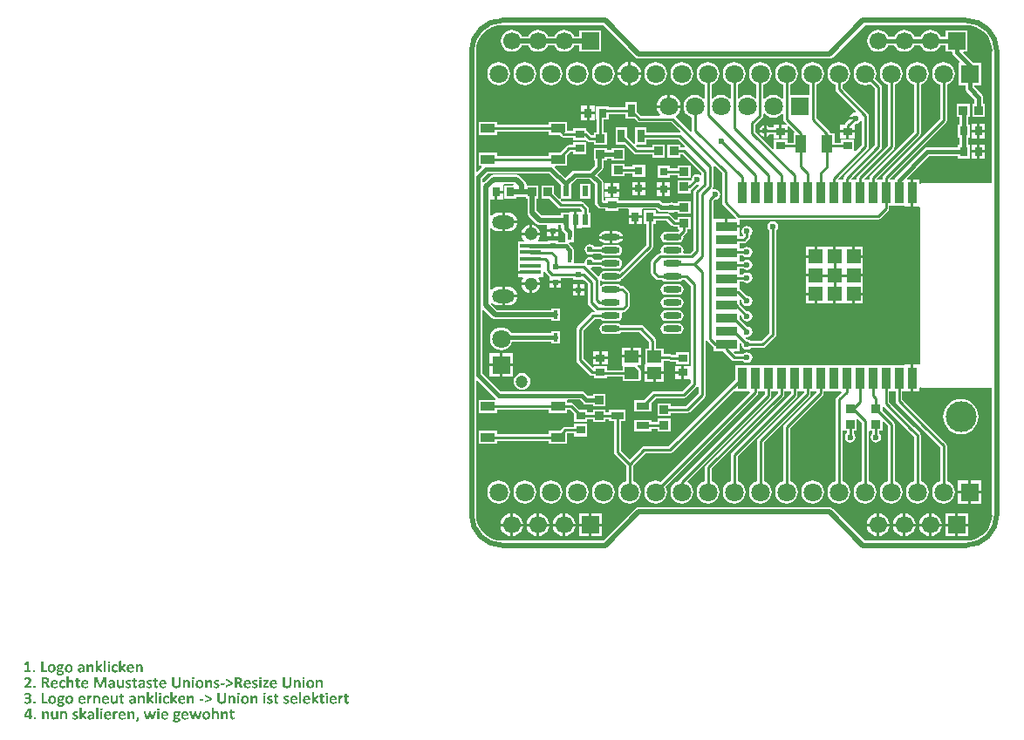
<source format=gtl>
G04 Layer_Physical_Order=1*
G04 Layer_Color=255*
%FSLAX44Y44*%
%MOMM*%
G71*
G01*
G75*
%ADD10R,0.8000X0.8000*%
%ADD11R,0.8640X0.8065*%
%ADD12R,0.4550X0.8450*%
%ADD13R,0.8000X0.9000*%
%ADD14R,1.3300X1.3300*%
%ADD15R,0.9500X2.1000*%
%ADD16R,2.1000X0.9500*%
%ADD17R,1.0500X1.7000*%
%ADD18R,1.4000X1.1500*%
%ADD19R,0.5080X0.5080*%
%ADD20R,0.6223X1.1049*%
%ADD21O,1.8000X0.6000*%
%ADD22R,1.4000X0.9000*%
%ADD23R,0.8065X0.8640*%
%ADD24R,1.2500X0.7000*%
%ADD25R,0.7000X1.2500*%
%ADD26R,2.0000X0.4000*%
%ADD27R,0.6000X0.6000*%
%ADD28R,0.9000X0.8000*%
%ADD29C,0.2500*%
%ADD30C,0.2540*%
%ADD31C,0.4000*%
%ADD32C,0.5000*%
%ADD33C,1.8000*%
%ADD34R,1.8000X1.8000*%
%ADD35C,1.2000*%
%ADD36C,3.0000*%
%ADD37R,1.7000X1.7000*%
%ADD38C,1.7000*%
%ADD39R,1.8000X1.8000*%
%ADD40C,1.3000*%
%ADD41O,2.2000X1.3000*%
%ADD42C,0.6000*%
G36*
X-141449Y-146757D02*
X-141301Y-146776D01*
X-141264D01*
X-141190Y-146794D01*
X-141079Y-146813D01*
X-140986Y-146850D01*
X-140968D01*
X-140931Y-146868D01*
X-140875Y-146905D01*
X-140819Y-146942D01*
X-140801Y-146961D01*
X-140782Y-146979D01*
X-140764Y-147035D01*
Y-147090D01*
Y-154201D01*
Y-154219D01*
Y-154256D01*
X-140782Y-154293D01*
X-140819Y-154349D01*
X-140838D01*
X-140856Y-154386D01*
X-140912Y-154404D01*
X-140986Y-154441D01*
X-141005D01*
X-141060Y-154460D01*
X-141171D01*
X-141301Y-154479D01*
X-141338D01*
X-141431Y-154497D01*
X-141579Y-154515D01*
X-141949D01*
X-142116Y-154497D01*
X-142282Y-154479D01*
X-142319D01*
X-142393Y-154460D01*
X-142486D01*
X-142578Y-154441D01*
X-142597D01*
X-142634Y-154423D01*
X-142690Y-154386D01*
X-142745Y-154349D01*
Y-154330D01*
X-142764Y-154312D01*
X-142782Y-154201D01*
Y-147090D01*
Y-147072D01*
Y-147035D01*
X-142745Y-146942D01*
X-142727Y-146924D01*
X-142708Y-146905D01*
X-142653Y-146887D01*
X-142578Y-146850D01*
X-142560Y-146831D01*
X-142504Y-146813D01*
X-142412Y-146794D01*
X-142282Y-146776D01*
X-142245D01*
X-142134Y-146757D01*
X-141986Y-146739D01*
X-141616D01*
X-141449Y-146757D01*
D02*
G37*
G36*
X161098Y168762D02*
X161098Y161051D01*
X147098D01*
Y172551D01*
X157478Y172552D01*
X161098Y168762D01*
D02*
G37*
G36*
X-259900Y-145887D02*
X-259826Y-145924D01*
X-253697Y-148998D01*
X-253678D01*
X-253641Y-149035D01*
X-253585Y-149127D01*
X-253530Y-149257D01*
X-253511Y-149294D01*
Y-149349D01*
X-253493Y-149405D01*
X-253474Y-149497D01*
Y-149609D01*
X-253456Y-149720D01*
Y-149868D01*
Y-149905D01*
Y-149979D01*
Y-150109D01*
X-253474Y-150220D01*
Y-150238D01*
X-253493Y-150312D01*
X-253511Y-150386D01*
X-253530Y-150479D01*
Y-150497D01*
X-253549Y-150534D01*
X-253567Y-150590D01*
X-253604Y-150646D01*
X-253622Y-150683D01*
X-253697Y-150720D01*
X-259826Y-153756D01*
X-259844Y-153775D01*
X-259900Y-153793D01*
X-259955Y-153812D01*
X-260029Y-153830D01*
X-260048D01*
X-260066Y-153812D01*
X-260122Y-153775D01*
X-260159Y-153738D01*
Y-153719D01*
X-260177Y-153664D01*
X-260196Y-153590D01*
X-260214Y-153497D01*
Y-153460D01*
Y-153386D01*
X-260233Y-153256D01*
Y-153090D01*
Y-153071D01*
Y-153034D01*
Y-152979D01*
Y-152905D01*
Y-152738D01*
Y-152571D01*
Y-152553D01*
Y-152534D01*
X-260214Y-152460D01*
Y-152349D01*
X-260196Y-152256D01*
Y-152238D01*
X-260177Y-152201D01*
X-260140Y-152145D01*
X-260103Y-152108D01*
X-260085Y-152090D01*
X-260066Y-152071D01*
X-259955Y-151997D01*
X-255345Y-149849D01*
X-259863Y-147757D01*
X-259881Y-147739D01*
X-259937Y-147720D01*
X-260011Y-147683D01*
X-260066Y-147646D01*
X-260085Y-147627D01*
X-260103Y-147609D01*
X-260140Y-147553D01*
X-260177Y-147479D01*
Y-147461D01*
X-260196Y-147405D01*
X-260214Y-147313D01*
X-260233Y-147183D01*
Y-147164D01*
Y-147146D01*
Y-147035D01*
Y-146868D01*
Y-146646D01*
Y-146628D01*
Y-146590D01*
Y-146479D01*
Y-146331D01*
X-260214Y-146183D01*
Y-146146D01*
X-260196Y-146090D01*
X-260177Y-145998D01*
X-260159Y-145942D01*
X-260140Y-145924D01*
X-260122Y-145905D01*
X-260085Y-145887D01*
X-260029Y-145868D01*
X-259974D01*
X-259900Y-145887D01*
D02*
G37*
G36*
X-417180Y-144072D02*
X-417013Y-144091D01*
X-416976D01*
X-416902Y-144109D01*
X-416791Y-144128D01*
X-416698Y-144146D01*
X-416680D01*
X-416624Y-144165D01*
X-416569Y-144202D01*
X-416513Y-144257D01*
X-416494Y-144276D01*
X-416476Y-144294D01*
X-416457Y-144350D01*
Y-144405D01*
Y-152719D01*
X-413162D01*
X-413106Y-152738D01*
X-413069Y-152775D01*
X-413050D01*
X-413032Y-152812D01*
X-413013Y-152849D01*
X-412976Y-152923D01*
Y-152942D01*
X-412958Y-152997D01*
X-412939Y-153071D01*
X-412921Y-153182D01*
Y-153219D01*
X-412902Y-153293D01*
X-412884Y-153423D01*
Y-153590D01*
Y-153608D01*
Y-153627D01*
Y-153738D01*
X-412902Y-153868D01*
X-412921Y-153997D01*
Y-154016D01*
X-412939Y-154090D01*
X-412958Y-154182D01*
X-412976Y-154275D01*
Y-154293D01*
X-412995Y-154330D01*
X-413069Y-154423D01*
X-413088D01*
X-413106Y-154441D01*
X-413217Y-154460D01*
X-417994D01*
X-418106Y-154441D01*
X-418254Y-154404D01*
X-418402Y-154312D01*
X-418420Y-154275D01*
X-418476Y-154201D01*
X-418550Y-154034D01*
X-418568Y-153941D01*
Y-153812D01*
Y-144405D01*
Y-144387D01*
Y-144350D01*
X-418531Y-144257D01*
X-418513Y-144239D01*
X-418494Y-144220D01*
X-418439Y-144183D01*
X-418365Y-144146D01*
X-418346D01*
X-418272Y-144128D01*
X-418161Y-144109D01*
X-418031Y-144091D01*
X-417994D01*
X-417883Y-144072D01*
X-417735Y-144054D01*
X-417346D01*
X-417180Y-144072D01*
D02*
G37*
G36*
X-155003Y-143331D02*
X-154855Y-143350D01*
X-154818D01*
X-154744Y-143369D01*
X-154633Y-143387D01*
X-154540Y-143424D01*
X-154522D01*
X-154485Y-143443D01*
X-154429Y-143480D01*
X-154374Y-143535D01*
X-154355D01*
X-154337Y-143572D01*
X-154318Y-143609D01*
Y-143665D01*
Y-149942D01*
X-152226Y-147109D01*
X-152207Y-147090D01*
X-152189Y-147053D01*
X-152096Y-146942D01*
X-152078Y-146924D01*
X-152041Y-146905D01*
X-151966Y-146868D01*
X-151874Y-146831D01*
X-151855D01*
X-151781Y-146813D01*
X-151689Y-146794D01*
X-151559Y-146776D01*
X-151522D01*
X-151411Y-146757D01*
X-151263Y-146739D01*
X-150874D01*
X-150707Y-146757D01*
X-150541Y-146776D01*
X-150504D01*
X-150429Y-146794D01*
X-150318Y-146813D01*
X-150226Y-146831D01*
X-150207D01*
X-150152Y-146850D01*
X-150096Y-146887D01*
X-150041Y-146924D01*
X-150022Y-146942D01*
X-150004Y-146961D01*
X-149985Y-147016D01*
Y-147072D01*
Y-147090D01*
Y-147146D01*
X-150022Y-147239D01*
X-150059Y-147331D01*
X-150078Y-147350D01*
X-150096Y-147424D01*
X-150152Y-147516D01*
X-150226Y-147627D01*
X-152300Y-149979D01*
X-149893Y-153719D01*
X-149874Y-153738D01*
X-149837Y-153812D01*
X-149800Y-153904D01*
X-149763Y-153997D01*
X-149744Y-154016D01*
X-149726Y-154071D01*
X-149707Y-154145D01*
Y-154219D01*
Y-154238D01*
Y-154256D01*
X-149726Y-154312D01*
X-149763Y-154349D01*
X-149800Y-154386D01*
X-149855Y-154404D01*
X-149930Y-154441D01*
X-149948D01*
X-150004Y-154460D01*
X-150115D01*
X-150244Y-154479D01*
X-150281D01*
X-150374Y-154497D01*
X-150541Y-154515D01*
X-151115D01*
X-151281Y-154497D01*
X-151318D01*
X-151392Y-154479D01*
X-151522D01*
X-151633Y-154460D01*
X-151652D01*
X-151707Y-154441D01*
X-151781Y-154404D01*
X-151837Y-154367D01*
Y-154349D01*
X-151874Y-154312D01*
X-151911Y-154256D01*
X-151948Y-154182D01*
X-154318Y-150423D01*
Y-154201D01*
Y-154219D01*
Y-154256D01*
X-154337Y-154293D01*
X-154374Y-154349D01*
X-154392D01*
X-154411Y-154386D01*
X-154466Y-154404D01*
X-154540Y-154441D01*
X-154559D01*
X-154614Y-154460D01*
X-154725D01*
X-154855Y-154479D01*
X-154892D01*
X-154985Y-154497D01*
X-155133Y-154515D01*
X-155503D01*
X-155670Y-154497D01*
X-155836Y-154479D01*
X-155873D01*
X-155948Y-154460D01*
X-156040D01*
X-156133Y-154441D01*
X-156151D01*
X-156188Y-154423D01*
X-156244Y-154386D01*
X-156299Y-154349D01*
Y-154330D01*
X-156318Y-154312D01*
X-156336Y-154201D01*
Y-143665D01*
Y-143646D01*
Y-143628D01*
X-156299Y-143535D01*
X-156281Y-143517D01*
X-156262Y-143498D01*
X-156207Y-143461D01*
X-156133Y-143424D01*
X-156114Y-143406D01*
X-156059Y-143387D01*
X-155966Y-143369D01*
X-155836Y-143350D01*
X-155799D01*
X-155688Y-143331D01*
X-155540Y-143313D01*
X-155170D01*
X-155003Y-143331D01*
D02*
G37*
G36*
X-227348Y-146757D02*
X-227199Y-146776D01*
X-227162D01*
X-227088Y-146794D01*
X-226977Y-146813D01*
X-226885Y-146850D01*
X-226866D01*
X-226829Y-146868D01*
X-226773Y-146905D01*
X-226718Y-146942D01*
X-226699Y-146961D01*
X-226681Y-146979D01*
X-226662Y-147035D01*
Y-147090D01*
Y-154201D01*
Y-154219D01*
Y-154256D01*
X-226681Y-154293D01*
X-226718Y-154349D01*
X-226736D01*
X-226755Y-154386D01*
X-226810Y-154404D01*
X-226885Y-154441D01*
X-226903D01*
X-226959Y-154460D01*
X-227070D01*
X-227199Y-154479D01*
X-227236D01*
X-227329Y-154497D01*
X-227477Y-154515D01*
X-227847D01*
X-228014Y-154497D01*
X-228181Y-154479D01*
X-228218D01*
X-228292Y-154460D01*
X-228384D01*
X-228477Y-154441D01*
X-228496D01*
X-228533Y-154423D01*
X-228588Y-154386D01*
X-228644Y-154349D01*
Y-154330D01*
X-228662Y-154312D01*
X-228681Y-154201D01*
Y-147090D01*
Y-147072D01*
Y-147035D01*
X-228644Y-146942D01*
X-228625Y-146924D01*
X-228607Y-146905D01*
X-228551Y-146887D01*
X-228477Y-146850D01*
X-228458Y-146831D01*
X-228403Y-146813D01*
X-228310Y-146794D01*
X-228181Y-146776D01*
X-228144D01*
X-228033Y-146757D01*
X-227885Y-146739D01*
X-227514D01*
X-227348Y-146757D01*
D02*
G37*
G36*
X-292359Y-143331D02*
X-292211Y-143350D01*
X-292174D01*
X-292100Y-143369D01*
X-291989Y-143387D01*
X-291896Y-143424D01*
X-291878D01*
X-291841Y-143443D01*
X-291785Y-143480D01*
X-291730Y-143535D01*
X-291711D01*
X-291693Y-143572D01*
X-291674Y-143609D01*
Y-143665D01*
Y-149942D01*
X-289582Y-147109D01*
X-289563Y-147090D01*
X-289545Y-147053D01*
X-289452Y-146942D01*
X-289434Y-146924D01*
X-289397Y-146905D01*
X-289322Y-146868D01*
X-289230Y-146831D01*
X-289211D01*
X-289137Y-146813D01*
X-289045Y-146794D01*
X-288915Y-146776D01*
X-288878D01*
X-288767Y-146757D01*
X-288619Y-146739D01*
X-288230D01*
X-288063Y-146757D01*
X-287897Y-146776D01*
X-287860D01*
X-287786Y-146794D01*
X-287675Y-146813D01*
X-287582Y-146831D01*
X-287563D01*
X-287508Y-146850D01*
X-287452Y-146887D01*
X-287397Y-146924D01*
X-287378Y-146942D01*
X-287360Y-146961D01*
X-287341Y-147016D01*
Y-147072D01*
Y-147090D01*
Y-147146D01*
X-287378Y-147239D01*
X-287415Y-147331D01*
X-287434Y-147350D01*
X-287452Y-147424D01*
X-287508Y-147516D01*
X-287582Y-147627D01*
X-289656Y-149979D01*
X-287249Y-153719D01*
X-287230Y-153738D01*
X-287193Y-153812D01*
X-287156Y-153904D01*
X-287119Y-153997D01*
X-287101Y-154016D01*
X-287082Y-154071D01*
X-287064Y-154145D01*
Y-154219D01*
Y-154238D01*
Y-154256D01*
X-287082Y-154312D01*
X-287119Y-154349D01*
X-287156Y-154386D01*
X-287212Y-154404D01*
X-287286Y-154441D01*
X-287304D01*
X-287360Y-154460D01*
X-287471D01*
X-287600Y-154479D01*
X-287638D01*
X-287730Y-154497D01*
X-287897Y-154515D01*
X-288471D01*
X-288637Y-154497D01*
X-288675D01*
X-288748Y-154479D01*
X-288878D01*
X-288989Y-154460D01*
X-289008D01*
X-289063Y-154441D01*
X-289137Y-154404D01*
X-289193Y-154367D01*
Y-154349D01*
X-289230Y-154312D01*
X-289267Y-154256D01*
X-289304Y-154182D01*
X-291674Y-150423D01*
Y-154201D01*
Y-154219D01*
Y-154256D01*
X-291693Y-154293D01*
X-291730Y-154349D01*
X-291748D01*
X-291767Y-154386D01*
X-291822Y-154404D01*
X-291896Y-154441D01*
X-291915D01*
X-291970Y-154460D01*
X-292082D01*
X-292211Y-154479D01*
X-292248D01*
X-292341Y-154497D01*
X-292489Y-154515D01*
X-292859D01*
X-293026Y-154497D01*
X-293193Y-154479D01*
X-293230D01*
X-293304Y-154460D01*
X-293396D01*
X-293489Y-154441D01*
X-293507D01*
X-293544Y-154423D01*
X-293600Y-154386D01*
X-293655Y-154349D01*
Y-154330D01*
X-293674Y-154312D01*
X-293692Y-154201D01*
Y-143665D01*
Y-143646D01*
Y-143628D01*
X-293655Y-143535D01*
X-293637Y-143517D01*
X-293618Y-143498D01*
X-293563Y-143461D01*
X-293489Y-143424D01*
X-293470Y-143406D01*
X-293415Y-143387D01*
X-293322Y-143369D01*
X-293193Y-143350D01*
X-293155D01*
X-293044Y-143331D01*
X-292896Y-143313D01*
X-292526D01*
X-292359Y-143331D01*
D02*
G37*
G36*
X-167280D02*
X-167132Y-143350D01*
X-167094D01*
X-167020Y-143369D01*
X-166909Y-143387D01*
X-166817Y-143424D01*
X-166798D01*
X-166761Y-143443D01*
X-166706Y-143480D01*
X-166650Y-143535D01*
X-166632D01*
X-166613Y-143572D01*
X-166595Y-143609D01*
Y-143665D01*
Y-154201D01*
Y-154219D01*
Y-154256D01*
X-166613Y-154293D01*
X-166650Y-154349D01*
X-166669D01*
X-166687Y-154386D01*
X-166743Y-154404D01*
X-166817Y-154441D01*
X-166835D01*
X-166891Y-154460D01*
X-167002D01*
X-167132Y-154479D01*
X-167169D01*
X-167261Y-154497D01*
X-167409Y-154515D01*
X-167780D01*
X-167946Y-154497D01*
X-168113Y-154479D01*
X-168150D01*
X-168224Y-154460D01*
X-168317D01*
X-168409Y-154441D01*
X-168428D01*
X-168465Y-154423D01*
X-168520Y-154386D01*
X-168576Y-154349D01*
Y-154330D01*
X-168594Y-154312D01*
X-168613Y-154201D01*
Y-143665D01*
Y-143646D01*
Y-143628D01*
X-168576Y-143535D01*
X-168557Y-143517D01*
X-168539Y-143498D01*
X-168483Y-143461D01*
X-168409Y-143424D01*
X-168391Y-143406D01*
X-168335Y-143387D01*
X-168242Y-143369D01*
X-168113Y-143350D01*
X-168076D01*
X-167965Y-143331D01*
X-167817Y-143313D01*
X-167446D01*
X-167280Y-143331D01*
D02*
G37*
G36*
X-202017Y-146757D02*
X-201869Y-146776D01*
X-201832D01*
X-201758Y-146794D01*
X-201646Y-146813D01*
X-201554Y-146850D01*
X-201535D01*
X-201498Y-146868D01*
X-201443Y-146905D01*
X-201387Y-146942D01*
X-201369Y-146961D01*
X-201350Y-146979D01*
X-201332Y-147035D01*
Y-147090D01*
Y-154201D01*
Y-154219D01*
Y-154256D01*
X-201350Y-154293D01*
X-201387Y-154349D01*
X-201406D01*
X-201424Y-154386D01*
X-201480Y-154404D01*
X-201554Y-154441D01*
X-201572D01*
X-201628Y-154460D01*
X-201739D01*
X-201869Y-154479D01*
X-201906D01*
X-201998Y-154497D01*
X-202146Y-154515D01*
X-202517D01*
X-202683Y-154497D01*
X-202850Y-154479D01*
X-202887D01*
X-202961Y-154460D01*
X-203054D01*
X-203146Y-154441D01*
X-203165D01*
X-203202Y-154423D01*
X-203257Y-154386D01*
X-203313Y-154349D01*
Y-154330D01*
X-203331Y-154312D01*
X-203350Y-154201D01*
Y-147090D01*
Y-147072D01*
Y-147035D01*
X-203313Y-146942D01*
X-203294Y-146924D01*
X-203276Y-146905D01*
X-203220Y-146887D01*
X-203146Y-146850D01*
X-203128Y-146831D01*
X-203072Y-146813D01*
X-202980Y-146794D01*
X-202850Y-146776D01*
X-202813D01*
X-202702Y-146757D01*
X-202554Y-146739D01*
X-202183D01*
X-202017Y-146757D01*
D02*
G37*
G36*
X-196406Y-146609D02*
X-196166Y-146646D01*
X-196110D01*
X-196054Y-146664D01*
X-195980Y-146683D01*
X-195795Y-146720D01*
X-195592Y-146776D01*
X-195573D01*
X-195555Y-146794D01*
X-195443Y-146831D01*
X-195295Y-146868D01*
X-195166Y-146942D01*
X-195129Y-146961D01*
X-195054Y-146979D01*
X-194981Y-147035D01*
X-194906Y-147072D01*
X-194888D01*
X-194869Y-147109D01*
X-194832Y-147146D01*
X-194814Y-147201D01*
Y-147220D01*
X-194795Y-147239D01*
X-194758Y-147350D01*
Y-147368D01*
X-194740Y-147405D01*
Y-147461D01*
X-194721Y-147553D01*
Y-147572D01*
X-194703Y-147627D01*
Y-147720D01*
Y-147850D01*
Y-147887D01*
Y-147979D01*
Y-148090D01*
X-194721Y-148220D01*
Y-148238D01*
X-194740Y-148294D01*
X-194758Y-148368D01*
X-194777Y-148424D01*
Y-148442D01*
X-194795Y-148461D01*
X-194851Y-148535D01*
X-194869D01*
X-194943Y-148553D01*
X-194962D01*
X-194999Y-148535D01*
X-195073Y-148516D01*
X-195184Y-148479D01*
X-195203Y-148461D01*
X-195277Y-148424D01*
X-195406Y-148368D01*
X-195555Y-148294D01*
X-195573D01*
X-195592Y-148275D01*
X-195703Y-148238D01*
X-195869Y-148183D01*
X-196091Y-148109D01*
X-196110D01*
X-196147Y-148090D01*
X-196203Y-148072D01*
X-196277Y-148053D01*
X-196499Y-148035D01*
X-196758Y-148016D01*
X-196925D01*
X-197073Y-148053D01*
X-197239Y-148090D01*
X-197276Y-148109D01*
X-197351Y-148127D01*
X-197462Y-148183D01*
X-197573Y-148257D01*
X-197591Y-148275D01*
X-197647Y-148313D01*
X-197702Y-148405D01*
X-197758Y-148498D01*
Y-148516D01*
X-197777Y-148590D01*
X-197795Y-148683D01*
X-197813Y-148794D01*
Y-148812D01*
Y-148831D01*
X-197795Y-148942D01*
X-197758Y-149072D01*
X-197665Y-149201D01*
X-197647Y-149220D01*
X-197554Y-149294D01*
X-197443Y-149405D01*
X-197276Y-149497D01*
X-197258D01*
X-197239Y-149516D01*
X-197184Y-149535D01*
X-197110Y-149572D01*
X-196925Y-149646D01*
X-196702Y-149738D01*
X-196684D01*
X-196647Y-149757D01*
X-196591Y-149775D01*
X-196499Y-149812D01*
X-196295Y-149886D01*
X-196073Y-149979D01*
X-196054D01*
X-196017Y-149998D01*
X-195943Y-150035D01*
X-195869Y-150072D01*
X-195666Y-150164D01*
X-195425Y-150294D01*
X-195406D01*
X-195369Y-150331D01*
X-195314Y-150368D01*
X-195240Y-150405D01*
X-195054Y-150534D01*
X-194869Y-150720D01*
X-194851Y-150738D01*
X-194832Y-150757D01*
X-194777Y-150812D01*
X-194721Y-150886D01*
X-194592Y-151090D01*
X-194462Y-151349D01*
Y-151368D01*
X-194443Y-151405D01*
X-194406Y-151479D01*
X-194369Y-151590D01*
X-194351Y-151701D01*
X-194314Y-151849D01*
X-194295Y-152182D01*
Y-152201D01*
Y-152294D01*
X-194314Y-152405D01*
X-194332Y-152553D01*
X-194351Y-152719D01*
X-194388Y-152886D01*
X-194462Y-153071D01*
X-194536Y-153256D01*
X-194555Y-153275D01*
X-194573Y-153330D01*
X-194629Y-153423D01*
X-194703Y-153534D01*
X-194795Y-153645D01*
X-194906Y-153775D01*
X-195036Y-153904D01*
X-195184Y-154034D01*
X-195203Y-154053D01*
X-195258Y-154090D01*
X-195351Y-154145D01*
X-195462Y-154201D01*
X-195610Y-154293D01*
X-195777Y-154367D01*
X-195962Y-154441D01*
X-196166Y-154497D01*
X-196184D01*
X-196258Y-154515D01*
X-196369Y-154534D01*
X-196517Y-154571D01*
X-196702Y-154590D01*
X-196906Y-154627D01*
X-197147Y-154645D01*
X-197536D01*
X-197628Y-154627D01*
X-197888Y-154608D01*
X-198165Y-154571D01*
X-198184D01*
X-198221Y-154553D01*
X-198295D01*
X-198369Y-154534D01*
X-198591Y-154497D01*
X-198813Y-154441D01*
X-198832D01*
X-198850Y-154423D01*
X-198980Y-154386D01*
X-199128Y-154330D01*
X-199295Y-154256D01*
X-199332Y-154238D01*
X-199406Y-154201D01*
X-199499Y-154145D01*
X-199573Y-154071D01*
X-199591Y-154053D01*
X-199610Y-153997D01*
X-199665Y-153923D01*
X-199702Y-153812D01*
Y-153775D01*
X-199721Y-153682D01*
X-199739Y-153516D01*
Y-153275D01*
Y-153256D01*
Y-153238D01*
Y-153145D01*
Y-153034D01*
Y-152923D01*
Y-152905D01*
X-199721Y-152830D01*
X-199702Y-152775D01*
X-199684Y-152701D01*
Y-152682D01*
X-199665Y-152645D01*
X-199628Y-152608D01*
X-199610Y-152571D01*
X-199591D01*
X-199573Y-152553D01*
X-199480Y-152534D01*
X-199461D01*
X-199424Y-152553D01*
X-199350Y-152571D01*
X-199239Y-152645D01*
X-199202Y-152664D01*
X-199110Y-152701D01*
X-198980Y-152775D01*
X-198795Y-152868D01*
X-198776D01*
X-198739Y-152886D01*
X-198702Y-152905D01*
X-198628Y-152942D01*
X-198443Y-153016D01*
X-198202Y-153090D01*
X-198184D01*
X-198147Y-153108D01*
X-198073Y-153127D01*
X-197980D01*
X-197869Y-153145D01*
X-197739Y-153164D01*
X-197425Y-153182D01*
X-197276D01*
X-197128Y-153164D01*
X-196962Y-153127D01*
X-196943D01*
X-196925Y-153108D01*
X-196832Y-153090D01*
X-196702Y-153034D01*
X-196591Y-152979D01*
X-196554Y-152960D01*
X-196499Y-152905D01*
X-196425Y-152830D01*
X-196351Y-152719D01*
X-196332Y-152682D01*
X-196295Y-152608D01*
X-196277Y-152497D01*
X-196258Y-152349D01*
Y-152331D01*
Y-152312D01*
X-196277Y-152201D01*
X-196314Y-152071D01*
X-196406Y-151942D01*
X-196425Y-151905D01*
X-196517Y-151831D01*
X-196647Y-151738D01*
X-196814Y-151627D01*
X-196832D01*
X-196851Y-151608D01*
X-196906Y-151571D01*
X-196980Y-151553D01*
X-197147Y-151479D01*
X-197369Y-151386D01*
X-197388D01*
X-197425Y-151368D01*
X-197480Y-151349D01*
X-197554Y-151312D01*
X-197758Y-151238D01*
X-197999Y-151145D01*
X-198017D01*
X-198054Y-151127D01*
X-198110Y-151090D01*
X-198202Y-151053D01*
X-198388Y-150942D01*
X-198628Y-150831D01*
X-198647D01*
X-198684Y-150794D01*
X-198739Y-150757D01*
X-198813Y-150701D01*
X-198980Y-150571D01*
X-199184Y-150405D01*
X-199202Y-150386D01*
X-199221Y-150349D01*
X-199276Y-150312D01*
X-199313Y-150238D01*
X-199443Y-150035D01*
X-199573Y-149794D01*
Y-149775D01*
X-199591Y-149720D01*
X-199610Y-149646D01*
X-199628Y-149535D01*
X-199665Y-149405D01*
X-199684Y-149257D01*
X-199702Y-149090D01*
Y-148905D01*
Y-148886D01*
Y-148812D01*
X-199684Y-148720D01*
Y-148609D01*
X-199665Y-148461D01*
X-199628Y-148294D01*
X-199517Y-147979D01*
X-199499Y-147961D01*
X-199480Y-147905D01*
X-199424Y-147831D01*
X-199369Y-147720D01*
X-199184Y-147498D01*
X-198943Y-147257D01*
X-198925Y-147239D01*
X-198869Y-147201D01*
X-198795Y-147146D01*
X-198684Y-147072D01*
X-198554Y-146998D01*
X-198388Y-146924D01*
X-198202Y-146850D01*
X-198017Y-146776D01*
X-197999D01*
X-197925Y-146739D01*
X-197813Y-146720D01*
X-197665Y-146683D01*
X-197480Y-146646D01*
X-197276Y-146628D01*
X-197054Y-146590D01*
X-196610D01*
X-196406Y-146609D01*
D02*
G37*
G36*
X-296988Y-146646D02*
X-296766Y-146683D01*
X-296748D01*
X-296711Y-146701D01*
X-296655D01*
X-296581Y-146720D01*
X-296396Y-146776D01*
X-296192Y-146831D01*
X-296174D01*
X-296137Y-146850D01*
X-296026Y-146887D01*
X-295877Y-146961D01*
X-295711Y-147053D01*
X-295692D01*
X-295674Y-147072D01*
X-295581Y-147127D01*
X-295489Y-147183D01*
X-295415Y-147257D01*
X-295396Y-147275D01*
X-295359Y-147294D01*
X-295322Y-147350D01*
X-295285Y-147405D01*
Y-147424D01*
X-295266Y-147442D01*
X-295229Y-147553D01*
Y-147572D01*
X-295211Y-147609D01*
Y-147701D01*
X-295192Y-147794D01*
Y-147812D01*
X-295174Y-147887D01*
Y-147998D01*
Y-148127D01*
Y-148146D01*
Y-148201D01*
Y-148275D01*
X-295192Y-148386D01*
X-295211Y-148590D01*
X-295229Y-148701D01*
X-295266Y-148775D01*
X-295285Y-148812D01*
X-295322Y-148868D01*
X-295378Y-148924D01*
X-295470Y-148961D01*
X-295489D01*
X-295544Y-148942D01*
X-295637Y-148905D01*
X-295748Y-148849D01*
X-295766Y-148831D01*
X-295840Y-148775D01*
X-295970Y-148701D01*
X-296118Y-148609D01*
X-296155Y-148590D01*
X-296248Y-148535D01*
X-296414Y-148461D01*
X-296618Y-148368D01*
X-296637D01*
X-296674Y-148350D01*
X-296729Y-148331D01*
X-296803Y-148294D01*
X-297007Y-148257D01*
X-297285Y-148238D01*
X-297414D01*
X-297562Y-148275D01*
X-297729Y-148313D01*
X-297933Y-148386D01*
X-298136Y-148498D01*
X-298322Y-148646D01*
X-298488Y-148849D01*
X-298507Y-148886D01*
X-298544Y-148961D01*
X-298618Y-149109D01*
X-298692Y-149294D01*
X-298766Y-149553D01*
X-298840Y-149849D01*
X-298877Y-150220D01*
X-298896Y-150627D01*
Y-150646D01*
Y-150720D01*
Y-150831D01*
X-298877Y-150960D01*
Y-151127D01*
X-298859Y-151294D01*
X-298803Y-151645D01*
Y-151664D01*
X-298785Y-151720D01*
X-298748Y-151794D01*
X-298729Y-151905D01*
X-298618Y-152145D01*
X-298488Y-152386D01*
X-298470Y-152405D01*
X-298451Y-152442D01*
X-298340Y-152553D01*
X-298192Y-152701D01*
X-297988Y-152830D01*
X-297970D01*
X-297933Y-152849D01*
X-297859Y-152868D01*
X-297785Y-152886D01*
X-297673Y-152923D01*
X-297544Y-152942D01*
X-297266Y-152960D01*
X-297118D01*
X-297025Y-152942D01*
X-296803Y-152905D01*
X-296562Y-152849D01*
X-296544D01*
X-296507Y-152830D01*
X-296451Y-152794D01*
X-296377Y-152757D01*
X-296211Y-152682D01*
X-296026Y-152571D01*
X-296007D01*
X-295989Y-152553D01*
X-295896Y-152479D01*
X-295766Y-152386D01*
X-295655Y-152294D01*
X-295637Y-152275D01*
X-295563Y-152219D01*
X-295489Y-152182D01*
X-295396Y-152164D01*
X-295359D01*
X-295322Y-152182D01*
X-295285Y-152219D01*
X-295266D01*
X-295248Y-152256D01*
X-295229Y-152294D01*
X-295211Y-152368D01*
Y-152386D01*
X-295192Y-152442D01*
X-295174Y-152534D01*
X-295155Y-152645D01*
Y-152682D01*
X-295137Y-152757D01*
Y-152886D01*
Y-153071D01*
Y-153108D01*
Y-153182D01*
Y-153312D01*
X-295155Y-153423D01*
Y-153442D01*
X-295174Y-153516D01*
Y-153590D01*
X-295192Y-153664D01*
Y-153682D01*
X-295211Y-153719D01*
X-295248Y-153812D01*
Y-153830D01*
X-295266Y-153849D01*
X-295303Y-153904D01*
X-295359Y-153960D01*
X-295378Y-153979D01*
X-295433Y-154016D01*
X-295544Y-154090D01*
X-295692Y-154182D01*
X-295711D01*
X-295729Y-154201D01*
X-295840Y-154256D01*
X-296007Y-154330D01*
X-296211Y-154423D01*
X-296229D01*
X-296266Y-154441D01*
X-296322Y-154460D01*
X-296396Y-154479D01*
X-296600Y-154515D01*
X-296859Y-154571D01*
X-296877D01*
X-296914Y-154590D01*
X-296988D01*
X-297081Y-154608D01*
X-297303Y-154627D01*
X-297581Y-154645D01*
X-297711D01*
X-297877Y-154627D01*
X-298062Y-154608D01*
X-298303Y-154590D01*
X-298544Y-154534D01*
X-298803Y-154479D01*
X-299044Y-154404D01*
X-299062Y-154386D01*
X-299155Y-154349D01*
X-299266Y-154293D01*
X-299414Y-154219D01*
X-299581Y-154108D01*
X-299766Y-153979D01*
X-299951Y-153812D01*
X-300118Y-153645D01*
X-300136Y-153627D01*
X-300192Y-153553D01*
X-300266Y-153442D01*
X-300358Y-153312D01*
X-300469Y-153127D01*
X-300562Y-152923D01*
X-300673Y-152682D01*
X-300766Y-152423D01*
Y-152386D01*
X-300803Y-152294D01*
X-300821Y-152145D01*
X-300858Y-151942D01*
X-300895Y-151701D01*
X-300932Y-151423D01*
X-300951Y-151109D01*
X-300970Y-150775D01*
Y-150757D01*
Y-150720D01*
Y-150664D01*
Y-150590D01*
X-300951Y-150386D01*
X-300932Y-150146D01*
X-300914Y-149849D01*
X-300858Y-149535D01*
X-300803Y-149220D01*
X-300710Y-148924D01*
X-300692Y-148886D01*
X-300655Y-148794D01*
X-300599Y-148646D01*
X-300525Y-148461D01*
X-300414Y-148257D01*
X-300284Y-148053D01*
X-300136Y-147831D01*
X-299970Y-147627D01*
X-299951Y-147609D01*
X-299877Y-147535D01*
X-299784Y-147442D01*
X-299655Y-147331D01*
X-299488Y-147220D01*
X-299284Y-147090D01*
X-299081Y-146961D01*
X-298840Y-146868D01*
X-298803Y-146850D01*
X-298729Y-146831D01*
X-298581Y-146794D01*
X-298414Y-146739D01*
X-298192Y-146683D01*
X-297933Y-146646D01*
X-297673Y-146628D01*
X-297377Y-146609D01*
X-297174D01*
X-296988Y-146646D01*
D02*
G37*
G36*
X-370573Y-146609D02*
X-370555D01*
X-370499Y-146628D01*
X-370407Y-146646D01*
X-370314Y-146664D01*
X-370296D01*
X-370240Y-146683D01*
X-370092Y-146720D01*
X-370073D01*
X-370036Y-146739D01*
X-369999Y-146757D01*
X-369962Y-146794D01*
X-369944D01*
X-369925Y-146813D01*
X-369888Y-146887D01*
X-369870Y-146924D01*
Y-146961D01*
X-369851Y-147016D01*
Y-147035D01*
X-369833Y-147072D01*
Y-147146D01*
Y-147257D01*
Y-147294D01*
X-369814Y-147368D01*
Y-147516D01*
Y-147720D01*
Y-147739D01*
Y-147775D01*
Y-147887D01*
Y-148053D01*
X-369833Y-148201D01*
Y-148220D01*
X-369851Y-148294D01*
X-369870Y-148386D01*
X-369888Y-148479D01*
Y-148498D01*
X-369907Y-148535D01*
X-369944Y-148590D01*
X-369981Y-148627D01*
X-370018Y-148646D01*
X-370055Y-148664D01*
X-370148D01*
X-370259Y-148646D01*
X-370277D01*
X-370314Y-148627D01*
X-370370Y-148609D01*
X-370444Y-148590D01*
X-370462D01*
X-370499Y-148572D01*
X-370573Y-148535D01*
X-370666Y-148516D01*
X-370685D01*
X-370740Y-148498D01*
X-370814Y-148479D01*
X-371018D01*
X-371129Y-148516D01*
X-371259Y-148553D01*
X-371296Y-148572D01*
X-371370Y-148609D01*
X-371481Y-148683D01*
X-371610Y-148775D01*
X-371647Y-148794D01*
X-371721Y-148886D01*
X-371833Y-148998D01*
X-371981Y-149164D01*
Y-149183D01*
X-372018Y-149201D01*
X-372055Y-149257D01*
X-372092Y-149331D01*
X-372221Y-149516D01*
X-372388Y-149757D01*
Y-154201D01*
Y-154219D01*
Y-154256D01*
X-372407Y-154293D01*
X-372444Y-154349D01*
X-372462D01*
X-372481Y-154386D01*
X-372536Y-154404D01*
X-372610Y-154441D01*
X-372629D01*
X-372684Y-154460D01*
X-372795D01*
X-372925Y-154479D01*
X-372962D01*
X-373055Y-154497D01*
X-373203Y-154515D01*
X-373573D01*
X-373740Y-154497D01*
X-373906Y-154479D01*
X-373943D01*
X-374017Y-154460D01*
X-374110D01*
X-374203Y-154441D01*
X-374221D01*
X-374258Y-154423D01*
X-374314Y-154386D01*
X-374369Y-154349D01*
Y-154330D01*
X-374388Y-154312D01*
X-374406Y-154201D01*
Y-147072D01*
Y-147053D01*
Y-147016D01*
X-374369Y-146924D01*
Y-146905D01*
X-374332Y-146887D01*
X-374295Y-146868D01*
X-374240Y-146831D01*
X-374221D01*
X-374166Y-146813D01*
X-374073Y-146794D01*
X-373962Y-146776D01*
X-373925D01*
X-373851Y-146757D01*
X-373721Y-146739D01*
X-373406D01*
X-373258Y-146757D01*
X-373129Y-146776D01*
X-373092D01*
X-373036Y-146794D01*
X-372943Y-146813D01*
X-372869Y-146831D01*
X-372851D01*
X-372814Y-146850D01*
X-372777Y-146887D01*
X-372740Y-146924D01*
X-372721Y-146942D01*
X-372703Y-146961D01*
X-372684Y-147016D01*
Y-147072D01*
Y-147961D01*
X-372666Y-147942D01*
X-372629Y-147887D01*
X-372592Y-147812D01*
X-372518Y-147720D01*
X-372351Y-147498D01*
X-372166Y-147294D01*
X-372147Y-147275D01*
X-372129Y-147257D01*
X-371999Y-147146D01*
X-371851Y-147016D01*
X-371684Y-146887D01*
X-371666D01*
X-371647Y-146868D01*
X-371536Y-146794D01*
X-371407Y-146720D01*
X-371240Y-146664D01*
X-371222D01*
X-371203Y-146646D01*
X-371092Y-146628D01*
X-370962Y-146609D01*
X-370796Y-146590D01*
X-370647D01*
X-370573Y-146609D01*
D02*
G37*
G36*
X-180482D02*
X-180241Y-146646D01*
X-180186D01*
X-180130Y-146664D01*
X-180056Y-146683D01*
X-179871Y-146720D01*
X-179667Y-146776D01*
X-179649D01*
X-179630Y-146794D01*
X-179519Y-146831D01*
X-179371Y-146868D01*
X-179241Y-146942D01*
X-179204Y-146961D01*
X-179130Y-146979D01*
X-179056Y-147035D01*
X-178982Y-147072D01*
X-178964D01*
X-178945Y-147109D01*
X-178908Y-147146D01*
X-178890Y-147201D01*
Y-147220D01*
X-178871Y-147239D01*
X-178834Y-147350D01*
Y-147368D01*
X-178815Y-147405D01*
Y-147461D01*
X-178797Y-147553D01*
Y-147572D01*
X-178778Y-147627D01*
Y-147720D01*
Y-147850D01*
Y-147887D01*
Y-147979D01*
Y-148090D01*
X-178797Y-148220D01*
Y-148238D01*
X-178815Y-148294D01*
X-178834Y-148368D01*
X-178853Y-148424D01*
Y-148442D01*
X-178871Y-148461D01*
X-178927Y-148535D01*
X-178945D01*
X-179019Y-148553D01*
X-179038D01*
X-179075Y-148535D01*
X-179149Y-148516D01*
X-179260Y-148479D01*
X-179278Y-148461D01*
X-179352Y-148424D01*
X-179482Y-148368D01*
X-179630Y-148294D01*
X-179649D01*
X-179667Y-148275D01*
X-179778Y-148238D01*
X-179945Y-148183D01*
X-180167Y-148109D01*
X-180186D01*
X-180223Y-148090D01*
X-180278Y-148072D01*
X-180352Y-148053D01*
X-180574Y-148035D01*
X-180834Y-148016D01*
X-181000D01*
X-181149Y-148053D01*
X-181315Y-148090D01*
X-181352Y-148109D01*
X-181426Y-148127D01*
X-181537Y-148183D01*
X-181649Y-148257D01*
X-181667Y-148275D01*
X-181723Y-148313D01*
X-181778Y-148405D01*
X-181834Y-148498D01*
Y-148516D01*
X-181852Y-148590D01*
X-181871Y-148683D01*
X-181889Y-148794D01*
Y-148812D01*
Y-148831D01*
X-181871Y-148942D01*
X-181834Y-149072D01*
X-181741Y-149201D01*
X-181723Y-149220D01*
X-181630Y-149294D01*
X-181519Y-149405D01*
X-181352Y-149497D01*
X-181334D01*
X-181315Y-149516D01*
X-181260Y-149535D01*
X-181186Y-149572D01*
X-181000Y-149646D01*
X-180778Y-149738D01*
X-180760D01*
X-180723Y-149757D01*
X-180667Y-149775D01*
X-180574Y-149812D01*
X-180371Y-149886D01*
X-180149Y-149979D01*
X-180130D01*
X-180093Y-149998D01*
X-180019Y-150035D01*
X-179945Y-150072D01*
X-179741Y-150164D01*
X-179501Y-150294D01*
X-179482D01*
X-179445Y-150331D01*
X-179389Y-150368D01*
X-179315Y-150405D01*
X-179130Y-150534D01*
X-178945Y-150720D01*
X-178927Y-150738D01*
X-178908Y-150757D01*
X-178853Y-150812D01*
X-178797Y-150886D01*
X-178667Y-151090D01*
X-178538Y-151349D01*
Y-151368D01*
X-178519Y-151405D01*
X-178482Y-151479D01*
X-178445Y-151590D01*
X-178427Y-151701D01*
X-178390Y-151849D01*
X-178371Y-152182D01*
Y-152201D01*
Y-152294D01*
X-178390Y-152405D01*
X-178408Y-152553D01*
X-178427Y-152719D01*
X-178464Y-152886D01*
X-178538Y-153071D01*
X-178612Y-153256D01*
X-178630Y-153275D01*
X-178649Y-153330D01*
X-178704Y-153423D01*
X-178778Y-153534D01*
X-178871Y-153645D01*
X-178982Y-153775D01*
X-179112Y-153904D01*
X-179260Y-154034D01*
X-179278Y-154053D01*
X-179334Y-154090D01*
X-179426Y-154145D01*
X-179538Y-154201D01*
X-179686Y-154293D01*
X-179852Y-154367D01*
X-180038Y-154441D01*
X-180241Y-154497D01*
X-180260D01*
X-180334Y-154515D01*
X-180445Y-154534D01*
X-180593Y-154571D01*
X-180778Y-154590D01*
X-180982Y-154627D01*
X-181223Y-154645D01*
X-181611D01*
X-181704Y-154627D01*
X-181963Y-154608D01*
X-182241Y-154571D01*
X-182260D01*
X-182297Y-154553D01*
X-182371D01*
X-182445Y-154534D01*
X-182667Y-154497D01*
X-182889Y-154441D01*
X-182908D01*
X-182926Y-154423D01*
X-183056Y-154386D01*
X-183204Y-154330D01*
X-183371Y-154256D01*
X-183408Y-154238D01*
X-183482Y-154201D01*
X-183574Y-154145D01*
X-183648Y-154071D01*
X-183667Y-154053D01*
X-183685Y-153997D01*
X-183741Y-153923D01*
X-183778Y-153812D01*
Y-153775D01*
X-183796Y-153682D01*
X-183815Y-153516D01*
Y-153275D01*
Y-153256D01*
Y-153238D01*
Y-153145D01*
Y-153034D01*
Y-152923D01*
Y-152905D01*
X-183796Y-152830D01*
X-183778Y-152775D01*
X-183759Y-152701D01*
Y-152682D01*
X-183741Y-152645D01*
X-183704Y-152608D01*
X-183685Y-152571D01*
X-183667D01*
X-183648Y-152553D01*
X-183556Y-152534D01*
X-183537D01*
X-183500Y-152553D01*
X-183426Y-152571D01*
X-183315Y-152645D01*
X-183278Y-152664D01*
X-183185Y-152701D01*
X-183056Y-152775D01*
X-182871Y-152868D01*
X-182852D01*
X-182815Y-152886D01*
X-182778Y-152905D01*
X-182704Y-152942D01*
X-182519Y-153016D01*
X-182278Y-153090D01*
X-182260D01*
X-182222Y-153108D01*
X-182148Y-153127D01*
X-182056D01*
X-181945Y-153145D01*
X-181815Y-153164D01*
X-181500Y-153182D01*
X-181352D01*
X-181204Y-153164D01*
X-181038Y-153127D01*
X-181019D01*
X-181000Y-153108D01*
X-180908Y-153090D01*
X-180778Y-153034D01*
X-180667Y-152979D01*
X-180630Y-152960D01*
X-180574Y-152905D01*
X-180501Y-152830D01*
X-180426Y-152719D01*
X-180408Y-152682D01*
X-180371Y-152608D01*
X-180352Y-152497D01*
X-180334Y-152349D01*
Y-152331D01*
Y-152312D01*
X-180352Y-152201D01*
X-180389Y-152071D01*
X-180482Y-151942D01*
X-180501Y-151905D01*
X-180593Y-151831D01*
X-180723Y-151738D01*
X-180889Y-151627D01*
X-180908D01*
X-180926Y-151608D01*
X-180982Y-151571D01*
X-181056Y-151553D01*
X-181223Y-151479D01*
X-181445Y-151386D01*
X-181463D01*
X-181500Y-151368D01*
X-181556Y-151349D01*
X-181630Y-151312D01*
X-181834Y-151238D01*
X-182074Y-151145D01*
X-182093D01*
X-182130Y-151127D01*
X-182185Y-151090D01*
X-182278Y-151053D01*
X-182463Y-150942D01*
X-182704Y-150831D01*
X-182722D01*
X-182759Y-150794D01*
X-182815Y-150757D01*
X-182889Y-150701D01*
X-183056Y-150571D01*
X-183260Y-150405D01*
X-183278Y-150386D01*
X-183297Y-150349D01*
X-183352Y-150312D01*
X-183389Y-150238D01*
X-183519Y-150035D01*
X-183648Y-149794D01*
Y-149775D01*
X-183667Y-149720D01*
X-183685Y-149646D01*
X-183704Y-149535D01*
X-183741Y-149405D01*
X-183759Y-149257D01*
X-183778Y-149090D01*
Y-148905D01*
Y-148886D01*
Y-148812D01*
X-183759Y-148720D01*
Y-148609D01*
X-183741Y-148461D01*
X-183704Y-148294D01*
X-183593Y-147979D01*
X-183574Y-147961D01*
X-183556Y-147905D01*
X-183500Y-147831D01*
X-183445Y-147720D01*
X-183260Y-147498D01*
X-183019Y-147257D01*
X-183000Y-147239D01*
X-182945Y-147201D01*
X-182871Y-147146D01*
X-182759Y-147072D01*
X-182630Y-146998D01*
X-182463Y-146924D01*
X-182278Y-146850D01*
X-182093Y-146776D01*
X-182074D01*
X-182000Y-146739D01*
X-181889Y-146720D01*
X-181741Y-146683D01*
X-181556Y-146646D01*
X-181352Y-146628D01*
X-181130Y-146590D01*
X-180686D01*
X-180482Y-146609D01*
D02*
G37*
G36*
X-261770Y-149646D02*
X-261733Y-149683D01*
X-261714D01*
X-261696Y-149720D01*
X-261659Y-149757D01*
X-261622Y-149812D01*
X-261603Y-149831D01*
X-261585Y-149886D01*
X-261566Y-149960D01*
X-261548Y-150072D01*
Y-150090D01*
X-261529Y-150183D01*
X-261511Y-150294D01*
Y-150460D01*
Y-150479D01*
Y-150534D01*
Y-150609D01*
X-261529Y-150720D01*
X-261548Y-150923D01*
X-261566Y-151034D01*
X-261603Y-151109D01*
X-261622Y-151127D01*
X-261677Y-151183D01*
X-261751Y-151257D01*
X-261881Y-151275D01*
X-265251D01*
X-265325Y-151257D01*
X-265418Y-151201D01*
X-265510Y-151090D01*
Y-151072D01*
X-265529Y-151053D01*
Y-151016D01*
X-265547Y-150942D01*
X-265566Y-150849D01*
Y-150738D01*
X-265584Y-150609D01*
Y-150460D01*
Y-150442D01*
Y-150386D01*
Y-150312D01*
X-265566Y-150201D01*
X-265547Y-149998D01*
X-265529Y-149886D01*
X-265510Y-149812D01*
X-265492Y-149775D01*
X-265436Y-149720D01*
X-265343Y-149664D01*
X-265214Y-149627D01*
X-261825D01*
X-261770Y-149646D01*
D02*
G37*
G36*
X-240291Y-144072D02*
X-240142Y-144091D01*
X-240105D01*
X-240031Y-144109D01*
X-239920Y-144128D01*
X-239828Y-144146D01*
X-239809D01*
X-239754Y-144165D01*
X-239698Y-144202D01*
X-239643Y-144257D01*
X-239624Y-144276D01*
X-239606Y-144294D01*
X-239587Y-144350D01*
Y-144405D01*
Y-150609D01*
Y-150627D01*
Y-150646D01*
Y-150701D01*
Y-150775D01*
X-239606Y-150960D01*
X-239624Y-151183D01*
X-239661Y-151460D01*
X-239717Y-151738D01*
X-239791Y-152034D01*
X-239883Y-152331D01*
X-239902Y-152368D01*
X-239939Y-152460D01*
X-239994Y-152590D01*
X-240087Y-152757D01*
X-240217Y-152960D01*
X-240346Y-153182D01*
X-240513Y-153386D01*
X-240716Y-153590D01*
X-240735Y-153608D01*
X-240809Y-153682D01*
X-240920Y-153775D01*
X-241087Y-153886D01*
X-241272Y-154016D01*
X-241513Y-154145D01*
X-241772Y-154275D01*
X-242050Y-154386D01*
X-242087Y-154404D01*
X-242198Y-154423D01*
X-242364Y-154460D01*
X-242568Y-154515D01*
X-242846Y-154571D01*
X-243161Y-154608D01*
X-243512Y-154627D01*
X-243883Y-154645D01*
X-244049D01*
X-244235Y-154627D01*
X-244475Y-154608D01*
X-244735Y-154590D01*
X-245031Y-154534D01*
X-245346Y-154479D01*
X-245642Y-154404D01*
X-245679Y-154386D01*
X-245772Y-154367D01*
X-245920Y-154293D01*
X-246105Y-154219D01*
X-246308Y-154127D01*
X-246531Y-153997D01*
X-246753Y-153849D01*
X-246957Y-153682D01*
X-246975Y-153664D01*
X-247049Y-153590D01*
X-247142Y-153479D01*
X-247253Y-153330D01*
X-247382Y-153164D01*
X-247531Y-152942D01*
X-247660Y-152701D01*
X-247771Y-152442D01*
X-247790Y-152405D01*
X-247808Y-152312D01*
X-247864Y-152145D01*
X-247901Y-151942D01*
X-247957Y-151683D01*
X-248012Y-151386D01*
X-248030Y-151072D01*
X-248049Y-150701D01*
Y-144405D01*
Y-144387D01*
Y-144350D01*
X-248012Y-144257D01*
X-247994Y-144239D01*
X-247975Y-144220D01*
X-247919Y-144183D01*
X-247845Y-144146D01*
X-247827D01*
X-247753Y-144128D01*
X-247642Y-144109D01*
X-247512Y-144091D01*
X-247475D01*
X-247364Y-144072D01*
X-247216Y-144054D01*
X-246827D01*
X-246660Y-144072D01*
X-246494Y-144091D01*
X-246457D01*
X-246383Y-144109D01*
X-246271Y-144128D01*
X-246179Y-144146D01*
X-246160D01*
X-246105Y-144165D01*
X-246049Y-144202D01*
X-245994Y-144257D01*
X-245975Y-144276D01*
X-245957Y-144294D01*
X-245938Y-144350D01*
Y-144405D01*
Y-150516D01*
Y-150534D01*
Y-150627D01*
Y-150738D01*
X-245920Y-150886D01*
X-245901Y-151053D01*
X-245883Y-151238D01*
X-245790Y-151590D01*
Y-151608D01*
X-245753Y-151664D01*
X-245735Y-151738D01*
X-245679Y-151849D01*
X-245549Y-152090D01*
X-245364Y-152331D01*
X-245346Y-152349D01*
X-245309Y-152386D01*
X-245253Y-152423D01*
X-245160Y-152497D01*
X-244957Y-152645D01*
X-244679Y-152775D01*
X-244660D01*
X-244605Y-152794D01*
X-244531Y-152812D01*
X-244420Y-152849D01*
X-244290Y-152868D01*
X-244142Y-152905D01*
X-243790Y-152923D01*
X-243605D01*
X-243494Y-152905D01*
X-243198Y-152868D01*
X-242901Y-152775D01*
X-242883D01*
X-242827Y-152738D01*
X-242772Y-152719D01*
X-242679Y-152664D01*
X-242457Y-152516D01*
X-242235Y-152331D01*
X-242216Y-152312D01*
X-242179Y-152275D01*
X-242142Y-152219D01*
X-242068Y-152127D01*
X-242013Y-152016D01*
X-241939Y-151905D01*
X-241809Y-151608D01*
Y-151590D01*
X-241790Y-151534D01*
X-241753Y-151442D01*
X-241735Y-151331D01*
X-241698Y-151183D01*
X-241679Y-151016D01*
X-241661Y-150646D01*
Y-144405D01*
Y-144387D01*
Y-144350D01*
X-241624Y-144257D01*
X-241605Y-144239D01*
X-241587Y-144220D01*
X-241531Y-144183D01*
X-241457Y-144146D01*
X-241439D01*
X-241364Y-144128D01*
X-241253Y-144109D01*
X-241124Y-144091D01*
X-241087D01*
X-240976Y-144072D01*
X-240828Y-144054D01*
X-240457D01*
X-240291Y-144072D01*
D02*
G37*
G36*
X-431623Y-143943D02*
X-431419Y-143961D01*
X-431197Y-143998D01*
X-430752Y-144109D01*
X-430734D01*
X-430660Y-144146D01*
X-430549Y-144183D01*
X-430401Y-144239D01*
X-430086Y-144387D01*
X-429919Y-144498D01*
X-429771Y-144609D01*
X-429752Y-144628D01*
X-429697Y-144665D01*
X-429623Y-144739D01*
X-429549Y-144831D01*
X-429438Y-144961D01*
X-429345Y-145109D01*
X-429253Y-145257D01*
X-429160Y-145442D01*
X-429141Y-145461D01*
X-429123Y-145535D01*
X-429086Y-145628D01*
X-429049Y-145757D01*
X-429012Y-145924D01*
X-428993Y-146090D01*
X-428956Y-146294D01*
Y-146516D01*
Y-146535D01*
Y-146590D01*
Y-146683D01*
X-428975Y-146813D01*
X-428993Y-146942D01*
X-429012Y-147090D01*
X-429086Y-147405D01*
Y-147424D01*
X-429104Y-147479D01*
X-429141Y-147553D01*
X-429178Y-147646D01*
X-429290Y-147887D01*
X-429438Y-148146D01*
X-429456Y-148164D01*
X-429475Y-148201D01*
X-429530Y-148257D01*
X-429604Y-148331D01*
X-429790Y-148498D01*
X-430030Y-148683D01*
X-430049D01*
X-430086Y-148720D01*
X-430160Y-148757D01*
X-430252Y-148812D01*
X-430364Y-148868D01*
X-430512Y-148924D01*
X-430826Y-149016D01*
Y-149035D01*
X-430808D01*
X-430734Y-149053D01*
X-430623Y-149072D01*
X-430493Y-149090D01*
X-430345Y-149127D01*
X-430178Y-149183D01*
X-429845Y-149312D01*
X-429827D01*
X-429771Y-149349D01*
X-429697Y-149386D01*
X-429586Y-149460D01*
X-429345Y-149627D01*
X-429104Y-149849D01*
X-429086Y-149868D01*
X-429049Y-149905D01*
X-428993Y-149979D01*
X-428938Y-150053D01*
X-428864Y-150164D01*
X-428790Y-150294D01*
X-428641Y-150571D01*
Y-150590D01*
X-428623Y-150646D01*
X-428586Y-150720D01*
X-428549Y-150831D01*
X-428530Y-150960D01*
X-428493Y-151109D01*
X-428475Y-151442D01*
Y-151479D01*
Y-151571D01*
X-428493Y-151720D01*
X-428512Y-151905D01*
X-428549Y-152108D01*
X-428604Y-152349D01*
X-428679Y-152590D01*
X-428771Y-152812D01*
X-428790Y-152830D01*
X-428827Y-152905D01*
X-428901Y-153016D01*
X-428993Y-153164D01*
X-429104Y-153312D01*
X-429253Y-153497D01*
X-429419Y-153664D01*
X-429604Y-153830D01*
X-429623Y-153849D01*
X-429697Y-153904D01*
X-429808Y-153979D01*
X-429956Y-154053D01*
X-430160Y-154164D01*
X-430364Y-154256D01*
X-430623Y-154349D01*
X-430882Y-154441D01*
X-430919D01*
X-431012Y-154479D01*
X-431160Y-154497D01*
X-431345Y-154534D01*
X-431586Y-154571D01*
X-431863Y-154608D01*
X-432160Y-154627D01*
X-432474Y-154645D01*
X-432659D01*
X-432808Y-154627D01*
X-432956D01*
X-433122Y-154608D01*
X-433474Y-154553D01*
X-433493D01*
X-433548Y-154534D01*
X-433641Y-154515D01*
X-433752Y-154497D01*
X-434011Y-154441D01*
X-434289Y-154386D01*
X-434308D01*
X-434344Y-154367D01*
X-434419Y-154349D01*
X-434493Y-154312D01*
X-434678Y-154238D01*
X-434882Y-154145D01*
X-434919Y-154127D01*
X-434993Y-154071D01*
X-435104Y-154016D01*
X-435178Y-153960D01*
X-435196Y-153941D01*
X-435215Y-153923D01*
X-435289Y-153830D01*
Y-153812D01*
X-435307Y-153775D01*
X-435326Y-153701D01*
X-435363Y-153627D01*
Y-153608D01*
X-435382Y-153553D01*
Y-153479D01*
X-435400Y-153368D01*
Y-153330D01*
Y-153256D01*
Y-153127D01*
Y-152960D01*
Y-152942D01*
Y-152905D01*
Y-152830D01*
Y-152738D01*
X-435382Y-152571D01*
X-435363Y-152497D01*
X-435344Y-152423D01*
X-435326Y-152405D01*
X-435307Y-152349D01*
X-435233Y-152294D01*
X-435159Y-152275D01*
X-435141D01*
X-435085Y-152294D01*
X-435011Y-152312D01*
X-434882Y-152386D01*
X-434863D01*
X-434845Y-152405D01*
X-434733Y-152460D01*
X-434585Y-152534D01*
X-434382Y-152627D01*
X-434363D01*
X-434326Y-152645D01*
X-434252Y-152664D01*
X-434178Y-152701D01*
X-434067Y-152738D01*
X-433937Y-152775D01*
X-433659Y-152868D01*
X-433641D01*
X-433585Y-152886D01*
X-433511Y-152905D01*
X-433382D01*
X-433252Y-152923D01*
X-433104Y-152942D01*
X-432734Y-152960D01*
X-432567D01*
X-432474Y-152942D01*
X-432215Y-152923D01*
X-431956Y-152868D01*
X-431937D01*
X-431900Y-152849D01*
X-431845Y-152830D01*
X-431752Y-152794D01*
X-431567Y-152701D01*
X-431382Y-152571D01*
X-431363D01*
X-431345Y-152534D01*
X-431252Y-152442D01*
X-431123Y-152312D01*
X-431030Y-152127D01*
Y-152108D01*
X-431012Y-152071D01*
X-430993Y-152016D01*
X-430956Y-151942D01*
X-430919Y-151757D01*
X-430900Y-151516D01*
Y-151497D01*
Y-151460D01*
Y-151386D01*
X-430919Y-151312D01*
X-430956Y-151109D01*
X-431049Y-150886D01*
Y-150868D01*
X-431067Y-150831D01*
X-431104Y-150775D01*
X-431160Y-150720D01*
X-431289Y-150553D01*
X-431474Y-150386D01*
X-431493Y-150368D01*
X-431530Y-150349D01*
X-431586Y-150312D01*
X-431660Y-150275D01*
X-431771Y-150220D01*
X-431882Y-150164D01*
X-432178Y-150072D01*
X-432197D01*
X-432252Y-150053D01*
X-432345Y-150035D01*
X-432456Y-149998D01*
X-432604Y-149979D01*
X-432771Y-149960D01*
X-432956Y-149942D01*
X-434122D01*
X-434233Y-149923D01*
X-434252D01*
X-434271Y-149886D01*
X-434363Y-149812D01*
Y-149794D01*
X-434382Y-149738D01*
X-434400Y-149664D01*
X-434419Y-149572D01*
Y-149535D01*
Y-149460D01*
X-434437Y-149331D01*
Y-149164D01*
Y-149146D01*
Y-149127D01*
Y-149035D01*
Y-148905D01*
X-434419Y-148794D01*
Y-148775D01*
X-434400Y-148701D01*
X-434382Y-148646D01*
X-434363Y-148572D01*
Y-148553D01*
X-434326Y-148516D01*
X-434308Y-148479D01*
X-434252Y-148442D01*
X-434233D01*
X-434196Y-148424D01*
X-434085Y-148405D01*
X-433011D01*
X-432900Y-148386D01*
X-432641Y-148368D01*
X-432363Y-148313D01*
X-432345D01*
X-432308Y-148294D01*
X-432234Y-148257D01*
X-432160Y-148238D01*
X-431956Y-148127D01*
X-431771Y-147998D01*
X-431752Y-147979D01*
X-431734Y-147961D01*
X-431623Y-147868D01*
X-431493Y-147701D01*
X-431382Y-147516D01*
Y-147498D01*
X-431363Y-147461D01*
X-431345Y-147405D01*
X-431308Y-147331D01*
X-431271Y-147127D01*
X-431252Y-146887D01*
Y-146868D01*
Y-146831D01*
X-431271Y-146720D01*
X-431289Y-146553D01*
X-431345Y-146387D01*
Y-146368D01*
X-431363Y-146350D01*
X-431419Y-146239D01*
X-431493Y-146109D01*
X-431604Y-145979D01*
X-431641Y-145942D01*
X-431715Y-145868D01*
X-431863Y-145776D01*
X-432048Y-145702D01*
X-432067D01*
X-432104Y-145683D01*
X-432160Y-145665D01*
X-432234Y-145646D01*
X-432437Y-145609D01*
X-432678Y-145590D01*
X-432826D01*
X-432937Y-145609D01*
X-433196Y-145646D01*
X-433474Y-145720D01*
X-433493D01*
X-433530Y-145739D01*
X-433604Y-145776D01*
X-433678Y-145794D01*
X-433900Y-145887D01*
X-434122Y-145998D01*
X-434141D01*
X-434178Y-146016D01*
X-434233Y-146053D01*
X-434289Y-146090D01*
X-434456Y-146183D01*
X-434622Y-146276D01*
X-434659Y-146294D01*
X-434733Y-146331D01*
X-434826Y-146368D01*
X-434919Y-146387D01*
X-434956D01*
X-435030Y-146368D01*
X-435048Y-146331D01*
X-435104Y-146257D01*
Y-146239D01*
X-435122Y-146202D01*
X-435141Y-146128D01*
X-435159Y-146035D01*
Y-145998D01*
Y-145924D01*
Y-145794D01*
Y-145628D01*
Y-145609D01*
Y-145590D01*
Y-145517D01*
Y-145405D01*
Y-145294D01*
Y-145276D01*
Y-145220D01*
Y-145146D01*
X-435141Y-145091D01*
Y-145072D01*
X-435122Y-145035D01*
X-435067Y-144943D01*
Y-144924D01*
X-435030Y-144887D01*
X-434956Y-144794D01*
X-434937Y-144776D01*
X-434882Y-144720D01*
X-434789Y-144646D01*
X-434641Y-144554D01*
X-434622D01*
X-434585Y-144535D01*
X-434530Y-144498D01*
X-434456Y-144461D01*
X-434271Y-144368D01*
X-434011Y-144276D01*
X-433993D01*
X-433937Y-144257D01*
X-433863Y-144220D01*
X-433752Y-144183D01*
X-433622Y-144146D01*
X-433474Y-144109D01*
X-433141Y-144035D01*
X-433122D01*
X-433048Y-144017D01*
X-432956Y-143998D01*
X-432826Y-143980D01*
X-432659Y-143961D01*
X-432474Y-143943D01*
X-432067Y-143924D01*
X-431808D01*
X-431623Y-143943D01*
D02*
G37*
G36*
X-399904Y-146646D02*
X-399682Y-146683D01*
X-399626D01*
X-399570Y-146701D01*
X-399496D01*
X-399293Y-146739D01*
X-399089Y-146776D01*
X-396811D01*
X-396756Y-146794D01*
X-396682Y-146850D01*
X-396626Y-146961D01*
X-396608Y-146998D01*
X-396589Y-147035D01*
X-396571Y-147090D01*
Y-147183D01*
X-396552Y-147275D01*
X-396534Y-147405D01*
Y-147553D01*
Y-147572D01*
Y-147609D01*
Y-147683D01*
X-396552Y-147775D01*
X-396571Y-147961D01*
X-396589Y-148053D01*
X-396626Y-148127D01*
X-396645Y-148146D01*
X-396682Y-148201D01*
X-396737Y-148275D01*
X-396830Y-148294D01*
X-397663D01*
X-397626Y-148331D01*
X-397571Y-148424D01*
X-397496Y-148572D01*
X-397422Y-148757D01*
Y-148775D01*
X-397404Y-148794D01*
X-397385Y-148905D01*
X-397367Y-149072D01*
X-397348Y-149257D01*
Y-149275D01*
Y-149368D01*
X-397367Y-149479D01*
Y-149627D01*
X-397404Y-149812D01*
X-397441Y-149998D01*
X-397478Y-150183D01*
X-397552Y-150368D01*
Y-150386D01*
X-397589Y-150442D01*
X-397645Y-150534D01*
X-397700Y-150646D01*
X-397885Y-150905D01*
X-398145Y-151183D01*
X-398163Y-151201D01*
X-398219Y-151238D01*
X-398293Y-151294D01*
X-398404Y-151368D01*
X-398552Y-151442D01*
X-398700Y-151534D01*
X-398885Y-151608D01*
X-399089Y-151683D01*
X-399108D01*
X-399182Y-151701D01*
X-399293Y-151738D01*
X-399441Y-151757D01*
X-399626Y-151794D01*
X-399830Y-151831D01*
X-400070Y-151849D01*
X-400441D01*
X-400515Y-151831D01*
X-400718Y-151812D01*
X-400959Y-151775D01*
X-400978D01*
X-401015Y-151757D01*
X-401070Y-151738D01*
X-401144Y-151720D01*
X-401292Y-151645D01*
X-401441Y-151571D01*
X-401459Y-151590D01*
X-401496Y-151645D01*
X-401552Y-151720D01*
X-401607Y-151831D01*
X-401626Y-151849D01*
X-401644Y-151923D01*
X-401663Y-152034D01*
X-401681Y-152145D01*
Y-152164D01*
Y-152182D01*
X-401663Y-152275D01*
X-401589Y-152405D01*
X-401552Y-152479D01*
X-401478Y-152534D01*
X-401459D01*
X-401441Y-152553D01*
X-401329Y-152608D01*
X-401144Y-152664D01*
X-400904Y-152682D01*
X-399182Y-152757D01*
X-399070D01*
X-398959Y-152775D01*
X-398811D01*
X-398644Y-152812D01*
X-398459Y-152830D01*
X-398089Y-152923D01*
X-398070D01*
X-398015Y-152942D01*
X-397922Y-152979D01*
X-397811Y-153034D01*
X-397552Y-153164D01*
X-397293Y-153349D01*
X-397274Y-153368D01*
X-397237Y-153386D01*
X-397182Y-153460D01*
X-397108Y-153534D01*
X-396941Y-153738D01*
X-396793Y-153997D01*
Y-154016D01*
X-396774Y-154053D01*
X-396737Y-154145D01*
X-396700Y-154238D01*
X-396682Y-154367D01*
X-396645Y-154497D01*
X-396626Y-154830D01*
Y-154849D01*
Y-154923D01*
X-396645Y-155015D01*
X-396663Y-155145D01*
X-396682Y-155293D01*
X-396719Y-155460D01*
X-396793Y-155645D01*
X-396867Y-155812D01*
X-396885Y-155830D01*
X-396904Y-155886D01*
X-396959Y-155978D01*
X-397034Y-156089D01*
X-397126Y-156219D01*
X-397256Y-156349D01*
X-397385Y-156497D01*
X-397552Y-156626D01*
X-397571Y-156645D01*
X-397626Y-156682D01*
X-397737Y-156756D01*
X-397867Y-156830D01*
X-398033Y-156923D01*
X-398237Y-157015D01*
X-398459Y-157108D01*
X-398719Y-157182D01*
X-398756D01*
X-398848Y-157219D01*
X-398996Y-157238D01*
X-399182Y-157275D01*
X-399422Y-157311D01*
X-399700Y-157349D01*
X-400015Y-157367D01*
X-400348Y-157386D01*
X-400663D01*
X-400885Y-157367D01*
X-401126Y-157349D01*
X-401385Y-157330D01*
X-401644Y-157293D01*
X-401903Y-157238D01*
X-401940D01*
X-402015Y-157200D01*
X-402126Y-157182D01*
X-402274Y-157126D01*
X-402459Y-157071D01*
X-402626Y-156997D01*
X-402811Y-156923D01*
X-402977Y-156830D01*
X-402996Y-156812D01*
X-403051Y-156775D01*
X-403107Y-156737D01*
X-403200Y-156664D01*
X-403403Y-156460D01*
X-403496Y-156349D01*
X-403570Y-156219D01*
Y-156201D01*
X-403607Y-156164D01*
X-403625Y-156089D01*
X-403662Y-155997D01*
X-403700Y-155867D01*
X-403718Y-155738D01*
X-403755Y-155441D01*
Y-155423D01*
Y-155404D01*
X-403737Y-155275D01*
X-403718Y-155127D01*
X-403681Y-154941D01*
Y-154923D01*
X-403662Y-154904D01*
X-403625Y-154793D01*
X-403570Y-154645D01*
X-403477Y-154479D01*
Y-154460D01*
X-403459Y-154441D01*
X-403385Y-154349D01*
X-403292Y-154219D01*
X-403163Y-154071D01*
X-403144Y-154053D01*
X-403126Y-154034D01*
X-403033Y-153941D01*
X-402885Y-153812D01*
X-402718Y-153682D01*
X-402737D01*
X-402774Y-153645D01*
X-402848Y-153608D01*
X-402922Y-153553D01*
X-403088Y-153386D01*
X-403255Y-153182D01*
Y-153164D01*
X-403292Y-153127D01*
X-403311Y-153071D01*
X-403348Y-152979D01*
X-403403Y-152757D01*
X-403440Y-152497D01*
Y-152479D01*
Y-152423D01*
X-403422Y-152331D01*
Y-152201D01*
X-403348Y-151942D01*
X-403311Y-151794D01*
X-403237Y-151645D01*
X-403218Y-151627D01*
X-403200Y-151571D01*
X-403144Y-151497D01*
X-403088Y-151405D01*
X-402903Y-151183D01*
X-402663Y-150942D01*
X-402681Y-150923D01*
X-402700Y-150886D01*
X-402755Y-150831D01*
X-402829Y-150757D01*
X-402959Y-150534D01*
X-403107Y-150275D01*
Y-150257D01*
X-403126Y-150201D01*
X-403163Y-150109D01*
X-403181Y-149998D01*
X-403218Y-149849D01*
X-403255Y-149683D01*
X-403274Y-149497D01*
Y-149294D01*
Y-149257D01*
Y-149183D01*
X-403255Y-149072D01*
Y-148924D01*
X-403218Y-148738D01*
X-403181Y-148553D01*
X-403144Y-148368D01*
X-403070Y-148183D01*
X-403051Y-148164D01*
X-403033Y-148090D01*
X-402977Y-147998D01*
X-402903Y-147887D01*
X-402718Y-147627D01*
X-402459Y-147350D01*
X-402440Y-147331D01*
X-402385Y-147294D01*
X-402292Y-147220D01*
X-402181Y-147146D01*
X-402052Y-147072D01*
X-401885Y-146979D01*
X-401700Y-146887D01*
X-401515Y-146813D01*
X-401496D01*
X-401422Y-146776D01*
X-401311Y-146757D01*
X-401163Y-146720D01*
X-400978Y-146683D01*
X-400774Y-146664D01*
X-400552Y-146628D01*
X-400107D01*
X-399904Y-146646D01*
D02*
G37*
G36*
X-345428Y-146757D02*
X-345280Y-146776D01*
X-345243D01*
X-345169Y-146794D01*
X-345057Y-146813D01*
X-344965Y-146831D01*
X-344946D01*
X-344909Y-146850D01*
X-344854Y-146887D01*
X-344798Y-146924D01*
X-344780Y-146942D01*
X-344761Y-146961D01*
X-344743Y-147016D01*
Y-147072D01*
Y-154201D01*
Y-154219D01*
Y-154256D01*
X-344761Y-154293D01*
X-344798Y-154349D01*
X-344835Y-154386D01*
X-344872Y-154404D01*
X-344946Y-154441D01*
X-344965D01*
X-345020Y-154460D01*
X-345094D01*
X-345206Y-154479D01*
X-345224D01*
X-345317Y-154497D01*
X-345446Y-154515D01*
X-345761D01*
X-345909Y-154497D01*
X-346039Y-154479D01*
X-346057D01*
X-346132Y-154460D01*
X-346224D01*
X-346298Y-154441D01*
X-346317D01*
X-346354Y-154423D01*
X-346391Y-154386D01*
X-346428Y-154349D01*
Y-154330D01*
X-346446Y-154312D01*
X-346465Y-154201D01*
Y-153386D01*
X-346483Y-153405D01*
X-346557Y-153497D01*
X-346687Y-153608D01*
X-346835Y-153738D01*
X-347020Y-153886D01*
X-347224Y-154053D01*
X-347446Y-154201D01*
X-347687Y-154330D01*
X-347705Y-154349D01*
X-347798Y-154386D01*
X-347909Y-154423D01*
X-348076Y-154479D01*
X-348261Y-154553D01*
X-348483Y-154590D01*
X-348705Y-154627D01*
X-348946Y-154645D01*
X-349076D01*
X-349205Y-154627D01*
X-349372Y-154608D01*
X-349576Y-154590D01*
X-349779Y-154553D01*
X-349983Y-154497D01*
X-350187Y-154423D01*
X-350205Y-154404D01*
X-350261Y-154386D01*
X-350353Y-154330D01*
X-350483Y-154256D01*
X-350612Y-154164D01*
X-350742Y-154053D01*
X-351001Y-153775D01*
X-351020Y-153756D01*
X-351057Y-153701D01*
X-351094Y-153608D01*
X-351168Y-153497D01*
X-351242Y-153349D01*
X-351298Y-153182D01*
X-351427Y-152812D01*
Y-152794D01*
X-351446Y-152719D01*
X-351464Y-152590D01*
X-351483Y-152423D01*
X-351520Y-152219D01*
X-351538Y-151997D01*
X-351557Y-151720D01*
Y-151423D01*
Y-147072D01*
Y-147053D01*
Y-147016D01*
X-351520Y-146924D01*
Y-146905D01*
X-351483Y-146887D01*
X-351446Y-146868D01*
X-351372Y-146831D01*
X-351353D01*
X-351279Y-146813D01*
X-351186Y-146794D01*
X-351057Y-146776D01*
X-351020D01*
X-350927Y-146757D01*
X-350761Y-146739D01*
X-350409D01*
X-350242Y-146757D01*
X-350094Y-146776D01*
X-350057D01*
X-349983Y-146794D01*
X-349872Y-146813D01*
X-349779Y-146831D01*
X-349761D01*
X-349724Y-146850D01*
X-349668Y-146887D01*
X-349613Y-146924D01*
X-349594Y-146942D01*
X-349576Y-146961D01*
X-349557Y-147016D01*
Y-147072D01*
Y-151090D01*
Y-151109D01*
Y-151183D01*
Y-151275D01*
Y-151405D01*
X-349538Y-151683D01*
X-349520Y-151812D01*
X-349501Y-151942D01*
Y-151960D01*
X-349483Y-151997D01*
X-349464Y-152053D01*
X-349446Y-152108D01*
X-349372Y-152294D01*
X-349279Y-152460D01*
X-349261Y-152497D01*
X-349168Y-152571D01*
X-349057Y-152682D01*
X-348909Y-152775D01*
X-348890D01*
X-348872Y-152794D01*
X-348816Y-152812D01*
X-348742Y-152830D01*
X-348576Y-152868D01*
X-348354Y-152886D01*
X-348298D01*
X-348224Y-152868D01*
X-348113Y-152849D01*
X-347872Y-152775D01*
X-347742Y-152719D01*
X-347594Y-152627D01*
X-347576Y-152608D01*
X-347520Y-152571D01*
X-347446Y-152516D01*
X-347335Y-152423D01*
X-347205Y-152312D01*
X-347057Y-152164D01*
X-346909Y-151997D01*
X-346743Y-151812D01*
Y-147072D01*
Y-147053D01*
Y-147016D01*
X-346706Y-146924D01*
Y-146905D01*
X-346668Y-146887D01*
X-346631Y-146868D01*
X-346557Y-146831D01*
X-346539D01*
X-346465Y-146813D01*
X-346372Y-146794D01*
X-346243Y-146776D01*
X-346205D01*
X-346094Y-146757D01*
X-345946Y-146739D01*
X-345576D01*
X-345428Y-146757D01*
D02*
G37*
G36*
X-173335Y-146609D02*
X-173112Y-146628D01*
X-172872Y-146664D01*
X-172612Y-146701D01*
X-172353Y-146776D01*
X-172113Y-146868D01*
X-172075Y-146887D01*
X-172001Y-146924D01*
X-171890Y-146979D01*
X-171742Y-147053D01*
X-171576Y-147164D01*
X-171390Y-147294D01*
X-171224Y-147442D01*
X-171057Y-147609D01*
X-171038Y-147627D01*
X-170983Y-147683D01*
X-170909Y-147794D01*
X-170835Y-147924D01*
X-170724Y-148090D01*
X-170631Y-148275D01*
X-170539Y-148479D01*
X-170464Y-148720D01*
X-170446Y-148757D01*
X-170427Y-148831D01*
X-170390Y-148961D01*
X-170353Y-149127D01*
X-170316Y-149331D01*
X-170298Y-149572D01*
X-170261Y-149812D01*
Y-150090D01*
Y-150423D01*
Y-150442D01*
Y-150479D01*
Y-150553D01*
X-170279Y-150627D01*
X-170335Y-150794D01*
X-170427Y-150960D01*
X-170464Y-150979D01*
X-170539Y-151034D01*
X-170687Y-151109D01*
X-170890Y-151127D01*
X-175223D01*
Y-151145D01*
Y-151201D01*
Y-151294D01*
X-175205Y-151405D01*
X-175186Y-151683D01*
X-175131Y-151979D01*
Y-151997D01*
X-175112Y-152034D01*
X-175075Y-152108D01*
X-175038Y-152201D01*
X-174927Y-152405D01*
X-174779Y-152608D01*
X-174760Y-152627D01*
X-174742Y-152645D01*
X-174686Y-152701D01*
X-174612Y-152757D01*
X-174427Y-152886D01*
X-174168Y-152997D01*
X-174149D01*
X-174094Y-153016D01*
X-174020Y-153034D01*
X-173909Y-153053D01*
X-173779Y-153090D01*
X-173631Y-153108D01*
X-173464Y-153127D01*
X-173094D01*
X-172964Y-153108D01*
X-172668Y-153090D01*
X-172353Y-153053D01*
X-172335D01*
X-172279Y-153034D01*
X-172205Y-153016D01*
X-172113Y-152997D01*
X-171890Y-152960D01*
X-171668Y-152905D01*
X-171649D01*
X-171612Y-152886D01*
X-171501Y-152849D01*
X-171335Y-152794D01*
X-171187Y-152738D01*
X-171168D01*
X-171150Y-152719D01*
X-171075Y-152682D01*
X-170964Y-152664D01*
X-170853Y-152645D01*
X-170816D01*
X-170742Y-152682D01*
X-170724D01*
X-170705Y-152701D01*
X-170668Y-152794D01*
Y-152812D01*
X-170650Y-152830D01*
X-170631Y-152905D01*
X-170613Y-152997D01*
Y-153016D01*
X-170594Y-153090D01*
Y-153182D01*
Y-153312D01*
Y-153349D01*
Y-153423D01*
Y-153516D01*
X-170613Y-153627D01*
Y-153645D01*
Y-153701D01*
X-170631Y-153830D01*
Y-153849D01*
X-170650Y-153886D01*
X-170687Y-153979D01*
X-170705Y-154016D01*
X-170779Y-154090D01*
Y-154108D01*
X-170835Y-154127D01*
X-170909Y-154182D01*
X-170983Y-154219D01*
X-171057Y-154256D01*
X-171075D01*
X-171094Y-154275D01*
X-171150Y-154293D01*
X-171205Y-154312D01*
X-171409Y-154367D01*
X-171649Y-154423D01*
X-171668D01*
X-171705Y-154441D01*
X-171779D01*
X-171890Y-154460D01*
X-172001Y-154497D01*
X-172150Y-154515D01*
X-172464Y-154571D01*
X-172483D01*
X-172538Y-154590D01*
X-172631D01*
X-172761Y-154608D01*
X-172909Y-154627D01*
X-173075D01*
X-173464Y-154645D01*
X-173631D01*
X-173797Y-154627D01*
X-174038Y-154608D01*
X-174297Y-154590D01*
X-174575Y-154553D01*
X-174871Y-154497D01*
X-175149Y-154423D01*
X-175186Y-154404D01*
X-175260Y-154386D01*
X-175390Y-154312D01*
X-175557Y-154238D01*
X-175742Y-154145D01*
X-175945Y-154016D01*
X-176149Y-153868D01*
X-176334Y-153701D01*
X-176353Y-153682D01*
X-176408Y-153608D01*
X-176501Y-153497D01*
X-176612Y-153349D01*
X-176723Y-153182D01*
X-176834Y-152960D01*
X-176964Y-152719D01*
X-177056Y-152460D01*
Y-152423D01*
X-177093Y-152331D01*
X-177131Y-152164D01*
X-177167Y-151960D01*
X-177204Y-151701D01*
X-177242Y-151405D01*
X-177260Y-151072D01*
X-177279Y-150701D01*
Y-150683D01*
Y-150664D01*
Y-150609D01*
Y-150534D01*
X-177260Y-150368D01*
X-177242Y-150127D01*
X-177223Y-149868D01*
X-177167Y-149590D01*
X-177112Y-149294D01*
X-177038Y-148998D01*
X-177019Y-148961D01*
X-177001Y-148868D01*
X-176945Y-148720D01*
X-176853Y-148535D01*
X-176760Y-148331D01*
X-176630Y-148127D01*
X-176501Y-147905D01*
X-176334Y-147701D01*
X-176316Y-147683D01*
X-176242Y-147609D01*
X-176149Y-147516D01*
X-176001Y-147405D01*
X-175834Y-147257D01*
X-175631Y-147127D01*
X-175408Y-146998D01*
X-175168Y-146887D01*
X-175131Y-146868D01*
X-175038Y-146831D01*
X-174909Y-146794D01*
X-174723Y-146739D01*
X-174501Y-146683D01*
X-174242Y-146628D01*
X-173946Y-146609D01*
X-173649Y-146590D01*
X-173501D01*
X-173335Y-146609D01*
D02*
G37*
G36*
X-220848D02*
X-220607Y-146628D01*
X-220348Y-146664D01*
X-220070Y-146701D01*
X-219793Y-146776D01*
X-219515Y-146868D01*
X-219478Y-146887D01*
X-219404Y-146924D01*
X-219274Y-146979D01*
X-219108Y-147053D01*
X-218922Y-147164D01*
X-218737Y-147294D01*
X-218552Y-147442D01*
X-218367Y-147627D01*
X-218348Y-147646D01*
X-218293Y-147720D01*
X-218200Y-147831D01*
X-218108Y-147961D01*
X-217997Y-148146D01*
X-217885Y-148368D01*
X-217774Y-148609D01*
X-217682Y-148868D01*
X-217663Y-148905D01*
X-217645Y-148998D01*
X-217608Y-149146D01*
X-217552Y-149349D01*
X-217515Y-149609D01*
X-217478Y-149886D01*
X-217460Y-150201D01*
X-217441Y-150553D01*
Y-150571D01*
Y-150590D01*
Y-150701D01*
X-217460Y-150886D01*
X-217478Y-151109D01*
X-217497Y-151349D01*
X-217534Y-151645D01*
X-217608Y-151923D01*
X-217682Y-152219D01*
X-217700Y-152256D01*
X-217719Y-152349D01*
X-217793Y-152479D01*
X-217867Y-152664D01*
X-217960Y-152868D01*
X-218089Y-153090D01*
X-218237Y-153312D01*
X-218423Y-153516D01*
X-218441Y-153534D01*
X-218515Y-153608D01*
X-218608Y-153701D01*
X-218756Y-153812D01*
X-218941Y-153960D01*
X-219145Y-154090D01*
X-219385Y-154219D01*
X-219645Y-154349D01*
X-219682Y-154367D01*
X-219774Y-154386D01*
X-219922Y-154441D01*
X-220145Y-154497D01*
X-220385Y-154553D01*
X-220681Y-154590D01*
X-221015Y-154627D01*
X-221367Y-154645D01*
X-221533D01*
X-221700Y-154627D01*
X-221922Y-154608D01*
X-222181Y-154590D01*
X-222459Y-154534D01*
X-222737Y-154479D01*
X-223015Y-154386D01*
X-223052Y-154367D01*
X-223126Y-154330D01*
X-223255Y-154275D01*
X-223422Y-154201D01*
X-223607Y-154090D01*
X-223811Y-153960D01*
X-223996Y-153793D01*
X-224181Y-153627D01*
X-224200Y-153608D01*
X-224255Y-153534D01*
X-224348Y-153423D01*
X-224440Y-153275D01*
X-224552Y-153090D01*
X-224663Y-152886D01*
X-224774Y-152645D01*
X-224866Y-152386D01*
Y-152349D01*
X-224903Y-152256D01*
X-224940Y-152108D01*
X-224977Y-151905D01*
X-225014Y-151645D01*
X-225051Y-151368D01*
X-225070Y-151053D01*
X-225088Y-150701D01*
Y-150683D01*
Y-150664D01*
Y-150553D01*
X-225070Y-150368D01*
X-225051Y-150146D01*
X-225033Y-149886D01*
X-224977Y-149609D01*
X-224922Y-149331D01*
X-224848Y-149035D01*
X-224829Y-148998D01*
X-224811Y-148905D01*
X-224737Y-148757D01*
X-224663Y-148590D01*
X-224570Y-148386D01*
X-224440Y-148164D01*
X-224292Y-147942D01*
X-224126Y-147739D01*
X-224107Y-147720D01*
X-224033Y-147646D01*
X-223922Y-147553D01*
X-223792Y-147424D01*
X-223607Y-147294D01*
X-223403Y-147146D01*
X-223163Y-147016D01*
X-222903Y-146887D01*
X-222866Y-146868D01*
X-222774Y-146831D01*
X-222626Y-146794D01*
X-222404Y-146739D01*
X-222163Y-146683D01*
X-221867Y-146628D01*
X-221533Y-146609D01*
X-221181Y-146590D01*
X-221015D01*
X-220848Y-146609D01*
D02*
G37*
G36*
X-135227D02*
X-135005Y-146628D01*
X-134764Y-146664D01*
X-134505Y-146701D01*
X-134246Y-146776D01*
X-134005Y-146868D01*
X-133968Y-146887D01*
X-133894Y-146924D01*
X-133783Y-146979D01*
X-133635Y-147053D01*
X-133468Y-147164D01*
X-133283Y-147294D01*
X-133117Y-147442D01*
X-132950Y-147609D01*
X-132931Y-147627D01*
X-132876Y-147683D01*
X-132802Y-147794D01*
X-132728Y-147924D01*
X-132617Y-148090D01*
X-132524Y-148275D01*
X-132431Y-148479D01*
X-132357Y-148720D01*
X-132339Y-148757D01*
X-132320Y-148831D01*
X-132283Y-148961D01*
X-132246Y-149127D01*
X-132209Y-149331D01*
X-132191Y-149572D01*
X-132154Y-149812D01*
Y-150090D01*
Y-150423D01*
Y-150442D01*
Y-150479D01*
Y-150553D01*
X-132172Y-150627D01*
X-132228Y-150794D01*
X-132320Y-150960D01*
X-132357Y-150979D01*
X-132431Y-151034D01*
X-132579Y-151109D01*
X-132783Y-151127D01*
X-137116D01*
Y-151145D01*
Y-151201D01*
Y-151294D01*
X-137098Y-151405D01*
X-137079Y-151683D01*
X-137023Y-151979D01*
Y-151997D01*
X-137005Y-152034D01*
X-136968Y-152108D01*
X-136931Y-152201D01*
X-136820Y-152405D01*
X-136672Y-152608D01*
X-136653Y-152627D01*
X-136635Y-152645D01*
X-136579Y-152701D01*
X-136505Y-152757D01*
X-136320Y-152886D01*
X-136061Y-152997D01*
X-136042D01*
X-135987Y-153016D01*
X-135913Y-153034D01*
X-135801Y-153053D01*
X-135672Y-153090D01*
X-135524Y-153108D01*
X-135357Y-153127D01*
X-134987D01*
X-134857Y-153108D01*
X-134561Y-153090D01*
X-134246Y-153053D01*
X-134228D01*
X-134172Y-153034D01*
X-134098Y-153016D01*
X-134005Y-152997D01*
X-133783Y-152960D01*
X-133561Y-152905D01*
X-133542D01*
X-133505Y-152886D01*
X-133394Y-152849D01*
X-133228Y-152794D01*
X-133080Y-152738D01*
X-133061D01*
X-133042Y-152719D01*
X-132968Y-152682D01*
X-132857Y-152664D01*
X-132746Y-152645D01*
X-132709D01*
X-132635Y-152682D01*
X-132617D01*
X-132598Y-152701D01*
X-132561Y-152794D01*
Y-152812D01*
X-132542Y-152830D01*
X-132524Y-152905D01*
X-132505Y-152997D01*
Y-153016D01*
X-132487Y-153090D01*
Y-153182D01*
Y-153312D01*
Y-153349D01*
Y-153423D01*
Y-153516D01*
X-132505Y-153627D01*
Y-153645D01*
Y-153701D01*
X-132524Y-153830D01*
Y-153849D01*
X-132542Y-153886D01*
X-132579Y-153979D01*
X-132598Y-154016D01*
X-132672Y-154090D01*
Y-154108D01*
X-132728Y-154127D01*
X-132802Y-154182D01*
X-132876Y-154219D01*
X-132950Y-154256D01*
X-132968D01*
X-132987Y-154275D01*
X-133042Y-154293D01*
X-133098Y-154312D01*
X-133302Y-154367D01*
X-133542Y-154423D01*
X-133561D01*
X-133598Y-154441D01*
X-133672D01*
X-133783Y-154460D01*
X-133894Y-154497D01*
X-134042Y-154515D01*
X-134357Y-154571D01*
X-134376D01*
X-134431Y-154590D01*
X-134524D01*
X-134653Y-154608D01*
X-134802Y-154627D01*
X-134968D01*
X-135357Y-154645D01*
X-135524D01*
X-135690Y-154627D01*
X-135931Y-154608D01*
X-136190Y-154590D01*
X-136468Y-154553D01*
X-136764Y-154497D01*
X-137042Y-154423D01*
X-137079Y-154404D01*
X-137153Y-154386D01*
X-137283Y-154312D01*
X-137449Y-154238D01*
X-137634Y-154145D01*
X-137838Y-154016D01*
X-138042Y-153868D01*
X-138227Y-153701D01*
X-138246Y-153682D01*
X-138301Y-153608D01*
X-138394Y-153497D01*
X-138505Y-153349D01*
X-138616Y-153182D01*
X-138727Y-152960D01*
X-138857Y-152719D01*
X-138949Y-152460D01*
Y-152423D01*
X-138986Y-152331D01*
X-139023Y-152164D01*
X-139060Y-151960D01*
X-139097Y-151701D01*
X-139134Y-151405D01*
X-139153Y-151072D01*
X-139171Y-150701D01*
Y-150683D01*
Y-150664D01*
Y-150609D01*
Y-150534D01*
X-139153Y-150368D01*
X-139134Y-150127D01*
X-139116Y-149868D01*
X-139060Y-149590D01*
X-139005Y-149294D01*
X-138931Y-148998D01*
X-138912Y-148961D01*
X-138894Y-148868D01*
X-138838Y-148720D01*
X-138745Y-148535D01*
X-138653Y-148331D01*
X-138523Y-148127D01*
X-138394Y-147905D01*
X-138227Y-147701D01*
X-138209Y-147683D01*
X-138134Y-147609D01*
X-138042Y-147516D01*
X-137894Y-147405D01*
X-137727Y-147257D01*
X-137523Y-147127D01*
X-137301Y-146998D01*
X-137060Y-146887D01*
X-137023Y-146868D01*
X-136931Y-146831D01*
X-136801Y-146794D01*
X-136616Y-146739D01*
X-136394Y-146683D01*
X-136135Y-146628D01*
X-135838Y-146609D01*
X-135542Y-146590D01*
X-135394D01*
X-135227Y-146609D01*
D02*
G37*
G36*
X-161058D02*
X-160836Y-146628D01*
X-160595Y-146664D01*
X-160336Y-146701D01*
X-160077Y-146776D01*
X-159836Y-146868D01*
X-159799Y-146887D01*
X-159725Y-146924D01*
X-159614Y-146979D01*
X-159466Y-147053D01*
X-159299Y-147164D01*
X-159114Y-147294D01*
X-158947Y-147442D01*
X-158780Y-147609D01*
X-158762Y-147627D01*
X-158706Y-147683D01*
X-158632Y-147794D01*
X-158558Y-147924D01*
X-158447Y-148090D01*
X-158355Y-148275D01*
X-158262Y-148479D01*
X-158188Y-148720D01*
X-158169Y-148757D01*
X-158151Y-148831D01*
X-158114Y-148961D01*
X-158077Y-149127D01*
X-158040Y-149331D01*
X-158021Y-149572D01*
X-157984Y-149812D01*
Y-150090D01*
Y-150423D01*
Y-150442D01*
Y-150479D01*
Y-150553D01*
X-158003Y-150627D01*
X-158058Y-150794D01*
X-158151Y-150960D01*
X-158188Y-150979D01*
X-158262Y-151034D01*
X-158410Y-151109D01*
X-158614Y-151127D01*
X-162947D01*
Y-151145D01*
Y-151201D01*
Y-151294D01*
X-162928Y-151405D01*
X-162910Y-151683D01*
X-162854Y-151979D01*
Y-151997D01*
X-162836Y-152034D01*
X-162799Y-152108D01*
X-162762Y-152201D01*
X-162651Y-152405D01*
X-162502Y-152608D01*
X-162484Y-152627D01*
X-162465Y-152645D01*
X-162410Y-152701D01*
X-162336Y-152757D01*
X-162150Y-152886D01*
X-161891Y-152997D01*
X-161873D01*
X-161817Y-153016D01*
X-161743Y-153034D01*
X-161632Y-153053D01*
X-161502Y-153090D01*
X-161354Y-153108D01*
X-161188Y-153127D01*
X-160817D01*
X-160688Y-153108D01*
X-160391Y-153090D01*
X-160077Y-153053D01*
X-160058D01*
X-160003Y-153034D01*
X-159929Y-153016D01*
X-159836Y-152997D01*
X-159614Y-152960D01*
X-159392Y-152905D01*
X-159373D01*
X-159336Y-152886D01*
X-159225Y-152849D01*
X-159058Y-152794D01*
X-158910Y-152738D01*
X-158892D01*
X-158873Y-152719D01*
X-158799Y-152682D01*
X-158688Y-152664D01*
X-158577Y-152645D01*
X-158540D01*
X-158466Y-152682D01*
X-158447D01*
X-158429Y-152701D01*
X-158392Y-152794D01*
Y-152812D01*
X-158373Y-152830D01*
X-158355Y-152905D01*
X-158336Y-152997D01*
Y-153016D01*
X-158318Y-153090D01*
Y-153182D01*
Y-153312D01*
Y-153349D01*
Y-153423D01*
Y-153516D01*
X-158336Y-153627D01*
Y-153645D01*
Y-153701D01*
X-158355Y-153830D01*
Y-153849D01*
X-158373Y-153886D01*
X-158410Y-153979D01*
X-158429Y-154016D01*
X-158503Y-154090D01*
Y-154108D01*
X-158558Y-154127D01*
X-158632Y-154182D01*
X-158706Y-154219D01*
X-158780Y-154256D01*
X-158799D01*
X-158818Y-154275D01*
X-158873Y-154293D01*
X-158929Y-154312D01*
X-159132Y-154367D01*
X-159373Y-154423D01*
X-159392D01*
X-159429Y-154441D01*
X-159503D01*
X-159614Y-154460D01*
X-159725Y-154497D01*
X-159873Y-154515D01*
X-160188Y-154571D01*
X-160206D01*
X-160262Y-154590D01*
X-160354D01*
X-160484Y-154608D01*
X-160632Y-154627D01*
X-160799D01*
X-161188Y-154645D01*
X-161354D01*
X-161521Y-154627D01*
X-161762Y-154608D01*
X-162021Y-154590D01*
X-162299Y-154553D01*
X-162595Y-154497D01*
X-162873Y-154423D01*
X-162910Y-154404D01*
X-162984Y-154386D01*
X-163113Y-154312D01*
X-163280Y-154238D01*
X-163465Y-154145D01*
X-163669Y-154016D01*
X-163873Y-153868D01*
X-164058Y-153701D01*
X-164076Y-153682D01*
X-164132Y-153608D01*
X-164224Y-153497D01*
X-164335Y-153349D01*
X-164447Y-153182D01*
X-164558Y-152960D01*
X-164687Y-152719D01*
X-164780Y-152460D01*
Y-152423D01*
X-164817Y-152331D01*
X-164854Y-152164D01*
X-164891Y-151960D01*
X-164928Y-151701D01*
X-164965Y-151405D01*
X-164984Y-151072D01*
X-165002Y-150701D01*
Y-150683D01*
Y-150664D01*
Y-150609D01*
Y-150534D01*
X-164984Y-150368D01*
X-164965Y-150127D01*
X-164946Y-149868D01*
X-164891Y-149590D01*
X-164835Y-149294D01*
X-164761Y-148998D01*
X-164743Y-148961D01*
X-164724Y-148868D01*
X-164669Y-148720D01*
X-164576Y-148535D01*
X-164484Y-148331D01*
X-164354Y-148127D01*
X-164224Y-147905D01*
X-164058Y-147701D01*
X-164039Y-147683D01*
X-163965Y-147609D01*
X-163873Y-147516D01*
X-163724Y-147405D01*
X-163558Y-147257D01*
X-163354Y-147127D01*
X-163132Y-146998D01*
X-162891Y-146887D01*
X-162854Y-146868D01*
X-162762Y-146831D01*
X-162632Y-146794D01*
X-162447Y-146739D01*
X-162225Y-146683D01*
X-161965Y-146628D01*
X-161669Y-146609D01*
X-161373Y-146590D01*
X-161225D01*
X-161058Y-146609D01*
D02*
G37*
G36*
X-282286D02*
X-282064Y-146628D01*
X-281823Y-146664D01*
X-281564Y-146701D01*
X-281305Y-146776D01*
X-281064Y-146868D01*
X-281027Y-146887D01*
X-280953Y-146924D01*
X-280842Y-146979D01*
X-280694Y-147053D01*
X-280527Y-147164D01*
X-280342Y-147294D01*
X-280175Y-147442D01*
X-280009Y-147609D01*
X-279990Y-147627D01*
X-279935Y-147683D01*
X-279861Y-147794D01*
X-279786Y-147924D01*
X-279675Y-148090D01*
X-279583Y-148275D01*
X-279490Y-148479D01*
X-279416Y-148720D01*
X-279398Y-148757D01*
X-279379Y-148831D01*
X-279342Y-148961D01*
X-279305Y-149127D01*
X-279268Y-149331D01*
X-279249Y-149572D01*
X-279212Y-149812D01*
Y-150090D01*
Y-150423D01*
Y-150442D01*
Y-150479D01*
Y-150553D01*
X-279231Y-150627D01*
X-279286Y-150794D01*
X-279379Y-150960D01*
X-279416Y-150979D01*
X-279490Y-151034D01*
X-279638Y-151109D01*
X-279842Y-151127D01*
X-284175D01*
Y-151145D01*
Y-151201D01*
Y-151294D01*
X-284156Y-151405D01*
X-284138Y-151683D01*
X-284082Y-151979D01*
Y-151997D01*
X-284064Y-152034D01*
X-284027Y-152108D01*
X-283990Y-152201D01*
X-283879Y-152405D01*
X-283731Y-152608D01*
X-283712Y-152627D01*
X-283694Y-152645D01*
X-283638Y-152701D01*
X-283564Y-152757D01*
X-283379Y-152886D01*
X-283120Y-152997D01*
X-283101D01*
X-283045Y-153016D01*
X-282971Y-153034D01*
X-282860Y-153053D01*
X-282731Y-153090D01*
X-282582Y-153108D01*
X-282416Y-153127D01*
X-282045D01*
X-281916Y-153108D01*
X-281620Y-153090D01*
X-281305Y-153053D01*
X-281286D01*
X-281231Y-153034D01*
X-281157Y-153016D01*
X-281064Y-152997D01*
X-280842Y-152960D01*
X-280620Y-152905D01*
X-280601D01*
X-280564Y-152886D01*
X-280453Y-152849D01*
X-280286Y-152794D01*
X-280138Y-152738D01*
X-280120D01*
X-280101Y-152719D01*
X-280027Y-152682D01*
X-279916Y-152664D01*
X-279805Y-152645D01*
X-279768D01*
X-279694Y-152682D01*
X-279675D01*
X-279657Y-152701D01*
X-279620Y-152794D01*
Y-152812D01*
X-279601Y-152830D01*
X-279583Y-152905D01*
X-279564Y-152997D01*
Y-153016D01*
X-279546Y-153090D01*
Y-153182D01*
Y-153312D01*
Y-153349D01*
Y-153423D01*
Y-153516D01*
X-279564Y-153627D01*
Y-153645D01*
Y-153701D01*
X-279583Y-153830D01*
Y-153849D01*
X-279601Y-153886D01*
X-279638Y-153979D01*
X-279657Y-154016D01*
X-279731Y-154090D01*
Y-154108D01*
X-279786Y-154127D01*
X-279861Y-154182D01*
X-279935Y-154219D01*
X-280009Y-154256D01*
X-280027D01*
X-280046Y-154275D01*
X-280101Y-154293D01*
X-280157Y-154312D01*
X-280361Y-154367D01*
X-280601Y-154423D01*
X-280620D01*
X-280657Y-154441D01*
X-280731D01*
X-280842Y-154460D01*
X-280953Y-154497D01*
X-281101Y-154515D01*
X-281416Y-154571D01*
X-281434D01*
X-281490Y-154590D01*
X-281583D01*
X-281712Y-154608D01*
X-281860Y-154627D01*
X-282027D01*
X-282416Y-154645D01*
X-282582D01*
X-282749Y-154627D01*
X-282990Y-154608D01*
X-283249Y-154590D01*
X-283527Y-154553D01*
X-283823Y-154497D01*
X-284101Y-154423D01*
X-284138Y-154404D01*
X-284212Y-154386D01*
X-284342Y-154312D01*
X-284508Y-154238D01*
X-284693Y-154145D01*
X-284897Y-154016D01*
X-285101Y-153868D01*
X-285286Y-153701D01*
X-285304Y-153682D01*
X-285360Y-153608D01*
X-285453Y-153497D01*
X-285564Y-153349D01*
X-285675Y-153182D01*
X-285786Y-152960D01*
X-285916Y-152719D01*
X-286008Y-152460D01*
Y-152423D01*
X-286045Y-152331D01*
X-286082Y-152164D01*
X-286119Y-151960D01*
X-286156Y-151701D01*
X-286193Y-151405D01*
X-286212Y-151072D01*
X-286230Y-150701D01*
Y-150683D01*
Y-150664D01*
Y-150609D01*
Y-150534D01*
X-286212Y-150368D01*
X-286193Y-150127D01*
X-286175Y-149868D01*
X-286119Y-149590D01*
X-286064Y-149294D01*
X-285989Y-148998D01*
X-285971Y-148961D01*
X-285952Y-148868D01*
X-285897Y-148720D01*
X-285804Y-148535D01*
X-285712Y-148331D01*
X-285582Y-148127D01*
X-285453Y-147905D01*
X-285286Y-147701D01*
X-285267Y-147683D01*
X-285193Y-147609D01*
X-285101Y-147516D01*
X-284953Y-147405D01*
X-284786Y-147257D01*
X-284582Y-147127D01*
X-284360Y-146998D01*
X-284119Y-146887D01*
X-284082Y-146868D01*
X-283990Y-146831D01*
X-283860Y-146794D01*
X-283675Y-146739D01*
X-283453Y-146683D01*
X-283193Y-146628D01*
X-282897Y-146609D01*
X-282601Y-146590D01*
X-282453D01*
X-282286Y-146609D01*
D02*
G37*
G36*
X-391367D02*
X-391127Y-146628D01*
X-390868Y-146664D01*
X-390590Y-146701D01*
X-390312Y-146776D01*
X-390034Y-146868D01*
X-389997Y-146887D01*
X-389923Y-146924D01*
X-389794Y-146979D01*
X-389627Y-147053D01*
X-389442Y-147164D01*
X-389257Y-147294D01*
X-389072Y-147442D01*
X-388886Y-147627D01*
X-388868Y-147646D01*
X-388812Y-147720D01*
X-388720Y-147831D01*
X-388627Y-147961D01*
X-388516Y-148146D01*
X-388405Y-148368D01*
X-388294Y-148609D01*
X-388201Y-148868D01*
X-388183Y-148905D01*
X-388164Y-148998D01*
X-388127Y-149146D01*
X-388072Y-149349D01*
X-388035Y-149609D01*
X-387998Y-149886D01*
X-387979Y-150201D01*
X-387961Y-150553D01*
Y-150571D01*
Y-150590D01*
Y-150701D01*
X-387979Y-150886D01*
X-387998Y-151109D01*
X-388016Y-151349D01*
X-388053Y-151645D01*
X-388127Y-151923D01*
X-388201Y-152219D01*
X-388220Y-152256D01*
X-388238Y-152349D01*
X-388312Y-152479D01*
X-388386Y-152664D01*
X-388479Y-152868D01*
X-388609Y-153090D01*
X-388757Y-153312D01*
X-388942Y-153516D01*
X-388960Y-153534D01*
X-389034Y-153608D01*
X-389127Y-153701D01*
X-389275Y-153812D01*
X-389460Y-153960D01*
X-389664Y-154090D01*
X-389905Y-154219D01*
X-390164Y-154349D01*
X-390201Y-154367D01*
X-390294Y-154386D01*
X-390442Y-154441D01*
X-390664Y-154497D01*
X-390905Y-154553D01*
X-391201Y-154590D01*
X-391534Y-154627D01*
X-391886Y-154645D01*
X-392053D01*
X-392219Y-154627D01*
X-392441Y-154608D01*
X-392701Y-154590D01*
X-392979Y-154534D01*
X-393256Y-154479D01*
X-393534Y-154386D01*
X-393571Y-154367D01*
X-393645Y-154330D01*
X-393775Y-154275D01*
X-393941Y-154201D01*
X-394127Y-154090D01*
X-394330Y-153960D01*
X-394515Y-153793D01*
X-394701Y-153627D01*
X-394719Y-153608D01*
X-394775Y-153534D01*
X-394867Y-153423D01*
X-394960Y-153275D01*
X-395071Y-153090D01*
X-395182Y-152886D01*
X-395293Y-152645D01*
X-395386Y-152386D01*
Y-152349D01*
X-395423Y-152256D01*
X-395460Y-152108D01*
X-395497Y-151905D01*
X-395534Y-151645D01*
X-395571Y-151368D01*
X-395589Y-151053D01*
X-395608Y-150701D01*
Y-150683D01*
Y-150664D01*
Y-150553D01*
X-395589Y-150368D01*
X-395571Y-150146D01*
X-395552Y-149886D01*
X-395497Y-149609D01*
X-395441Y-149331D01*
X-395367Y-149035D01*
X-395349Y-148998D01*
X-395330Y-148905D01*
X-395256Y-148757D01*
X-395182Y-148590D01*
X-395089Y-148386D01*
X-394960Y-148164D01*
X-394812Y-147942D01*
X-394645Y-147739D01*
X-394626Y-147720D01*
X-394552Y-147646D01*
X-394441Y-147553D01*
X-394312Y-147424D01*
X-394127Y-147294D01*
X-393923Y-147146D01*
X-393682Y-147016D01*
X-393423Y-146887D01*
X-393386Y-146868D01*
X-393293Y-146831D01*
X-393145Y-146794D01*
X-392923Y-146739D01*
X-392682Y-146683D01*
X-392386Y-146628D01*
X-392053Y-146609D01*
X-391701Y-146590D01*
X-391534D01*
X-391367Y-146609D01*
D02*
G37*
G36*
X-407958D02*
X-407718Y-146628D01*
X-407458Y-146664D01*
X-407181Y-146701D01*
X-406903Y-146776D01*
X-406625Y-146868D01*
X-406588Y-146887D01*
X-406514Y-146924D01*
X-406385Y-146979D01*
X-406218Y-147053D01*
X-406033Y-147164D01*
X-405848Y-147294D01*
X-405662Y-147442D01*
X-405477Y-147627D01*
X-405459Y-147646D01*
X-405403Y-147720D01*
X-405311Y-147831D01*
X-405218Y-147961D01*
X-405107Y-148146D01*
X-404996Y-148368D01*
X-404885Y-148609D01*
X-404792Y-148868D01*
X-404773Y-148905D01*
X-404755Y-148998D01*
X-404718Y-149146D01*
X-404662Y-149349D01*
X-404625Y-149609D01*
X-404588Y-149886D01*
X-404570Y-150201D01*
X-404551Y-150553D01*
Y-150571D01*
Y-150590D01*
Y-150701D01*
X-404570Y-150886D01*
X-404588Y-151109D01*
X-404607Y-151349D01*
X-404644Y-151645D01*
X-404718Y-151923D01*
X-404792Y-152219D01*
X-404811Y-152256D01*
X-404829Y-152349D01*
X-404903Y-152479D01*
X-404977Y-152664D01*
X-405070Y-152868D01*
X-405199Y-153090D01*
X-405348Y-153312D01*
X-405533Y-153516D01*
X-405551Y-153534D01*
X-405625Y-153608D01*
X-405718Y-153701D01*
X-405866Y-153812D01*
X-406051Y-153960D01*
X-406255Y-154090D01*
X-406496Y-154219D01*
X-406755Y-154349D01*
X-406792Y-154367D01*
X-406884Y-154386D01*
X-407033Y-154441D01*
X-407255Y-154497D01*
X-407495Y-154553D01*
X-407792Y-154590D01*
X-408125Y-154627D01*
X-408477Y-154645D01*
X-408643D01*
X-408810Y-154627D01*
X-409032Y-154608D01*
X-409292Y-154590D01*
X-409569Y-154534D01*
X-409847Y-154479D01*
X-410125Y-154386D01*
X-410162Y-154367D01*
X-410236Y-154330D01*
X-410365Y-154275D01*
X-410532Y-154201D01*
X-410717Y-154090D01*
X-410921Y-153960D01*
X-411106Y-153793D01*
X-411291Y-153627D01*
X-411310Y-153608D01*
X-411365Y-153534D01*
X-411458Y-153423D01*
X-411551Y-153275D01*
X-411662Y-153090D01*
X-411773Y-152886D01*
X-411884Y-152645D01*
X-411977Y-152386D01*
Y-152349D01*
X-412014Y-152256D01*
X-412051Y-152108D01*
X-412088Y-151905D01*
X-412125Y-151645D01*
X-412162Y-151368D01*
X-412180Y-151053D01*
X-412199Y-150701D01*
Y-150683D01*
Y-150664D01*
Y-150553D01*
X-412180Y-150368D01*
X-412162Y-150146D01*
X-412143Y-149886D01*
X-412088Y-149609D01*
X-412032Y-149331D01*
X-411958Y-149035D01*
X-411940Y-148998D01*
X-411921Y-148905D01*
X-411847Y-148757D01*
X-411773Y-148590D01*
X-411680Y-148386D01*
X-411551Y-148164D01*
X-411403Y-147942D01*
X-411236Y-147739D01*
X-411217Y-147720D01*
X-411143Y-147646D01*
X-411032Y-147553D01*
X-410902Y-147424D01*
X-410717Y-147294D01*
X-410514Y-147146D01*
X-410273Y-147016D01*
X-410014Y-146887D01*
X-409977Y-146868D01*
X-409884Y-146831D01*
X-409736Y-146794D01*
X-409514Y-146739D01*
X-409273Y-146683D01*
X-408977Y-146628D01*
X-408643Y-146609D01*
X-408292Y-146590D01*
X-408125D01*
X-407958Y-146609D01*
D02*
G37*
G36*
X-356241D02*
X-356019Y-146628D01*
X-355779Y-146664D01*
X-355519Y-146701D01*
X-355260Y-146776D01*
X-355019Y-146868D01*
X-354982Y-146887D01*
X-354908Y-146924D01*
X-354797Y-146979D01*
X-354649Y-147053D01*
X-354482Y-147164D01*
X-354297Y-147294D01*
X-354131Y-147442D01*
X-353964Y-147609D01*
X-353946Y-147627D01*
X-353890Y-147683D01*
X-353816Y-147794D01*
X-353742Y-147924D01*
X-353631Y-148090D01*
X-353538Y-148275D01*
X-353446Y-148479D01*
X-353372Y-148720D01*
X-353353Y-148757D01*
X-353334Y-148831D01*
X-353297Y-148961D01*
X-353260Y-149127D01*
X-353223Y-149331D01*
X-353205Y-149572D01*
X-353168Y-149812D01*
Y-150090D01*
Y-150423D01*
Y-150442D01*
Y-150479D01*
Y-150553D01*
X-353186Y-150627D01*
X-353242Y-150794D01*
X-353334Y-150960D01*
X-353372Y-150979D01*
X-353446Y-151034D01*
X-353594Y-151109D01*
X-353797Y-151127D01*
X-358130D01*
Y-151145D01*
Y-151201D01*
Y-151294D01*
X-358112Y-151405D01*
X-358093Y-151683D01*
X-358038Y-151979D01*
Y-151997D01*
X-358019Y-152034D01*
X-357982Y-152108D01*
X-357945Y-152201D01*
X-357834Y-152405D01*
X-357686Y-152608D01*
X-357667Y-152627D01*
X-357649Y-152645D01*
X-357593Y-152701D01*
X-357519Y-152757D01*
X-357334Y-152886D01*
X-357075Y-152997D01*
X-357056D01*
X-357001Y-153016D01*
X-356927Y-153034D01*
X-356815Y-153053D01*
X-356686Y-153090D01*
X-356538Y-153108D01*
X-356371Y-153127D01*
X-356001D01*
X-355871Y-153108D01*
X-355575Y-153090D01*
X-355260Y-153053D01*
X-355242D01*
X-355186Y-153034D01*
X-355112Y-153016D01*
X-355019Y-152997D01*
X-354797Y-152960D01*
X-354575Y-152905D01*
X-354557D01*
X-354520Y-152886D01*
X-354408Y-152849D01*
X-354242Y-152794D01*
X-354094Y-152738D01*
X-354075D01*
X-354057Y-152719D01*
X-353983Y-152682D01*
X-353871Y-152664D01*
X-353760Y-152645D01*
X-353723D01*
X-353649Y-152682D01*
X-353631D01*
X-353612Y-152701D01*
X-353575Y-152794D01*
Y-152812D01*
X-353557Y-152830D01*
X-353538Y-152905D01*
X-353520Y-152997D01*
Y-153016D01*
X-353501Y-153090D01*
Y-153182D01*
Y-153312D01*
Y-153349D01*
Y-153423D01*
Y-153516D01*
X-353520Y-153627D01*
Y-153645D01*
Y-153701D01*
X-353538Y-153830D01*
Y-153849D01*
X-353557Y-153886D01*
X-353594Y-153979D01*
X-353612Y-154016D01*
X-353686Y-154090D01*
Y-154108D01*
X-353742Y-154127D01*
X-353816Y-154182D01*
X-353890Y-154219D01*
X-353964Y-154256D01*
X-353983D01*
X-354001Y-154275D01*
X-354057Y-154293D01*
X-354112Y-154312D01*
X-354316Y-154367D01*
X-354557Y-154423D01*
X-354575D01*
X-354612Y-154441D01*
X-354686D01*
X-354797Y-154460D01*
X-354908Y-154497D01*
X-355056Y-154515D01*
X-355371Y-154571D01*
X-355390D01*
X-355445Y-154590D01*
X-355538D01*
X-355667Y-154608D01*
X-355816Y-154627D01*
X-355982D01*
X-356371Y-154645D01*
X-356538D01*
X-356704Y-154627D01*
X-356945Y-154608D01*
X-357204Y-154590D01*
X-357482Y-154553D01*
X-357778Y-154497D01*
X-358056Y-154423D01*
X-358093Y-154404D01*
X-358167Y-154386D01*
X-358297Y-154312D01*
X-358464Y-154238D01*
X-358649Y-154145D01*
X-358852Y-154016D01*
X-359056Y-153868D01*
X-359241Y-153701D01*
X-359260Y-153682D01*
X-359315Y-153608D01*
X-359408Y-153497D01*
X-359519Y-153349D01*
X-359630Y-153182D01*
X-359741Y-152960D01*
X-359871Y-152719D01*
X-359963Y-152460D01*
Y-152423D01*
X-360000Y-152331D01*
X-360037Y-152164D01*
X-360075Y-151960D01*
X-360112Y-151701D01*
X-360149Y-151405D01*
X-360167Y-151072D01*
X-360186Y-150701D01*
Y-150683D01*
Y-150664D01*
Y-150609D01*
Y-150534D01*
X-360167Y-150368D01*
X-360149Y-150127D01*
X-360130Y-149868D01*
X-360075Y-149590D01*
X-360019Y-149294D01*
X-359945Y-148998D01*
X-359926Y-148961D01*
X-359908Y-148868D01*
X-359852Y-148720D01*
X-359760Y-148535D01*
X-359667Y-148331D01*
X-359538Y-148127D01*
X-359408Y-147905D01*
X-359241Y-147701D01*
X-359223Y-147683D01*
X-359149Y-147609D01*
X-359056Y-147516D01*
X-358908Y-147405D01*
X-358741Y-147257D01*
X-358538Y-147127D01*
X-358315Y-146998D01*
X-358075Y-146887D01*
X-358038Y-146868D01*
X-357945Y-146831D01*
X-357815Y-146794D01*
X-357630Y-146739D01*
X-357408Y-146683D01*
X-357149Y-146628D01*
X-356853Y-146609D01*
X-356556Y-146590D01*
X-356408D01*
X-356241Y-146609D01*
D02*
G37*
G36*
X-379128D02*
X-378906Y-146628D01*
X-378665Y-146664D01*
X-378406Y-146701D01*
X-378147Y-146776D01*
X-377906Y-146868D01*
X-377869Y-146887D01*
X-377795Y-146924D01*
X-377684Y-146979D01*
X-377536Y-147053D01*
X-377369Y-147164D01*
X-377184Y-147294D01*
X-377017Y-147442D01*
X-376851Y-147609D01*
X-376832Y-147627D01*
X-376776Y-147683D01*
X-376702Y-147794D01*
X-376628Y-147924D01*
X-376517Y-148090D01*
X-376425Y-148275D01*
X-376332Y-148479D01*
X-376258Y-148720D01*
X-376240Y-148757D01*
X-376221Y-148831D01*
X-376184Y-148961D01*
X-376147Y-149127D01*
X-376110Y-149331D01*
X-376091Y-149572D01*
X-376054Y-149812D01*
Y-150090D01*
Y-150423D01*
Y-150442D01*
Y-150479D01*
Y-150553D01*
X-376073Y-150627D01*
X-376128Y-150794D01*
X-376221Y-150960D01*
X-376258Y-150979D01*
X-376332Y-151034D01*
X-376480Y-151109D01*
X-376684Y-151127D01*
X-381017D01*
Y-151145D01*
Y-151201D01*
Y-151294D01*
X-380998Y-151405D01*
X-380980Y-151683D01*
X-380924Y-151979D01*
Y-151997D01*
X-380906Y-152034D01*
X-380869Y-152108D01*
X-380832Y-152201D01*
X-380720Y-152405D01*
X-380572Y-152608D01*
X-380554Y-152627D01*
X-380535Y-152645D01*
X-380480Y-152701D01*
X-380406Y-152757D01*
X-380220Y-152886D01*
X-379961Y-152997D01*
X-379943D01*
X-379887Y-153016D01*
X-379813Y-153034D01*
X-379702Y-153053D01*
X-379572Y-153090D01*
X-379424Y-153108D01*
X-379258Y-153127D01*
X-378887D01*
X-378758Y-153108D01*
X-378461Y-153090D01*
X-378147Y-153053D01*
X-378128D01*
X-378073Y-153034D01*
X-377999Y-153016D01*
X-377906Y-152997D01*
X-377684Y-152960D01*
X-377462Y-152905D01*
X-377443D01*
X-377406Y-152886D01*
X-377295Y-152849D01*
X-377128Y-152794D01*
X-376980Y-152738D01*
X-376962D01*
X-376943Y-152719D01*
X-376869Y-152682D01*
X-376758Y-152664D01*
X-376647Y-152645D01*
X-376610D01*
X-376536Y-152682D01*
X-376517D01*
X-376499Y-152701D01*
X-376462Y-152794D01*
Y-152812D01*
X-376443Y-152830D01*
X-376425Y-152905D01*
X-376406Y-152997D01*
Y-153016D01*
X-376388Y-153090D01*
Y-153182D01*
Y-153312D01*
Y-153349D01*
Y-153423D01*
Y-153516D01*
X-376406Y-153627D01*
Y-153645D01*
Y-153701D01*
X-376425Y-153830D01*
Y-153849D01*
X-376443Y-153886D01*
X-376480Y-153979D01*
X-376499Y-154016D01*
X-376573Y-154090D01*
Y-154108D01*
X-376628Y-154127D01*
X-376702Y-154182D01*
X-376776Y-154219D01*
X-376851Y-154256D01*
X-376869D01*
X-376888Y-154275D01*
X-376943Y-154293D01*
X-376999Y-154312D01*
X-377202Y-154367D01*
X-377443Y-154423D01*
X-377462D01*
X-377499Y-154441D01*
X-377573D01*
X-377684Y-154460D01*
X-377795Y-154497D01*
X-377943Y-154515D01*
X-378258Y-154571D01*
X-378276D01*
X-378332Y-154590D01*
X-378424D01*
X-378554Y-154608D01*
X-378702Y-154627D01*
X-378869D01*
X-379258Y-154645D01*
X-379424D01*
X-379591Y-154627D01*
X-379832Y-154608D01*
X-380091Y-154590D01*
X-380369Y-154553D01*
X-380665Y-154497D01*
X-380943Y-154423D01*
X-380980Y-154404D01*
X-381054Y-154386D01*
X-381183Y-154312D01*
X-381350Y-154238D01*
X-381535Y-154145D01*
X-381739Y-154016D01*
X-381943Y-153868D01*
X-382128Y-153701D01*
X-382146Y-153682D01*
X-382202Y-153608D01*
X-382294Y-153497D01*
X-382406Y-153349D01*
X-382517Y-153182D01*
X-382628Y-152960D01*
X-382757Y-152719D01*
X-382850Y-152460D01*
Y-152423D01*
X-382887Y-152331D01*
X-382924Y-152164D01*
X-382961Y-151960D01*
X-382998Y-151701D01*
X-383035Y-151405D01*
X-383054Y-151072D01*
X-383072Y-150701D01*
Y-150683D01*
Y-150664D01*
Y-150609D01*
Y-150534D01*
X-383054Y-150368D01*
X-383035Y-150127D01*
X-383017Y-149868D01*
X-382961Y-149590D01*
X-382905Y-149294D01*
X-382831Y-148998D01*
X-382813Y-148961D01*
X-382794Y-148868D01*
X-382739Y-148720D01*
X-382646Y-148535D01*
X-382554Y-148331D01*
X-382424Y-148127D01*
X-382294Y-147905D01*
X-382128Y-147701D01*
X-382109Y-147683D01*
X-382035Y-147609D01*
X-381943Y-147516D01*
X-381794Y-147405D01*
X-381628Y-147257D01*
X-381424Y-147127D01*
X-381202Y-146998D01*
X-380961Y-146887D01*
X-380924Y-146868D01*
X-380832Y-146831D01*
X-380702Y-146794D01*
X-380517Y-146739D01*
X-380295Y-146683D01*
X-380035Y-146628D01*
X-379739Y-146609D01*
X-379443Y-146590D01*
X-379295D01*
X-379128Y-146609D01*
D02*
G37*
G36*
X-315116Y-143331D02*
X-314968Y-143350D01*
X-314931D01*
X-314857Y-143369D01*
X-314746Y-143387D01*
X-314653Y-143424D01*
X-314635D01*
X-314598Y-143443D01*
X-314542Y-143480D01*
X-314487Y-143535D01*
X-314468D01*
X-314450Y-143572D01*
X-314431Y-143609D01*
Y-143665D01*
Y-149942D01*
X-312339Y-147109D01*
X-312320Y-147090D01*
X-312302Y-147053D01*
X-312209Y-146942D01*
X-312190Y-146924D01*
X-312153Y-146905D01*
X-312079Y-146868D01*
X-311987Y-146831D01*
X-311968D01*
X-311894Y-146813D01*
X-311802Y-146794D01*
X-311672Y-146776D01*
X-311635D01*
X-311524Y-146757D01*
X-311376Y-146739D01*
X-310987D01*
X-310820Y-146757D01*
X-310654Y-146776D01*
X-310617D01*
X-310543Y-146794D01*
X-310431Y-146813D01*
X-310339Y-146831D01*
X-310320D01*
X-310265Y-146850D01*
X-310209Y-146887D01*
X-310154Y-146924D01*
X-310135Y-146942D01*
X-310117Y-146961D01*
X-310098Y-147016D01*
Y-147072D01*
Y-147090D01*
Y-147146D01*
X-310135Y-147239D01*
X-310172Y-147331D01*
X-310191Y-147350D01*
X-310209Y-147424D01*
X-310265Y-147516D01*
X-310339Y-147627D01*
X-312413Y-149979D01*
X-310006Y-153719D01*
X-309987Y-153738D01*
X-309950Y-153812D01*
X-309913Y-153904D01*
X-309876Y-153997D01*
X-309857Y-154016D01*
X-309839Y-154071D01*
X-309820Y-154145D01*
Y-154219D01*
Y-154238D01*
Y-154256D01*
X-309839Y-154312D01*
X-309876Y-154349D01*
X-309913Y-154386D01*
X-309968Y-154404D01*
X-310043Y-154441D01*
X-310061D01*
X-310117Y-154460D01*
X-310228D01*
X-310357Y-154479D01*
X-310394D01*
X-310487Y-154497D01*
X-310654Y-154515D01*
X-311228D01*
X-311394Y-154497D01*
X-311431D01*
X-311505Y-154479D01*
X-311635D01*
X-311746Y-154460D01*
X-311765D01*
X-311820Y-154441D01*
X-311894Y-154404D01*
X-311950Y-154367D01*
Y-154349D01*
X-311987Y-154312D01*
X-312024Y-154256D01*
X-312061Y-154182D01*
X-314431Y-150423D01*
Y-154201D01*
Y-154219D01*
Y-154256D01*
X-314450Y-154293D01*
X-314487Y-154349D01*
X-314505D01*
X-314524Y-154386D01*
X-314579Y-154404D01*
X-314653Y-154441D01*
X-314672D01*
X-314727Y-154460D01*
X-314838D01*
X-314968Y-154479D01*
X-315005D01*
X-315098Y-154497D01*
X-315246Y-154515D01*
X-315616D01*
X-315783Y-154497D01*
X-315949Y-154479D01*
X-315986D01*
X-316061Y-154460D01*
X-316153D01*
X-316246Y-154441D01*
X-316264D01*
X-316301Y-154423D01*
X-316357Y-154386D01*
X-316412Y-154349D01*
Y-154330D01*
X-316431Y-154312D01*
X-316449Y-154201D01*
Y-143665D01*
Y-143646D01*
Y-143628D01*
X-316412Y-143535D01*
X-316394Y-143517D01*
X-316375Y-143498D01*
X-316320Y-143461D01*
X-316246Y-143424D01*
X-316227Y-143406D01*
X-316172Y-143387D01*
X-316079Y-143369D01*
X-315949Y-143350D01*
X-315912D01*
X-315801Y-143331D01*
X-315653Y-143313D01*
X-315283D01*
X-315116Y-143331D01*
D02*
G37*
G36*
X-329911Y-146609D02*
X-329689Y-146628D01*
X-329448Y-146664D01*
X-329207Y-146701D01*
X-328967Y-146757D01*
X-328948D01*
X-328874Y-146794D01*
X-328763Y-146831D01*
X-328615Y-146887D01*
X-328318Y-147053D01*
X-328152Y-147146D01*
X-328004Y-147275D01*
X-327985Y-147294D01*
X-327948Y-147331D01*
X-327874Y-147405D01*
X-327781Y-147516D01*
X-327689Y-147627D01*
X-327596Y-147775D01*
X-327504Y-147961D01*
X-327430Y-148146D01*
Y-148164D01*
X-327393Y-148238D01*
X-327374Y-148350D01*
X-327337Y-148498D01*
X-327300Y-148701D01*
X-327282Y-148905D01*
X-327244Y-149164D01*
Y-149424D01*
Y-154219D01*
Y-154238D01*
X-327263Y-154293D01*
X-327282Y-154349D01*
X-327337Y-154404D01*
X-327356D01*
X-327393Y-154441D01*
X-327485Y-154460D01*
X-327596Y-154479D01*
X-327633D01*
X-327726Y-154497D01*
X-327874Y-154515D01*
X-328300D01*
X-328467Y-154497D01*
X-328615Y-154479D01*
X-328633D01*
X-328707Y-154460D01*
X-328781Y-154441D01*
X-328856Y-154404D01*
X-328874Y-154386D01*
X-328893Y-154367D01*
X-328911Y-154312D01*
X-328929Y-154238D01*
Y-153664D01*
X-328948Y-153682D01*
X-329004Y-153738D01*
X-329096Y-153830D01*
X-329207Y-153923D01*
X-329355Y-154034D01*
X-329522Y-154164D01*
X-329726Y-154275D01*
X-329929Y-154386D01*
X-329948Y-154404D01*
X-330022Y-154423D01*
X-330133Y-154460D01*
X-330300Y-154515D01*
X-330485Y-154571D01*
X-330689Y-154608D01*
X-330911Y-154627D01*
X-331170Y-154645D01*
X-331374D01*
X-331522Y-154627D01*
X-331688Y-154608D01*
X-331855Y-154590D01*
X-332225Y-154497D01*
X-332244D01*
X-332300Y-154460D01*
X-332392Y-154441D01*
X-332503Y-154386D01*
X-332762Y-154256D01*
X-333040Y-154071D01*
X-333059Y-154053D01*
X-333096Y-154016D01*
X-333170Y-153960D01*
X-333244Y-153868D01*
X-333318Y-153756D01*
X-333411Y-153645D01*
X-333577Y-153349D01*
Y-153330D01*
X-333614Y-153275D01*
X-333633Y-153182D01*
X-333670Y-153053D01*
X-333707Y-152905D01*
X-333725Y-152738D01*
X-333762Y-152534D01*
Y-152331D01*
Y-152294D01*
Y-152219D01*
X-333744Y-152108D01*
X-333725Y-151960D01*
X-333707Y-151794D01*
X-333651Y-151608D01*
X-333596Y-151423D01*
X-333522Y-151257D01*
X-333503Y-151238D01*
X-333485Y-151183D01*
X-333411Y-151090D01*
X-333336Y-150979D01*
X-333244Y-150868D01*
X-333114Y-150738D01*
X-332966Y-150609D01*
X-332799Y-150497D01*
X-332781Y-150479D01*
X-332707Y-150442D01*
X-332614Y-150386D01*
X-332466Y-150312D01*
X-332300Y-150238D01*
X-332096Y-150164D01*
X-331855Y-150090D01*
X-331596Y-150035D01*
X-331559D01*
X-331466Y-150016D01*
X-331318Y-149979D01*
X-331115Y-149960D01*
X-330874Y-149923D01*
X-330596Y-149905D01*
X-330263Y-149886D01*
X-329226D01*
Y-149460D01*
Y-149442D01*
Y-149405D01*
Y-149349D01*
Y-149257D01*
X-329263Y-149072D01*
X-329300Y-148886D01*
Y-148868D01*
X-329318Y-148849D01*
X-329355Y-148738D01*
X-329430Y-148590D01*
X-329541Y-148461D01*
X-329559Y-148424D01*
X-329652Y-148368D01*
X-329781Y-148294D01*
X-329948Y-148220D01*
X-329967D01*
X-329985Y-148201D01*
X-330041Y-148183D01*
X-330115Y-148164D01*
X-330318Y-148146D01*
X-330578Y-148127D01*
X-330763D01*
X-330892Y-148146D01*
X-331170Y-148183D01*
X-331485Y-148257D01*
X-331503D01*
X-331559Y-148275D01*
X-331633Y-148294D01*
X-331726Y-148331D01*
X-331948Y-148405D01*
X-332188Y-148498D01*
X-332207D01*
X-332244Y-148516D01*
X-332300Y-148535D01*
X-332355Y-148572D01*
X-332522Y-148646D01*
X-332688Y-148738D01*
X-332725Y-148757D01*
X-332799Y-148794D01*
X-332911Y-148831D01*
X-333022Y-148849D01*
X-333077D01*
X-333133Y-148831D01*
X-333188Y-148794D01*
Y-148775D01*
X-333225Y-148757D01*
X-333299Y-148646D01*
Y-148627D01*
X-333318Y-148572D01*
X-333336Y-148498D01*
X-333355Y-148386D01*
Y-148368D01*
Y-148294D01*
X-333373Y-148183D01*
Y-148053D01*
Y-148035D01*
Y-148016D01*
Y-147905D01*
X-333355Y-147794D01*
X-333336Y-147664D01*
Y-147646D01*
X-333299Y-147572D01*
X-333262Y-147498D01*
X-333188Y-147405D01*
X-333170Y-147387D01*
X-333096Y-147331D01*
X-332985Y-147239D01*
X-332799Y-147146D01*
X-332781D01*
X-332744Y-147127D01*
X-332688Y-147090D01*
X-332614Y-147053D01*
X-332411Y-146979D01*
X-332151Y-146887D01*
X-332133D01*
X-332077Y-146868D01*
X-332003Y-146850D01*
X-331892Y-146813D01*
X-331781Y-146776D01*
X-331633Y-146739D01*
X-331318Y-146683D01*
X-331300D01*
X-331244Y-146664D01*
X-331152Y-146646D01*
X-331040Y-146628D01*
X-330892D01*
X-330744Y-146609D01*
X-330411Y-146590D01*
X-330115D01*
X-329911Y-146609D01*
D02*
G37*
G36*
X-303228Y-146757D02*
X-303080Y-146776D01*
X-303043D01*
X-302969Y-146794D01*
X-302858Y-146813D01*
X-302766Y-146850D01*
X-302747D01*
X-302710Y-146868D01*
X-302654Y-146905D01*
X-302599Y-146942D01*
X-302580Y-146961D01*
X-302562Y-146979D01*
X-302543Y-147035D01*
Y-147090D01*
Y-154201D01*
Y-154219D01*
Y-154256D01*
X-302562Y-154293D01*
X-302599Y-154349D01*
X-302617D01*
X-302636Y-154386D01*
X-302691Y-154404D01*
X-302766Y-154441D01*
X-302784D01*
X-302840Y-154460D01*
X-302951D01*
X-303080Y-154479D01*
X-303117D01*
X-303210Y-154497D01*
X-303358Y-154515D01*
X-303729D01*
X-303895Y-154497D01*
X-304062Y-154479D01*
X-304099D01*
X-304173Y-154460D01*
X-304265D01*
X-304358Y-154441D01*
X-304377D01*
X-304414Y-154423D01*
X-304469Y-154386D01*
X-304525Y-154349D01*
Y-154330D01*
X-304543Y-154312D01*
X-304562Y-154201D01*
Y-147090D01*
Y-147072D01*
Y-147035D01*
X-304525Y-146942D01*
X-304506Y-146924D01*
X-304488Y-146905D01*
X-304432Y-146887D01*
X-304358Y-146850D01*
X-304340Y-146831D01*
X-304284Y-146813D01*
X-304191Y-146794D01*
X-304062Y-146776D01*
X-304025D01*
X-303914Y-146757D01*
X-303766Y-146739D01*
X-303395D01*
X-303228Y-146757D01*
D02*
G37*
G36*
X-307247Y-143331D02*
X-307099Y-143350D01*
X-307061D01*
X-306987Y-143369D01*
X-306876Y-143387D01*
X-306784Y-143424D01*
X-306765D01*
X-306728Y-143443D01*
X-306673Y-143480D01*
X-306617Y-143535D01*
X-306598D01*
X-306580Y-143572D01*
X-306562Y-143609D01*
Y-143665D01*
Y-154201D01*
Y-154219D01*
Y-154256D01*
X-306580Y-154293D01*
X-306617Y-154349D01*
X-306636D01*
X-306654Y-154386D01*
X-306710Y-154404D01*
X-306784Y-154441D01*
X-306802D01*
X-306858Y-154460D01*
X-306969D01*
X-307099Y-154479D01*
X-307136D01*
X-307228Y-154497D01*
X-307376Y-154515D01*
X-307747D01*
X-307913Y-154497D01*
X-308080Y-154479D01*
X-308117D01*
X-308191Y-154460D01*
X-308284D01*
X-308376Y-154441D01*
X-308395D01*
X-308432Y-154423D01*
X-308487Y-154386D01*
X-308543Y-154349D01*
Y-154330D01*
X-308561Y-154312D01*
X-308580Y-154201D01*
Y-143665D01*
Y-143646D01*
Y-143628D01*
X-308543Y-143535D01*
X-308524Y-143517D01*
X-308506Y-143498D01*
X-308450Y-143461D01*
X-308376Y-143424D01*
X-308358Y-143406D01*
X-308302Y-143387D01*
X-308209Y-143369D01*
X-308080Y-143350D01*
X-308043D01*
X-307932Y-143331D01*
X-307784Y-143313D01*
X-307413D01*
X-307247Y-143331D01*
D02*
G37*
G36*
X-425364Y-152108D02*
X-425216Y-152127D01*
X-424920Y-152201D01*
X-424771Y-152256D01*
X-424660Y-152349D01*
X-424642Y-152368D01*
X-424623Y-152405D01*
X-424586Y-152460D01*
X-424531Y-152571D01*
X-424475Y-152701D01*
X-424438Y-152868D01*
X-424420Y-153071D01*
X-424401Y-153312D01*
Y-153349D01*
Y-153442D01*
X-424420Y-153571D01*
X-424438Y-153719D01*
X-424512Y-154053D01*
X-424568Y-154219D01*
X-424660Y-154330D01*
X-424679Y-154349D01*
X-424716Y-154367D01*
X-424771Y-154404D01*
X-424883Y-154441D01*
X-425012Y-154497D01*
X-425160Y-154534D01*
X-425364Y-154553D01*
X-425605Y-154571D01*
X-425716D01*
X-425827Y-154553D01*
X-425975Y-154534D01*
X-426271Y-154460D01*
X-426419Y-154404D01*
X-426530Y-154330D01*
X-426549Y-154312D01*
X-426568Y-154275D01*
X-426605Y-154219D01*
X-426642Y-154108D01*
X-426697Y-153979D01*
X-426734Y-153812D01*
X-426753Y-153608D01*
X-426771Y-153368D01*
Y-153330D01*
Y-153238D01*
X-426753Y-153108D01*
X-426734Y-152960D01*
X-426660Y-152608D01*
X-426605Y-152460D01*
X-426512Y-152349D01*
X-426493Y-152331D01*
X-426456Y-152312D01*
X-426401Y-152275D01*
X-426290Y-152219D01*
X-426179Y-152164D01*
X-426012Y-152127D01*
X-425808Y-152108D01*
X-425586Y-152090D01*
X-425475D01*
X-425364Y-152108D01*
D02*
G37*
G36*
X-191129Y-144868D02*
X-190981Y-144887D01*
X-190944D01*
X-190870Y-144905D01*
X-190759Y-144924D01*
X-190666Y-144943D01*
X-190648D01*
X-190611Y-144961D01*
X-190555Y-144998D01*
X-190499Y-145054D01*
X-190481Y-145072D01*
X-190462Y-145091D01*
X-190444Y-145146D01*
Y-145202D01*
Y-146776D01*
X-188852D01*
X-188796Y-146794D01*
X-188759Y-146831D01*
X-188740D01*
X-188722Y-146868D01*
X-188703Y-146905D01*
X-188666Y-146961D01*
Y-146979D01*
X-188648Y-147035D01*
X-188629Y-147109D01*
X-188611Y-147220D01*
Y-147239D01*
X-188592Y-147313D01*
X-188574Y-147442D01*
Y-147590D01*
Y-147609D01*
Y-147664D01*
Y-147739D01*
X-188592Y-147831D01*
X-188611Y-148035D01*
X-188629Y-148146D01*
X-188666Y-148220D01*
X-188685Y-148257D01*
X-188722Y-148313D01*
X-188796Y-148368D01*
X-188888Y-148405D01*
X-190444D01*
Y-151775D01*
Y-151794D01*
Y-151868D01*
X-190425Y-151979D01*
Y-152108D01*
X-190370Y-152405D01*
X-190333Y-152534D01*
X-190277Y-152664D01*
X-190259Y-152682D01*
X-190240Y-152701D01*
X-190185Y-152757D01*
X-190129Y-152794D01*
X-190037Y-152849D01*
X-189925Y-152905D01*
X-189777Y-152923D01*
X-189611Y-152942D01*
X-189426D01*
X-189333Y-152923D01*
X-189314D01*
X-189259Y-152905D01*
X-189111Y-152868D01*
X-189092D01*
X-189055Y-152849D01*
X-189000Y-152830D01*
X-188944Y-152812D01*
X-188925D01*
X-188907Y-152794D01*
X-188814Y-152775D01*
X-188777D01*
X-188722Y-152812D01*
X-188703D01*
X-188685Y-152830D01*
X-188666Y-152868D01*
X-188648Y-152923D01*
Y-152942D01*
X-188629Y-152979D01*
Y-153053D01*
X-188611Y-153145D01*
Y-153164D01*
X-188592Y-153238D01*
X-188574Y-153349D01*
Y-153497D01*
Y-153516D01*
Y-153553D01*
Y-153627D01*
Y-153701D01*
X-188592Y-153868D01*
X-188629Y-154034D01*
Y-154071D01*
X-188648Y-154145D01*
X-188685Y-154238D01*
X-188740Y-154312D01*
X-188759Y-154330D01*
X-188796Y-154349D01*
X-188870Y-154404D01*
X-188963Y-154441D01*
X-188981D01*
X-189055Y-154460D01*
X-189148Y-154479D01*
X-189277Y-154515D01*
X-189314D01*
X-189388Y-154553D01*
X-189518Y-154571D01*
X-189685Y-154590D01*
X-189722D01*
X-189814Y-154608D01*
X-189963Y-154627D01*
X-190333D01*
X-190481Y-154608D01*
X-190648Y-154590D01*
X-190814Y-154571D01*
X-191166Y-154479D01*
X-191185D01*
X-191240Y-154441D01*
X-191314Y-154423D01*
X-191425Y-154367D01*
X-191666Y-154219D01*
X-191907Y-154016D01*
X-191925Y-153997D01*
X-191944Y-153960D01*
X-191999Y-153886D01*
X-192055Y-153793D01*
X-192129Y-153682D01*
X-192203Y-153553D01*
X-192258Y-153386D01*
X-192314Y-153219D01*
Y-153201D01*
X-192333Y-153127D01*
X-192351Y-153034D01*
X-192370Y-152886D01*
X-192407Y-152719D01*
X-192425Y-152534D01*
X-192444Y-152312D01*
Y-152071D01*
Y-148405D01*
X-193333D01*
X-193388Y-148386D01*
X-193462Y-148331D01*
X-193536Y-148220D01*
Y-148201D01*
X-193555Y-148183D01*
Y-148146D01*
X-193573Y-148072D01*
X-193592Y-147979D01*
Y-147868D01*
X-193610Y-147739D01*
Y-147590D01*
Y-147572D01*
Y-147553D01*
Y-147461D01*
Y-147331D01*
X-193592Y-147220D01*
Y-147183D01*
X-193573Y-147127D01*
X-193555Y-147035D01*
X-193536Y-146961D01*
Y-146942D01*
X-193518Y-146905D01*
X-193481Y-146868D01*
X-193444Y-146831D01*
X-193425Y-146813D01*
X-193407Y-146794D01*
X-193351Y-146776D01*
X-192444D01*
Y-145202D01*
Y-145183D01*
Y-145146D01*
X-192407Y-145054D01*
Y-145035D01*
X-192370Y-145016D01*
X-192333Y-144979D01*
X-192258Y-144943D01*
X-192240D01*
X-192166Y-144924D01*
X-192073Y-144905D01*
X-191944Y-144887D01*
X-191907D01*
X-191814Y-144868D01*
X-191647Y-144850D01*
X-191296D01*
X-191129Y-144868D01*
D02*
G37*
G36*
X-341058D02*
X-340910Y-144887D01*
X-340873D01*
X-340799Y-144905D01*
X-340688Y-144924D01*
X-340595Y-144943D01*
X-340577D01*
X-340540Y-144961D01*
X-340484Y-144998D01*
X-340428Y-145054D01*
X-340410Y-145072D01*
X-340391Y-145091D01*
X-340373Y-145146D01*
Y-145202D01*
Y-146776D01*
X-338780D01*
X-338725Y-146794D01*
X-338688Y-146831D01*
X-338669D01*
X-338651Y-146868D01*
X-338632Y-146905D01*
X-338595Y-146961D01*
Y-146979D01*
X-338577Y-147035D01*
X-338558Y-147109D01*
X-338540Y-147220D01*
Y-147239D01*
X-338521Y-147313D01*
X-338503Y-147442D01*
Y-147590D01*
Y-147609D01*
Y-147664D01*
Y-147739D01*
X-338521Y-147831D01*
X-338540Y-148035D01*
X-338558Y-148146D01*
X-338595Y-148220D01*
X-338614Y-148257D01*
X-338651Y-148313D01*
X-338725Y-148368D01*
X-338817Y-148405D01*
X-340373D01*
Y-151775D01*
Y-151794D01*
Y-151868D01*
X-340354Y-151979D01*
Y-152108D01*
X-340299Y-152405D01*
X-340262Y-152534D01*
X-340206Y-152664D01*
X-340188Y-152682D01*
X-340169Y-152701D01*
X-340114Y-152757D01*
X-340058Y-152794D01*
X-339965Y-152849D01*
X-339854Y-152905D01*
X-339706Y-152923D01*
X-339540Y-152942D01*
X-339354D01*
X-339262Y-152923D01*
X-339243D01*
X-339188Y-152905D01*
X-339040Y-152868D01*
X-339021D01*
X-338984Y-152849D01*
X-338928Y-152830D01*
X-338873Y-152812D01*
X-338854D01*
X-338836Y-152794D01*
X-338743Y-152775D01*
X-338706D01*
X-338651Y-152812D01*
X-338632D01*
X-338614Y-152830D01*
X-338595Y-152868D01*
X-338577Y-152923D01*
Y-152942D01*
X-338558Y-152979D01*
Y-153053D01*
X-338540Y-153145D01*
Y-153164D01*
X-338521Y-153238D01*
X-338503Y-153349D01*
Y-153497D01*
Y-153516D01*
Y-153553D01*
Y-153627D01*
Y-153701D01*
X-338521Y-153868D01*
X-338558Y-154034D01*
Y-154071D01*
X-338577Y-154145D01*
X-338614Y-154238D01*
X-338669Y-154312D01*
X-338688Y-154330D01*
X-338725Y-154349D01*
X-338799Y-154404D01*
X-338891Y-154441D01*
X-338910D01*
X-338984Y-154460D01*
X-339077Y-154479D01*
X-339206Y-154515D01*
X-339243D01*
X-339317Y-154553D01*
X-339447Y-154571D01*
X-339614Y-154590D01*
X-339651D01*
X-339743Y-154608D01*
X-339891Y-154627D01*
X-340262D01*
X-340410Y-154608D01*
X-340577Y-154590D01*
X-340743Y-154571D01*
X-341095Y-154479D01*
X-341114D01*
X-341169Y-154441D01*
X-341243Y-154423D01*
X-341354Y-154367D01*
X-341595Y-154219D01*
X-341836Y-154016D01*
X-341854Y-153997D01*
X-341873Y-153960D01*
X-341928Y-153886D01*
X-341984Y-153793D01*
X-342058Y-153682D01*
X-342132Y-153553D01*
X-342187Y-153386D01*
X-342243Y-153219D01*
Y-153201D01*
X-342262Y-153127D01*
X-342280Y-153034D01*
X-342299Y-152886D01*
X-342336Y-152719D01*
X-342354Y-152534D01*
X-342373Y-152312D01*
Y-152071D01*
Y-148405D01*
X-343261D01*
X-343317Y-148386D01*
X-343391Y-148331D01*
X-343465Y-148220D01*
Y-148201D01*
X-343484Y-148183D01*
Y-148146D01*
X-343502Y-148072D01*
X-343521Y-147979D01*
Y-147868D01*
X-343539Y-147739D01*
Y-147590D01*
Y-147572D01*
Y-147553D01*
Y-147461D01*
Y-147331D01*
X-343521Y-147220D01*
Y-147183D01*
X-343502Y-147127D01*
X-343484Y-147035D01*
X-343465Y-146961D01*
Y-146942D01*
X-343447Y-146905D01*
X-343410Y-146868D01*
X-343372Y-146831D01*
X-343354Y-146813D01*
X-343335Y-146794D01*
X-343280Y-146776D01*
X-342373D01*
Y-145202D01*
Y-145183D01*
Y-145146D01*
X-342336Y-145054D01*
Y-145035D01*
X-342299Y-145016D01*
X-342262Y-144979D01*
X-342187Y-144943D01*
X-342169D01*
X-342095Y-144924D01*
X-342002Y-144905D01*
X-341873Y-144887D01*
X-341836D01*
X-341743Y-144868D01*
X-341576Y-144850D01*
X-341225D01*
X-341058Y-144868D01*
D02*
G37*
G36*
X-123006D02*
X-122858Y-144887D01*
X-122821D01*
X-122747Y-144905D01*
X-122636Y-144924D01*
X-122543Y-144943D01*
X-122525D01*
X-122488Y-144961D01*
X-122432Y-144998D01*
X-122377Y-145054D01*
X-122358Y-145072D01*
X-122340Y-145091D01*
X-122321Y-145146D01*
Y-145202D01*
Y-146776D01*
X-120729D01*
X-120673Y-146794D01*
X-120636Y-146831D01*
X-120618D01*
X-120599Y-146868D01*
X-120581Y-146905D01*
X-120544Y-146961D01*
Y-146979D01*
X-120525Y-147035D01*
X-120507Y-147109D01*
X-120488Y-147220D01*
Y-147239D01*
X-120470Y-147313D01*
X-120451Y-147442D01*
Y-147590D01*
Y-147609D01*
Y-147664D01*
Y-147739D01*
X-120470Y-147831D01*
X-120488Y-148035D01*
X-120507Y-148146D01*
X-120544Y-148220D01*
X-120562Y-148257D01*
X-120599Y-148313D01*
X-120673Y-148368D01*
X-120766Y-148405D01*
X-122321D01*
Y-151775D01*
Y-151794D01*
Y-151868D01*
X-122303Y-151979D01*
Y-152108D01*
X-122247Y-152405D01*
X-122210Y-152534D01*
X-122155Y-152664D01*
X-122136Y-152682D01*
X-122118Y-152701D01*
X-122062Y-152757D01*
X-122007Y-152794D01*
X-121914Y-152849D01*
X-121803Y-152905D01*
X-121655Y-152923D01*
X-121488Y-152942D01*
X-121303D01*
X-121210Y-152923D01*
X-121192D01*
X-121136Y-152905D01*
X-120988Y-152868D01*
X-120970D01*
X-120933Y-152849D01*
X-120877Y-152830D01*
X-120822Y-152812D01*
X-120803D01*
X-120784Y-152794D01*
X-120692Y-152775D01*
X-120655D01*
X-120599Y-152812D01*
X-120581D01*
X-120562Y-152830D01*
X-120544Y-152868D01*
X-120525Y-152923D01*
Y-152942D01*
X-120507Y-152979D01*
Y-153053D01*
X-120488Y-153145D01*
Y-153164D01*
X-120470Y-153238D01*
X-120451Y-153349D01*
Y-153497D01*
Y-153516D01*
Y-153553D01*
Y-153627D01*
Y-153701D01*
X-120470Y-153868D01*
X-120507Y-154034D01*
Y-154071D01*
X-120525Y-154145D01*
X-120562Y-154238D01*
X-120618Y-154312D01*
X-120636Y-154330D01*
X-120673Y-154349D01*
X-120747Y-154404D01*
X-120840Y-154441D01*
X-120858D01*
X-120933Y-154460D01*
X-121025Y-154479D01*
X-121155Y-154515D01*
X-121192D01*
X-121266Y-154553D01*
X-121396Y-154571D01*
X-121562Y-154590D01*
X-121599D01*
X-121692Y-154608D01*
X-121840Y-154627D01*
X-122210D01*
X-122358Y-154608D01*
X-122525Y-154590D01*
X-122692Y-154571D01*
X-123043Y-154479D01*
X-123062D01*
X-123118Y-154441D01*
X-123192Y-154423D01*
X-123303Y-154367D01*
X-123543Y-154219D01*
X-123784Y-154016D01*
X-123803Y-153997D01*
X-123821Y-153960D01*
X-123877Y-153886D01*
X-123932Y-153793D01*
X-124006Y-153682D01*
X-124080Y-153553D01*
X-124136Y-153386D01*
X-124192Y-153219D01*
Y-153201D01*
X-124210Y-153127D01*
X-124228Y-153034D01*
X-124247Y-152886D01*
X-124284Y-152719D01*
X-124303Y-152534D01*
X-124321Y-152312D01*
Y-152071D01*
Y-148405D01*
X-125210D01*
X-125266Y-148386D01*
X-125339Y-148331D01*
X-125414Y-148220D01*
Y-148201D01*
X-125432Y-148183D01*
Y-148146D01*
X-125451Y-148072D01*
X-125469Y-147979D01*
Y-147868D01*
X-125488Y-147739D01*
Y-147590D01*
Y-147572D01*
Y-147553D01*
Y-147461D01*
Y-147331D01*
X-125469Y-147220D01*
Y-147183D01*
X-125451Y-147127D01*
X-125432Y-147035D01*
X-125414Y-146961D01*
Y-146942D01*
X-125395Y-146905D01*
X-125358Y-146868D01*
X-125321Y-146831D01*
X-125302Y-146813D01*
X-125284Y-146794D01*
X-125228Y-146776D01*
X-124321D01*
Y-145202D01*
Y-145183D01*
Y-145146D01*
X-124284Y-145054D01*
Y-145035D01*
X-124247Y-145016D01*
X-124210Y-144979D01*
X-124136Y-144943D01*
X-124117D01*
X-124043Y-144924D01*
X-123951Y-144905D01*
X-123821Y-144887D01*
X-123784D01*
X-123692Y-144868D01*
X-123525Y-144850D01*
X-123173D01*
X-123006Y-144868D01*
D02*
G37*
G36*
X-146800D02*
X-146652Y-144887D01*
X-146615D01*
X-146541Y-144905D01*
X-146430Y-144924D01*
X-146337Y-144943D01*
X-146319D01*
X-146282Y-144961D01*
X-146226Y-144998D01*
X-146171Y-145054D01*
X-146152Y-145072D01*
X-146134Y-145091D01*
X-146115Y-145146D01*
Y-145202D01*
Y-146776D01*
X-144523D01*
X-144467Y-146794D01*
X-144430Y-146831D01*
X-144412D01*
X-144393Y-146868D01*
X-144375Y-146905D01*
X-144338Y-146961D01*
Y-146979D01*
X-144319Y-147035D01*
X-144300Y-147109D01*
X-144282Y-147220D01*
Y-147239D01*
X-144263Y-147313D01*
X-144245Y-147442D01*
Y-147590D01*
Y-147609D01*
Y-147664D01*
Y-147739D01*
X-144263Y-147831D01*
X-144282Y-148035D01*
X-144300Y-148146D01*
X-144338Y-148220D01*
X-144356Y-148257D01*
X-144393Y-148313D01*
X-144467Y-148368D01*
X-144560Y-148405D01*
X-146115D01*
Y-151775D01*
Y-151794D01*
Y-151868D01*
X-146097Y-151979D01*
Y-152108D01*
X-146041Y-152405D01*
X-146004Y-152534D01*
X-145948Y-152664D01*
X-145930Y-152682D01*
X-145912Y-152701D01*
X-145856Y-152757D01*
X-145800Y-152794D01*
X-145708Y-152849D01*
X-145597Y-152905D01*
X-145449Y-152923D01*
X-145282Y-152942D01*
X-145097D01*
X-145004Y-152923D01*
X-144986D01*
X-144930Y-152905D01*
X-144782Y-152868D01*
X-144763D01*
X-144726Y-152849D01*
X-144671Y-152830D01*
X-144615Y-152812D01*
X-144597D01*
X-144578Y-152794D01*
X-144486Y-152775D01*
X-144449D01*
X-144393Y-152812D01*
X-144375D01*
X-144356Y-152830D01*
X-144338Y-152868D01*
X-144319Y-152923D01*
Y-152942D01*
X-144300Y-152979D01*
Y-153053D01*
X-144282Y-153145D01*
Y-153164D01*
X-144263Y-153238D01*
X-144245Y-153349D01*
Y-153497D01*
Y-153516D01*
Y-153553D01*
Y-153627D01*
Y-153701D01*
X-144263Y-153868D01*
X-144300Y-154034D01*
Y-154071D01*
X-144319Y-154145D01*
X-144356Y-154238D01*
X-144412Y-154312D01*
X-144430Y-154330D01*
X-144467Y-154349D01*
X-144541Y-154404D01*
X-144634Y-154441D01*
X-144652D01*
X-144726Y-154460D01*
X-144819Y-154479D01*
X-144949Y-154515D01*
X-144986D01*
X-145060Y-154553D01*
X-145189Y-154571D01*
X-145356Y-154590D01*
X-145393D01*
X-145486Y-154608D01*
X-145634Y-154627D01*
X-146004D01*
X-146152Y-154608D01*
X-146319Y-154590D01*
X-146486Y-154571D01*
X-146837Y-154479D01*
X-146856D01*
X-146911Y-154441D01*
X-146985Y-154423D01*
X-147097Y-154367D01*
X-147337Y-154219D01*
X-147578Y-154016D01*
X-147597Y-153997D01*
X-147615Y-153960D01*
X-147670Y-153886D01*
X-147726Y-153793D01*
X-147800Y-153682D01*
X-147874Y-153553D01*
X-147930Y-153386D01*
X-147985Y-153219D01*
Y-153201D01*
X-148004Y-153127D01*
X-148022Y-153034D01*
X-148041Y-152886D01*
X-148078Y-152719D01*
X-148096Y-152534D01*
X-148115Y-152312D01*
Y-152071D01*
Y-148405D01*
X-149004D01*
X-149059Y-148386D01*
X-149133Y-148331D01*
X-149207Y-148220D01*
Y-148201D01*
X-149226Y-148183D01*
Y-148146D01*
X-149244Y-148072D01*
X-149263Y-147979D01*
Y-147868D01*
X-149282Y-147739D01*
Y-147590D01*
Y-147572D01*
Y-147553D01*
Y-147461D01*
Y-147331D01*
X-149263Y-147220D01*
Y-147183D01*
X-149244Y-147127D01*
X-149226Y-147035D01*
X-149207Y-146961D01*
Y-146942D01*
X-149189Y-146905D01*
X-149152Y-146868D01*
X-149115Y-146831D01*
X-149096Y-146813D01*
X-149078Y-146794D01*
X-149022Y-146776D01*
X-148115D01*
Y-145202D01*
Y-145183D01*
Y-145146D01*
X-148078Y-145054D01*
Y-145035D01*
X-148041Y-145016D01*
X-148004Y-144979D01*
X-147930Y-144943D01*
X-147911D01*
X-147837Y-144924D01*
X-147745Y-144905D01*
X-147615Y-144887D01*
X-147578D01*
X-147485Y-144868D01*
X-147319Y-144850D01*
X-146967D01*
X-146800Y-144868D01*
D02*
G37*
G36*
X-126673Y-146609D02*
X-126654D01*
X-126599Y-146628D01*
X-126506Y-146646D01*
X-126413Y-146664D01*
X-126395D01*
X-126339Y-146683D01*
X-126191Y-146720D01*
X-126173D01*
X-126136Y-146739D01*
X-126099Y-146757D01*
X-126062Y-146794D01*
X-126043D01*
X-126025Y-146813D01*
X-125988Y-146887D01*
X-125969Y-146924D01*
Y-146961D01*
X-125951Y-147016D01*
Y-147035D01*
X-125932Y-147072D01*
Y-147146D01*
Y-147257D01*
Y-147294D01*
X-125913Y-147368D01*
Y-147516D01*
Y-147720D01*
Y-147739D01*
Y-147775D01*
Y-147887D01*
Y-148053D01*
X-125932Y-148201D01*
Y-148220D01*
X-125951Y-148294D01*
X-125969Y-148386D01*
X-125988Y-148479D01*
Y-148498D01*
X-126006Y-148535D01*
X-126043Y-148590D01*
X-126080Y-148627D01*
X-126117Y-148646D01*
X-126154Y-148664D01*
X-126247D01*
X-126358Y-148646D01*
X-126376D01*
X-126413Y-148627D01*
X-126469Y-148609D01*
X-126543Y-148590D01*
X-126562D01*
X-126599Y-148572D01*
X-126673Y-148535D01*
X-126765Y-148516D01*
X-126784D01*
X-126839Y-148498D01*
X-126913Y-148479D01*
X-127117D01*
X-127228Y-148516D01*
X-127358Y-148553D01*
X-127395Y-148572D01*
X-127469Y-148609D01*
X-127580Y-148683D01*
X-127710Y-148775D01*
X-127747Y-148794D01*
X-127821Y-148886D01*
X-127932Y-148998D01*
X-128080Y-149164D01*
Y-149183D01*
X-128117Y-149201D01*
X-128154Y-149257D01*
X-128191Y-149331D01*
X-128321Y-149516D01*
X-128487Y-149757D01*
Y-154201D01*
Y-154219D01*
Y-154256D01*
X-128506Y-154293D01*
X-128543Y-154349D01*
X-128561D01*
X-128580Y-154386D01*
X-128636Y-154404D01*
X-128709Y-154441D01*
X-128728D01*
X-128784Y-154460D01*
X-128895D01*
X-129024Y-154479D01*
X-129061D01*
X-129154Y-154497D01*
X-129302Y-154515D01*
X-129672D01*
X-129839Y-154497D01*
X-130006Y-154479D01*
X-130043D01*
X-130117Y-154460D01*
X-130209D01*
X-130302Y-154441D01*
X-130321D01*
X-130358Y-154423D01*
X-130413Y-154386D01*
X-130469Y-154349D01*
Y-154330D01*
X-130487Y-154312D01*
X-130506Y-154201D01*
Y-147072D01*
Y-147053D01*
Y-147016D01*
X-130469Y-146924D01*
Y-146905D01*
X-130432Y-146887D01*
X-130395Y-146868D01*
X-130339Y-146831D01*
X-130321D01*
X-130265Y-146813D01*
X-130172Y-146794D01*
X-130061Y-146776D01*
X-130024D01*
X-129950Y-146757D01*
X-129820Y-146739D01*
X-129506D01*
X-129358Y-146757D01*
X-129228Y-146776D01*
X-129191D01*
X-129135Y-146794D01*
X-129043Y-146813D01*
X-128969Y-146831D01*
X-128950D01*
X-128913Y-146850D01*
X-128876Y-146887D01*
X-128839Y-146924D01*
X-128821Y-146942D01*
X-128802Y-146961D01*
X-128784Y-147016D01*
Y-147072D01*
Y-147961D01*
X-128765Y-147942D01*
X-128728Y-147887D01*
X-128691Y-147812D01*
X-128617Y-147720D01*
X-128450Y-147498D01*
X-128265Y-147294D01*
X-128247Y-147275D01*
X-128228Y-147257D01*
X-128098Y-147146D01*
X-127950Y-147016D01*
X-127784Y-146887D01*
X-127765D01*
X-127747Y-146868D01*
X-127636Y-146794D01*
X-127506Y-146720D01*
X-127339Y-146664D01*
X-127321D01*
X-127302Y-146646D01*
X-127191Y-146628D01*
X-127062Y-146609D01*
X-126895Y-146590D01*
X-126747D01*
X-126673Y-146609D01*
D02*
G37*
G36*
X-305191Y-158868D02*
X-305043Y-158886D01*
X-304728Y-158942D01*
X-304599Y-159016D01*
X-304488Y-159090D01*
X-304469Y-159108D01*
X-304451Y-159127D01*
X-304414Y-159183D01*
X-304358Y-159275D01*
X-304321Y-159386D01*
X-304284Y-159534D01*
X-304265Y-159701D01*
X-304247Y-159905D01*
Y-159923D01*
Y-159997D01*
X-304265Y-160108D01*
X-304284Y-160238D01*
X-304358Y-160497D01*
X-304414Y-160627D01*
X-304506Y-160738D01*
X-304525D01*
X-304562Y-160775D01*
X-304617Y-160812D01*
X-304710Y-160849D01*
X-304839Y-160886D01*
X-304988Y-160923D01*
X-305191Y-160942D01*
X-305413Y-160960D01*
X-305525D01*
X-305636Y-160942D01*
X-305784Y-160923D01*
X-306099Y-160868D01*
X-306228Y-160812D01*
X-306339Y-160738D01*
Y-160719D01*
X-306376Y-160701D01*
X-306413Y-160645D01*
X-306450Y-160553D01*
X-306487Y-160442D01*
X-306525Y-160312D01*
X-306543Y-160145D01*
X-306562Y-159942D01*
Y-159923D01*
Y-159849D01*
X-306543Y-159738D01*
X-306525Y-159608D01*
X-306450Y-159331D01*
X-306395Y-159201D01*
X-306321Y-159090D01*
X-306302Y-159072D01*
X-306265Y-159053D01*
X-306210Y-159016D01*
X-306117Y-158960D01*
X-305987Y-158923D01*
X-305839Y-158886D01*
X-305636Y-158868D01*
X-305413Y-158849D01*
X-305302D01*
X-305191Y-158868D01*
D02*
G37*
G36*
X-252049Y-158572D02*
X-251901Y-158590D01*
X-251863D01*
X-251789Y-158609D01*
X-251678Y-158627D01*
X-251586Y-158664D01*
X-251567D01*
X-251530Y-158683D01*
X-251475Y-158720D01*
X-251419Y-158775D01*
X-251401D01*
X-251382Y-158812D01*
X-251364Y-158849D01*
Y-158905D01*
Y-162849D01*
X-251345Y-162830D01*
X-251271Y-162775D01*
X-251178Y-162682D01*
X-251030Y-162571D01*
X-250882Y-162442D01*
X-250697Y-162312D01*
X-250512Y-162201D01*
X-250308Y-162090D01*
X-250289Y-162071D01*
X-250215Y-162053D01*
X-250104Y-162016D01*
X-249975Y-161960D01*
X-249808Y-161905D01*
X-249604Y-161868D01*
X-249401Y-161849D01*
X-249197Y-161830D01*
X-249067D01*
X-248938Y-161849D01*
X-248771Y-161868D01*
X-248568Y-161886D01*
X-248364Y-161923D01*
X-248160Y-161997D01*
X-247957Y-162071D01*
X-247938Y-162090D01*
X-247864Y-162108D01*
X-247790Y-162164D01*
X-247660Y-162238D01*
X-247549Y-162330D01*
X-247401Y-162460D01*
X-247271Y-162590D01*
X-247160Y-162738D01*
X-247142Y-162756D01*
X-247105Y-162812D01*
X-247049Y-162904D01*
X-246994Y-163015D01*
X-246919Y-163164D01*
X-246845Y-163330D01*
X-246771Y-163515D01*
X-246716Y-163719D01*
Y-163738D01*
X-246697Y-163812D01*
X-246660Y-163941D01*
X-246642Y-164090D01*
X-246605Y-164293D01*
X-246586Y-164515D01*
X-246568Y-164775D01*
Y-165052D01*
Y-169441D01*
Y-169459D01*
Y-169496D01*
X-246586Y-169533D01*
X-246623Y-169589D01*
X-246642D01*
X-246660Y-169626D01*
X-246716Y-169644D01*
X-246790Y-169681D01*
X-246808D01*
X-246864Y-169700D01*
X-246975D01*
X-247105Y-169718D01*
X-247142D01*
X-247234Y-169737D01*
X-247382Y-169755D01*
X-247734D01*
X-247901Y-169737D01*
X-248068Y-169718D01*
X-248105D01*
X-248179Y-169700D01*
X-248271D01*
X-248364Y-169681D01*
X-248382D01*
X-248419Y-169663D01*
X-248475Y-169626D01*
X-248531Y-169589D01*
Y-169570D01*
X-248549Y-169552D01*
X-248568Y-169441D01*
Y-165367D01*
Y-165349D01*
Y-165275D01*
Y-165182D01*
X-248586Y-165071D01*
X-248605Y-164812D01*
X-248623Y-164664D01*
X-248660Y-164552D01*
Y-164534D01*
X-248679Y-164497D01*
X-248697Y-164441D01*
X-248716Y-164386D01*
X-248790Y-164219D01*
X-248882Y-164052D01*
Y-164034D01*
X-248901Y-164015D01*
X-248975Y-163923D01*
X-249086Y-163812D01*
X-249253Y-163719D01*
X-249271D01*
X-249290Y-163701D01*
X-249401Y-163645D01*
X-249567Y-163608D01*
X-249771Y-163589D01*
X-249845D01*
X-249919Y-163608D01*
X-250012Y-163626D01*
X-250141Y-163664D01*
X-250271Y-163719D01*
X-250419Y-163793D01*
X-250567Y-163886D01*
X-250586Y-163904D01*
X-250641Y-163941D01*
X-250715Y-163997D01*
X-250808Y-164090D01*
X-250938Y-164201D01*
X-251067Y-164349D01*
X-251215Y-164515D01*
X-251364Y-164701D01*
Y-169441D01*
Y-169459D01*
Y-169496D01*
X-251382Y-169533D01*
X-251419Y-169589D01*
X-251438D01*
X-251456Y-169626D01*
X-251512Y-169644D01*
X-251586Y-169681D01*
X-251604D01*
X-251660Y-169700D01*
X-251771D01*
X-251901Y-169718D01*
X-251938D01*
X-252030Y-169737D01*
X-252178Y-169755D01*
X-252549D01*
X-252715Y-169737D01*
X-252882Y-169718D01*
X-252919D01*
X-252993Y-169700D01*
X-253085D01*
X-253178Y-169681D01*
X-253197D01*
X-253234Y-169663D01*
X-253289Y-169626D01*
X-253345Y-169589D01*
Y-169570D01*
X-253363Y-169552D01*
X-253382Y-169441D01*
Y-158905D01*
Y-158886D01*
Y-158868D01*
X-253345Y-158775D01*
X-253326Y-158757D01*
X-253308Y-158738D01*
X-253252Y-158701D01*
X-253178Y-158664D01*
X-253160Y-158646D01*
X-253104Y-158627D01*
X-253011Y-158609D01*
X-252882Y-158590D01*
X-252845D01*
X-252734Y-158572D01*
X-252586Y-158553D01*
X-252215D01*
X-252049Y-158572D01*
D02*
G37*
G36*
X-240142Y-161849D02*
X-239976Y-161868D01*
X-239772Y-161886D01*
X-239568Y-161923D01*
X-239365Y-161997D01*
X-239161Y-162071D01*
X-239142Y-162090D01*
X-239069Y-162108D01*
X-238994Y-162164D01*
X-238865Y-162238D01*
X-238754Y-162330D01*
X-238606Y-162460D01*
X-238476Y-162590D01*
X-238365Y-162738D01*
X-238346Y-162756D01*
X-238309Y-162812D01*
X-238254Y-162904D01*
X-238198Y-163015D01*
X-238124Y-163145D01*
X-238050Y-163312D01*
X-237976Y-163497D01*
X-237920Y-163701D01*
Y-163719D01*
X-237902Y-163793D01*
X-237865Y-163923D01*
X-237846Y-164071D01*
X-237809Y-164275D01*
X-237791Y-164497D01*
X-237772Y-164756D01*
Y-165034D01*
Y-169441D01*
Y-169459D01*
Y-169496D01*
X-237791Y-169533D01*
X-237828Y-169589D01*
X-237846D01*
X-237865Y-169626D01*
X-237920Y-169644D01*
X-237994Y-169681D01*
X-238013D01*
X-238069Y-169700D01*
X-238180D01*
X-238309Y-169718D01*
X-238346D01*
X-238439Y-169737D01*
X-238587Y-169755D01*
X-238939D01*
X-239105Y-169737D01*
X-239272Y-169718D01*
X-239309D01*
X-239383Y-169700D01*
X-239476D01*
X-239568Y-169681D01*
X-239587D01*
X-239624Y-169663D01*
X-239680Y-169626D01*
X-239735Y-169589D01*
Y-169570D01*
X-239754Y-169552D01*
X-239772Y-169441D01*
Y-165367D01*
Y-165349D01*
Y-165275D01*
Y-165182D01*
X-239791Y-165071D01*
X-239809Y-164812D01*
X-239828Y-164664D01*
X-239865Y-164552D01*
Y-164534D01*
X-239883Y-164497D01*
X-239902Y-164441D01*
X-239920Y-164386D01*
X-239994Y-164219D01*
X-240087Y-164052D01*
Y-164034D01*
X-240105Y-164015D01*
X-240180Y-163923D01*
X-240291Y-163812D01*
X-240457Y-163719D01*
X-240476D01*
X-240494Y-163701D01*
X-240605Y-163645D01*
X-240772Y-163608D01*
X-240976Y-163589D01*
X-241050D01*
X-241124Y-163608D01*
X-241216Y-163626D01*
X-241346Y-163664D01*
X-241476Y-163719D01*
X-241624Y-163793D01*
X-241772Y-163886D01*
X-241790Y-163904D01*
X-241846Y-163941D01*
X-241920Y-163997D01*
X-242013Y-164090D01*
X-242142Y-164201D01*
X-242272Y-164349D01*
X-242420Y-164515D01*
X-242568Y-164701D01*
Y-169441D01*
Y-169459D01*
Y-169496D01*
X-242587Y-169533D01*
X-242624Y-169589D01*
X-242642D01*
X-242661Y-169626D01*
X-242716Y-169644D01*
X-242790Y-169681D01*
X-242809D01*
X-242864Y-169700D01*
X-242976D01*
X-243105Y-169718D01*
X-243142D01*
X-243235Y-169737D01*
X-243383Y-169755D01*
X-243753D01*
X-243920Y-169737D01*
X-244086Y-169718D01*
X-244123D01*
X-244198Y-169700D01*
X-244290D01*
X-244383Y-169681D01*
X-244401D01*
X-244438Y-169663D01*
X-244494Y-169626D01*
X-244549Y-169589D01*
Y-169570D01*
X-244568Y-169552D01*
X-244586Y-169441D01*
Y-162312D01*
Y-162293D01*
Y-162256D01*
X-244549Y-162164D01*
Y-162145D01*
X-244512Y-162127D01*
X-244475Y-162108D01*
X-244420Y-162071D01*
X-244401D01*
X-244346Y-162053D01*
X-244253Y-162034D01*
X-244142Y-162016D01*
X-244105D01*
X-244031Y-161997D01*
X-243901Y-161979D01*
X-243587D01*
X-243438Y-161997D01*
X-243309Y-162016D01*
X-243272D01*
X-243216Y-162034D01*
X-243124Y-162053D01*
X-243050Y-162071D01*
X-243031D01*
X-242994Y-162090D01*
X-242957Y-162127D01*
X-242920Y-162164D01*
X-242901Y-162182D01*
X-242883Y-162201D01*
X-242864Y-162256D01*
Y-162312D01*
Y-163127D01*
X-242846Y-163090D01*
X-242772Y-163015D01*
X-242642Y-162904D01*
X-242494Y-162756D01*
X-242327Y-162608D01*
X-242124Y-162442D01*
X-241901Y-162293D01*
X-241679Y-162164D01*
X-241642Y-162145D01*
X-241568Y-162108D01*
X-241439Y-162053D01*
X-241290Y-161997D01*
X-241087Y-161942D01*
X-240883Y-161886D01*
X-240642Y-161849D01*
X-240402Y-161830D01*
X-240272D01*
X-240142Y-161849D01*
D02*
G37*
G36*
X-360482Y-158868D02*
X-360334Y-158886D01*
X-360019Y-158942D01*
X-359889Y-159016D01*
X-359778Y-159090D01*
X-359760Y-159108D01*
X-359741Y-159127D01*
X-359704Y-159183D01*
X-359649Y-159275D01*
X-359612Y-159386D01*
X-359575Y-159534D01*
X-359556Y-159701D01*
X-359538Y-159905D01*
Y-159923D01*
Y-159997D01*
X-359556Y-160108D01*
X-359575Y-160238D01*
X-359649Y-160497D01*
X-359704Y-160627D01*
X-359797Y-160738D01*
X-359815D01*
X-359852Y-160775D01*
X-359908Y-160812D01*
X-360000Y-160849D01*
X-360130Y-160886D01*
X-360278Y-160923D01*
X-360482Y-160942D01*
X-360704Y-160960D01*
X-360815D01*
X-360926Y-160942D01*
X-361074Y-160923D01*
X-361389Y-160868D01*
X-361519Y-160812D01*
X-361630Y-160738D01*
Y-160719D01*
X-361667Y-160701D01*
X-361704Y-160645D01*
X-361741Y-160553D01*
X-361778Y-160442D01*
X-361815Y-160312D01*
X-361833Y-160145D01*
X-361852Y-159942D01*
Y-159923D01*
Y-159849D01*
X-361833Y-159738D01*
X-361815Y-159608D01*
X-361741Y-159331D01*
X-361685Y-159201D01*
X-361611Y-159090D01*
X-361593Y-159072D01*
X-361556Y-159053D01*
X-361500Y-159016D01*
X-361408Y-158960D01*
X-361278Y-158923D01*
X-361130Y-158886D01*
X-360926Y-158868D01*
X-360704Y-158849D01*
X-360593D01*
X-360482Y-158868D01*
D02*
G37*
G36*
X-305080Y-161997D02*
X-304932Y-162016D01*
X-304895D01*
X-304821Y-162034D01*
X-304710Y-162053D01*
X-304617Y-162090D01*
X-304599D01*
X-304562Y-162108D01*
X-304506Y-162145D01*
X-304451Y-162182D01*
X-304432Y-162201D01*
X-304414Y-162219D01*
X-304395Y-162275D01*
Y-162330D01*
Y-169441D01*
Y-169459D01*
Y-169496D01*
X-304414Y-169533D01*
X-304451Y-169589D01*
X-304469D01*
X-304488Y-169626D01*
X-304543Y-169644D01*
X-304617Y-169681D01*
X-304636D01*
X-304691Y-169700D01*
X-304802D01*
X-304932Y-169718D01*
X-304969D01*
X-305062Y-169737D01*
X-305210Y-169755D01*
X-305580D01*
X-305747Y-169737D01*
X-305913Y-169718D01*
X-305950D01*
X-306024Y-169700D01*
X-306117D01*
X-306210Y-169681D01*
X-306228D01*
X-306265Y-169663D01*
X-306321Y-169626D01*
X-306376Y-169589D01*
Y-169570D01*
X-306395Y-169552D01*
X-306413Y-169441D01*
Y-162330D01*
Y-162312D01*
Y-162275D01*
X-306376Y-162182D01*
X-306358Y-162164D01*
X-306339Y-162145D01*
X-306284Y-162127D01*
X-306210Y-162090D01*
X-306191Y-162071D01*
X-306136Y-162053D01*
X-306043Y-162034D01*
X-305913Y-162016D01*
X-305876D01*
X-305765Y-161997D01*
X-305617Y-161979D01*
X-305247D01*
X-305080Y-161997D01*
D02*
G37*
G36*
X-370388Y-161849D02*
X-370166Y-161868D01*
X-369925Y-161905D01*
X-369685Y-161942D01*
X-369444Y-161997D01*
X-369425D01*
X-369351Y-162034D01*
X-369240Y-162071D01*
X-369092Y-162127D01*
X-368796Y-162293D01*
X-368629Y-162386D01*
X-368481Y-162516D01*
X-368462Y-162534D01*
X-368425Y-162571D01*
X-368351Y-162645D01*
X-368259Y-162756D01*
X-368166Y-162867D01*
X-368074Y-163015D01*
X-367981Y-163201D01*
X-367907Y-163386D01*
Y-163404D01*
X-367870Y-163478D01*
X-367851Y-163589D01*
X-367814Y-163738D01*
X-367777Y-163941D01*
X-367759Y-164145D01*
X-367722Y-164404D01*
Y-164664D01*
Y-169459D01*
Y-169478D01*
X-367740Y-169533D01*
X-367759Y-169589D01*
X-367814Y-169644D01*
X-367833D01*
X-367870Y-169681D01*
X-367962Y-169700D01*
X-368074Y-169718D01*
X-368111D01*
X-368203Y-169737D01*
X-368351Y-169755D01*
X-368777D01*
X-368944Y-169737D01*
X-369092Y-169718D01*
X-369111D01*
X-369185Y-169700D01*
X-369259Y-169681D01*
X-369333Y-169644D01*
X-369351Y-169626D01*
X-369370Y-169607D01*
X-369388Y-169552D01*
X-369407Y-169478D01*
Y-168904D01*
X-369425Y-168922D01*
X-369481Y-168978D01*
X-369574Y-169070D01*
X-369685Y-169163D01*
X-369833Y-169274D01*
X-369999Y-169404D01*
X-370203Y-169515D01*
X-370407Y-169626D01*
X-370425Y-169644D01*
X-370499Y-169663D01*
X-370610Y-169700D01*
X-370777Y-169755D01*
X-370962Y-169811D01*
X-371166Y-169848D01*
X-371388Y-169867D01*
X-371647Y-169885D01*
X-371851D01*
X-371999Y-169867D01*
X-372166Y-169848D01*
X-372332Y-169830D01*
X-372703Y-169737D01*
X-372721D01*
X-372777Y-169700D01*
X-372869Y-169681D01*
X-372980Y-169626D01*
X-373240Y-169496D01*
X-373517Y-169311D01*
X-373536Y-169293D01*
X-373573Y-169256D01*
X-373647Y-169200D01*
X-373721Y-169107D01*
X-373795Y-168996D01*
X-373888Y-168885D01*
X-374054Y-168589D01*
Y-168570D01*
X-374091Y-168515D01*
X-374110Y-168422D01*
X-374147Y-168293D01*
X-374184Y-168145D01*
X-374203Y-167978D01*
X-374240Y-167774D01*
Y-167571D01*
Y-167533D01*
Y-167460D01*
X-374221Y-167348D01*
X-374203Y-167200D01*
X-374184Y-167034D01*
X-374129Y-166848D01*
X-374073Y-166663D01*
X-373999Y-166497D01*
X-373980Y-166478D01*
X-373962Y-166423D01*
X-373888Y-166330D01*
X-373814Y-166219D01*
X-373721Y-166108D01*
X-373592Y-165978D01*
X-373443Y-165849D01*
X-373277Y-165737D01*
X-373258Y-165719D01*
X-373184Y-165682D01*
X-373092Y-165626D01*
X-372943Y-165552D01*
X-372777Y-165478D01*
X-372573Y-165404D01*
X-372332Y-165330D01*
X-372073Y-165275D01*
X-372036D01*
X-371944Y-165256D01*
X-371796Y-165219D01*
X-371592Y-165201D01*
X-371351Y-165163D01*
X-371073Y-165145D01*
X-370740Y-165126D01*
X-369703D01*
Y-164701D01*
Y-164682D01*
Y-164645D01*
Y-164589D01*
Y-164497D01*
X-369740Y-164312D01*
X-369777Y-164126D01*
Y-164108D01*
X-369796Y-164090D01*
X-369833Y-163978D01*
X-369907Y-163830D01*
X-370018Y-163701D01*
X-370036Y-163664D01*
X-370129Y-163608D01*
X-370259Y-163534D01*
X-370425Y-163460D01*
X-370444D01*
X-370462Y-163441D01*
X-370518Y-163423D01*
X-370592Y-163404D01*
X-370796Y-163386D01*
X-371055Y-163367D01*
X-371240D01*
X-371370Y-163386D01*
X-371647Y-163423D01*
X-371962Y-163497D01*
X-371981D01*
X-372036Y-163515D01*
X-372110Y-163534D01*
X-372203Y-163571D01*
X-372425Y-163645D01*
X-372666Y-163738D01*
X-372684D01*
X-372721Y-163756D01*
X-372777Y-163775D01*
X-372832Y-163812D01*
X-372999Y-163886D01*
X-373166Y-163978D01*
X-373203Y-163997D01*
X-373277Y-164034D01*
X-373388Y-164071D01*
X-373499Y-164090D01*
X-373554D01*
X-373610Y-164071D01*
X-373666Y-164034D01*
Y-164015D01*
X-373703Y-163997D01*
X-373777Y-163886D01*
Y-163867D01*
X-373795Y-163812D01*
X-373814Y-163738D01*
X-373832Y-163626D01*
Y-163608D01*
Y-163534D01*
X-373851Y-163423D01*
Y-163293D01*
Y-163275D01*
Y-163256D01*
Y-163145D01*
X-373832Y-163034D01*
X-373814Y-162904D01*
Y-162886D01*
X-373777Y-162812D01*
X-373740Y-162738D01*
X-373666Y-162645D01*
X-373647Y-162627D01*
X-373573Y-162571D01*
X-373462Y-162479D01*
X-373277Y-162386D01*
X-373258D01*
X-373221Y-162367D01*
X-373166Y-162330D01*
X-373092Y-162293D01*
X-372888Y-162219D01*
X-372629Y-162127D01*
X-372610D01*
X-372555Y-162108D01*
X-372481Y-162090D01*
X-372369Y-162053D01*
X-372258Y-162016D01*
X-372110Y-161979D01*
X-371796Y-161923D01*
X-371777D01*
X-371721Y-161905D01*
X-371629Y-161886D01*
X-371518Y-161868D01*
X-371370D01*
X-371222Y-161849D01*
X-370888Y-161830D01*
X-370592D01*
X-370388Y-161849D01*
D02*
G37*
G36*
X-380350Y-158572D02*
X-380202Y-158590D01*
X-380165D01*
X-380091Y-158609D01*
X-379980Y-158627D01*
X-379887Y-158664D01*
X-379869D01*
X-379832Y-158683D01*
X-379776Y-158720D01*
X-379721Y-158775D01*
X-379702D01*
X-379683Y-158812D01*
X-379665Y-158849D01*
Y-158905D01*
Y-165182D01*
X-377573Y-162349D01*
X-377554Y-162330D01*
X-377536Y-162293D01*
X-377443Y-162182D01*
X-377425Y-162164D01*
X-377388Y-162145D01*
X-377313Y-162108D01*
X-377221Y-162071D01*
X-377202D01*
X-377128Y-162053D01*
X-377036Y-162034D01*
X-376906Y-162016D01*
X-376869D01*
X-376758Y-161997D01*
X-376610Y-161979D01*
X-376221D01*
X-376054Y-161997D01*
X-375888Y-162016D01*
X-375851D01*
X-375776Y-162034D01*
X-375665Y-162053D01*
X-375573Y-162071D01*
X-375554D01*
X-375499Y-162090D01*
X-375443Y-162127D01*
X-375388Y-162164D01*
X-375369Y-162182D01*
X-375351Y-162201D01*
X-375332Y-162256D01*
Y-162312D01*
Y-162330D01*
Y-162386D01*
X-375369Y-162479D01*
X-375406Y-162571D01*
X-375425Y-162590D01*
X-375443Y-162664D01*
X-375499Y-162756D01*
X-375573Y-162867D01*
X-377647Y-165219D01*
X-375240Y-168959D01*
X-375221Y-168978D01*
X-375184Y-169052D01*
X-375147Y-169144D01*
X-375110Y-169237D01*
X-375091Y-169256D01*
X-375073Y-169311D01*
X-375054Y-169385D01*
Y-169459D01*
Y-169478D01*
Y-169496D01*
X-375073Y-169552D01*
X-375110Y-169589D01*
X-375147Y-169626D01*
X-375202Y-169644D01*
X-375277Y-169681D01*
X-375295D01*
X-375351Y-169700D01*
X-375462D01*
X-375591Y-169718D01*
X-375628D01*
X-375721Y-169737D01*
X-375888Y-169755D01*
X-376462D01*
X-376628Y-169737D01*
X-376665D01*
X-376739Y-169718D01*
X-376869D01*
X-376980Y-169700D01*
X-376999D01*
X-377054Y-169681D01*
X-377128Y-169644D01*
X-377184Y-169607D01*
Y-169589D01*
X-377221Y-169552D01*
X-377258Y-169496D01*
X-377295Y-169422D01*
X-379665Y-165663D01*
Y-169441D01*
Y-169459D01*
Y-169496D01*
X-379683Y-169533D01*
X-379721Y-169589D01*
X-379739D01*
X-379758Y-169626D01*
X-379813Y-169644D01*
X-379887Y-169681D01*
X-379906D01*
X-379961Y-169700D01*
X-380072D01*
X-380202Y-169718D01*
X-380239D01*
X-380332Y-169737D01*
X-380480Y-169755D01*
X-380850D01*
X-381017Y-169737D01*
X-381183Y-169718D01*
X-381220D01*
X-381295Y-169700D01*
X-381387D01*
X-381480Y-169681D01*
X-381498D01*
X-381535Y-169663D01*
X-381591Y-169626D01*
X-381646Y-169589D01*
Y-169570D01*
X-381665Y-169552D01*
X-381683Y-169441D01*
Y-158905D01*
Y-158886D01*
Y-158868D01*
X-381646Y-158775D01*
X-381628Y-158757D01*
X-381609Y-158738D01*
X-381554Y-158701D01*
X-381480Y-158664D01*
X-381461Y-158646D01*
X-381406Y-158627D01*
X-381313Y-158609D01*
X-381183Y-158590D01*
X-381146D01*
X-381035Y-158572D01*
X-380887Y-158553D01*
X-380517D01*
X-380350Y-158572D01*
D02*
G37*
G36*
X-360371Y-161997D02*
X-360223Y-162016D01*
X-360186D01*
X-360112Y-162034D01*
X-360000Y-162053D01*
X-359908Y-162090D01*
X-359889D01*
X-359852Y-162108D01*
X-359797Y-162145D01*
X-359741Y-162182D01*
X-359723Y-162201D01*
X-359704Y-162219D01*
X-359686Y-162275D01*
Y-162330D01*
Y-169441D01*
Y-169459D01*
Y-169496D01*
X-359704Y-169533D01*
X-359741Y-169589D01*
X-359760D01*
X-359778Y-169626D01*
X-359834Y-169644D01*
X-359908Y-169681D01*
X-359926D01*
X-359982Y-169700D01*
X-360093D01*
X-360223Y-169718D01*
X-360260D01*
X-360352Y-169737D01*
X-360500Y-169755D01*
X-360871D01*
X-361037Y-169737D01*
X-361204Y-169718D01*
X-361241D01*
X-361315Y-169700D01*
X-361408D01*
X-361500Y-169681D01*
X-361519D01*
X-361556Y-169663D01*
X-361611Y-169626D01*
X-361667Y-169589D01*
Y-169570D01*
X-361685Y-169552D01*
X-361704Y-169441D01*
Y-162330D01*
Y-162312D01*
Y-162275D01*
X-361667Y-162182D01*
X-361648Y-162164D01*
X-361630Y-162145D01*
X-361574Y-162127D01*
X-361500Y-162090D01*
X-361482Y-162071D01*
X-361426Y-162053D01*
X-361334Y-162034D01*
X-361204Y-162016D01*
X-361167D01*
X-361056Y-161997D01*
X-360908Y-161979D01*
X-360537D01*
X-360371Y-161997D01*
D02*
G37*
G36*
X-364389Y-158572D02*
X-364241Y-158590D01*
X-364204D01*
X-364130Y-158609D01*
X-364019Y-158627D01*
X-363926Y-158664D01*
X-363907D01*
X-363870Y-158683D01*
X-363815Y-158720D01*
X-363759Y-158775D01*
X-363741D01*
X-363722Y-158812D01*
X-363704Y-158849D01*
Y-158905D01*
Y-169441D01*
Y-169459D01*
Y-169496D01*
X-363722Y-169533D01*
X-363759Y-169589D01*
X-363778D01*
X-363796Y-169626D01*
X-363852Y-169644D01*
X-363926Y-169681D01*
X-363944D01*
X-364000Y-169700D01*
X-364111D01*
X-364241Y-169718D01*
X-364278D01*
X-364370Y-169737D01*
X-364518Y-169755D01*
X-364889D01*
X-365055Y-169737D01*
X-365222Y-169718D01*
X-365259D01*
X-365333Y-169700D01*
X-365426D01*
X-365518Y-169681D01*
X-365537D01*
X-365574Y-169663D01*
X-365629Y-169626D01*
X-365685Y-169589D01*
Y-169570D01*
X-365704Y-169552D01*
X-365722Y-169441D01*
Y-158905D01*
Y-158886D01*
Y-158868D01*
X-365685Y-158775D01*
X-365667Y-158757D01*
X-365648Y-158738D01*
X-365592Y-158701D01*
X-365518Y-158664D01*
X-365500Y-158646D01*
X-365444Y-158627D01*
X-365352Y-158609D01*
X-365222Y-158590D01*
X-365185D01*
X-365074Y-158572D01*
X-364926Y-158553D01*
X-364556D01*
X-364389Y-158572D01*
D02*
G37*
G36*
X-308172Y-161997D02*
X-308135D01*
X-308061Y-162016D01*
X-307969Y-162034D01*
X-307876Y-162053D01*
X-307858D01*
X-307821Y-162071D01*
X-307765Y-162108D01*
X-307728Y-162164D01*
X-307710Y-162201D01*
X-307691Y-162293D01*
Y-162312D01*
Y-162349D01*
X-307710Y-162423D01*
X-307728Y-162516D01*
Y-162534D01*
X-307747Y-162608D01*
X-307765Y-162719D01*
X-307802Y-162867D01*
X-309709Y-169330D01*
Y-169348D01*
X-309728Y-169422D01*
X-309765Y-169496D01*
X-309820Y-169570D01*
X-309839Y-169589D01*
X-309857Y-169607D01*
X-309913Y-169644D01*
X-310006Y-169681D01*
X-310024D01*
X-310098Y-169700D01*
X-310209Y-169718D01*
X-310376Y-169737D01*
X-310543D01*
X-310746Y-169755D01*
X-311246D01*
X-311450Y-169737D01*
X-311654Y-169718D01*
X-311691D01*
X-311783Y-169700D01*
X-311913Y-169681D01*
X-312042Y-169663D01*
X-312061D01*
X-312117Y-169626D01*
X-312190Y-169607D01*
X-312246Y-169552D01*
Y-169533D01*
X-312283Y-169496D01*
X-312302Y-169422D01*
X-312339Y-169330D01*
X-313542Y-164997D01*
X-313561Y-164923D01*
X-313579Y-164997D01*
X-314672Y-169330D01*
Y-169348D01*
X-314690Y-169422D01*
X-314727Y-169496D01*
X-314783Y-169570D01*
X-314801Y-169589D01*
X-314820Y-169607D01*
X-314894Y-169644D01*
X-314986Y-169681D01*
X-315005D01*
X-315079Y-169700D01*
X-315209Y-169718D01*
X-315375Y-169737D01*
X-315542D01*
X-315746Y-169755D01*
X-316246D01*
X-316449Y-169737D01*
X-316653Y-169718D01*
X-316690D01*
X-316783Y-169700D01*
X-316912Y-169681D01*
X-317042Y-169663D01*
X-317060D01*
X-317116Y-169626D01*
X-317190Y-169607D01*
X-317246Y-169552D01*
Y-169533D01*
X-317283Y-169496D01*
X-317301Y-169422D01*
X-317338Y-169330D01*
X-319227Y-162867D01*
Y-162849D01*
X-319245Y-162830D01*
X-319264Y-162738D01*
X-319301Y-162627D01*
X-319319Y-162516D01*
Y-162497D01*
Y-162442D01*
X-319338Y-162293D01*
Y-162275D01*
Y-162256D01*
X-319301Y-162164D01*
X-319282Y-162145D01*
X-319264Y-162127D01*
X-319208Y-162090D01*
X-319134Y-162053D01*
X-319116D01*
X-319060Y-162034D01*
X-318968Y-162016D01*
X-318838Y-161997D01*
X-318801D01*
X-318690Y-161979D01*
X-317986D01*
X-317820Y-161997D01*
X-317782D01*
X-317708Y-162016D01*
X-317597Y-162034D01*
X-317505Y-162071D01*
X-317486D01*
X-317449Y-162090D01*
X-317394Y-162127D01*
X-317357Y-162182D01*
X-317338Y-162201D01*
X-317320Y-162219D01*
X-317283Y-162330D01*
X-315857Y-167571D01*
X-315838Y-167663D01*
X-315820Y-167571D01*
X-314487Y-162330D01*
Y-162312D01*
X-314468Y-162275D01*
X-314431Y-162182D01*
X-314412Y-162164D01*
X-314394Y-162145D01*
X-314338Y-162108D01*
X-314264Y-162071D01*
X-314246Y-162053D01*
X-314190Y-162034D01*
X-314098Y-162016D01*
X-313968Y-161997D01*
X-313931D01*
X-313839Y-161979D01*
X-313320D01*
X-313153Y-161997D01*
X-313005Y-162016D01*
X-312968D01*
X-312894Y-162034D01*
X-312802Y-162053D01*
X-312709Y-162071D01*
X-312691D01*
X-312654Y-162090D01*
X-312598Y-162127D01*
X-312561Y-162164D01*
X-312542Y-162201D01*
X-312487Y-162293D01*
X-311061Y-167589D01*
X-311042Y-167663D01*
X-311024Y-167571D01*
X-309672Y-162330D01*
Y-162312D01*
X-309654Y-162275D01*
X-309617Y-162182D01*
X-309598Y-162164D01*
X-309580Y-162145D01*
X-309524Y-162108D01*
X-309450Y-162071D01*
X-309432Y-162053D01*
X-309376Y-162034D01*
X-309283Y-162016D01*
X-309154Y-161997D01*
X-309117D01*
X-309006Y-161979D01*
X-308321D01*
X-308172Y-161997D01*
D02*
G37*
G36*
X-403422D02*
X-403274Y-162016D01*
X-403237D01*
X-403163Y-162034D01*
X-403051Y-162053D01*
X-402959Y-162071D01*
X-402940D01*
X-402903Y-162090D01*
X-402848Y-162127D01*
X-402792Y-162164D01*
X-402774Y-162182D01*
X-402755Y-162201D01*
X-402737Y-162256D01*
Y-162312D01*
Y-169441D01*
Y-169459D01*
Y-169496D01*
X-402755Y-169533D01*
X-402792Y-169589D01*
X-402829Y-169626D01*
X-402866Y-169644D01*
X-402940Y-169681D01*
X-402959D01*
X-403014Y-169700D01*
X-403088D01*
X-403200Y-169718D01*
X-403218D01*
X-403311Y-169737D01*
X-403440Y-169755D01*
X-403755D01*
X-403903Y-169737D01*
X-404033Y-169718D01*
X-404051D01*
X-404126Y-169700D01*
X-404218D01*
X-404292Y-169681D01*
X-404311D01*
X-404348Y-169663D01*
X-404385Y-169626D01*
X-404422Y-169589D01*
Y-169570D01*
X-404440Y-169552D01*
X-404459Y-169441D01*
Y-168626D01*
X-404477Y-168645D01*
X-404551Y-168737D01*
X-404681Y-168848D01*
X-404829Y-168978D01*
X-405014Y-169126D01*
X-405218Y-169293D01*
X-405440Y-169441D01*
X-405681Y-169570D01*
X-405699Y-169589D01*
X-405792Y-169626D01*
X-405903Y-169663D01*
X-406070Y-169718D01*
X-406255Y-169793D01*
X-406477Y-169830D01*
X-406699Y-169867D01*
X-406940Y-169885D01*
X-407070D01*
X-407199Y-169867D01*
X-407366Y-169848D01*
X-407570Y-169830D01*
X-407773Y-169793D01*
X-407977Y-169737D01*
X-408181Y-169663D01*
X-408199Y-169644D01*
X-408255Y-169626D01*
X-408347Y-169570D01*
X-408477Y-169496D01*
X-408606Y-169404D01*
X-408736Y-169293D01*
X-408995Y-169015D01*
X-409014Y-168996D01*
X-409051Y-168941D01*
X-409088Y-168848D01*
X-409162Y-168737D01*
X-409236Y-168589D01*
X-409292Y-168422D01*
X-409421Y-168052D01*
Y-168034D01*
X-409440Y-167959D01*
X-409458Y-167830D01*
X-409477Y-167663D01*
X-409514Y-167460D01*
X-409532Y-167237D01*
X-409551Y-166959D01*
Y-166663D01*
Y-162312D01*
Y-162293D01*
Y-162256D01*
X-409514Y-162164D01*
Y-162145D01*
X-409477Y-162127D01*
X-409440Y-162108D01*
X-409366Y-162071D01*
X-409347D01*
X-409273Y-162053D01*
X-409180Y-162034D01*
X-409051Y-162016D01*
X-409014D01*
X-408921Y-161997D01*
X-408755Y-161979D01*
X-408403D01*
X-408236Y-161997D01*
X-408088Y-162016D01*
X-408051D01*
X-407977Y-162034D01*
X-407866Y-162053D01*
X-407773Y-162071D01*
X-407755D01*
X-407718Y-162090D01*
X-407662Y-162127D01*
X-407607Y-162164D01*
X-407588Y-162182D01*
X-407570Y-162201D01*
X-407551Y-162256D01*
Y-162312D01*
Y-166330D01*
Y-166348D01*
Y-166423D01*
Y-166515D01*
Y-166645D01*
X-407533Y-166922D01*
X-407514Y-167052D01*
X-407495Y-167182D01*
Y-167200D01*
X-407477Y-167237D01*
X-407458Y-167293D01*
X-407440Y-167348D01*
X-407366Y-167533D01*
X-407273Y-167700D01*
X-407255Y-167737D01*
X-407162Y-167811D01*
X-407051Y-167922D01*
X-406903Y-168015D01*
X-406884D01*
X-406866Y-168034D01*
X-406810Y-168052D01*
X-406736Y-168071D01*
X-406570Y-168108D01*
X-406347Y-168126D01*
X-406292D01*
X-406218Y-168108D01*
X-406107Y-168089D01*
X-405866Y-168015D01*
X-405736Y-167959D01*
X-405588Y-167867D01*
X-405570Y-167848D01*
X-405514Y-167811D01*
X-405440Y-167756D01*
X-405329Y-167663D01*
X-405199Y-167552D01*
X-405051Y-167404D01*
X-404903Y-167237D01*
X-404737Y-167052D01*
Y-162312D01*
Y-162293D01*
Y-162256D01*
X-404700Y-162164D01*
Y-162145D01*
X-404662Y-162127D01*
X-404625Y-162108D01*
X-404551Y-162071D01*
X-404533D01*
X-404459Y-162053D01*
X-404366Y-162034D01*
X-404237Y-162016D01*
X-404199D01*
X-404088Y-161997D01*
X-403940Y-161979D01*
X-403570D01*
X-403422Y-161997D01*
D02*
G37*
G36*
X-287378Y-161886D02*
X-287156Y-161923D01*
X-287101D01*
X-287045Y-161942D01*
X-286971D01*
X-286767Y-161979D01*
X-286564Y-162016D01*
X-284286D01*
X-284230Y-162034D01*
X-284156Y-162090D01*
X-284101Y-162201D01*
X-284082Y-162238D01*
X-284064Y-162275D01*
X-284045Y-162330D01*
Y-162423D01*
X-284027Y-162516D01*
X-284008Y-162645D01*
Y-162793D01*
Y-162812D01*
Y-162849D01*
Y-162923D01*
X-284027Y-163015D01*
X-284045Y-163201D01*
X-284064Y-163293D01*
X-284101Y-163367D01*
X-284119Y-163386D01*
X-284156Y-163441D01*
X-284212Y-163515D01*
X-284305Y-163534D01*
X-285138D01*
X-285101Y-163571D01*
X-285045Y-163664D01*
X-284971Y-163812D01*
X-284897Y-163997D01*
Y-164015D01*
X-284879Y-164034D01*
X-284860Y-164145D01*
X-284841Y-164312D01*
X-284823Y-164497D01*
Y-164515D01*
Y-164608D01*
X-284841Y-164719D01*
Y-164867D01*
X-284879Y-165052D01*
X-284916Y-165238D01*
X-284953Y-165423D01*
X-285027Y-165608D01*
Y-165626D01*
X-285064Y-165682D01*
X-285119Y-165774D01*
X-285175Y-165886D01*
X-285360Y-166145D01*
X-285619Y-166423D01*
X-285638Y-166441D01*
X-285693Y-166478D01*
X-285767Y-166534D01*
X-285878Y-166608D01*
X-286027Y-166682D01*
X-286175Y-166774D01*
X-286360Y-166848D01*
X-286564Y-166922D01*
X-286582D01*
X-286656Y-166941D01*
X-286767Y-166978D01*
X-286915Y-166997D01*
X-287101Y-167034D01*
X-287304Y-167071D01*
X-287545Y-167089D01*
X-287915D01*
X-287989Y-167071D01*
X-288193Y-167052D01*
X-288434Y-167015D01*
X-288452D01*
X-288489Y-166997D01*
X-288545Y-166978D01*
X-288619Y-166959D01*
X-288767Y-166886D01*
X-288915Y-166811D01*
X-288934Y-166830D01*
X-288971Y-166886D01*
X-289026Y-166959D01*
X-289082Y-167071D01*
X-289100Y-167089D01*
X-289119Y-167163D01*
X-289137Y-167274D01*
X-289156Y-167385D01*
Y-167404D01*
Y-167422D01*
X-289137Y-167515D01*
X-289063Y-167645D01*
X-289026Y-167719D01*
X-288952Y-167774D01*
X-288934D01*
X-288915Y-167793D01*
X-288804Y-167848D01*
X-288619Y-167904D01*
X-288378Y-167922D01*
X-286656Y-167997D01*
X-286545D01*
X-286434Y-168015D01*
X-286286D01*
X-286119Y-168052D01*
X-285934Y-168071D01*
X-285564Y-168163D01*
X-285545D01*
X-285490Y-168182D01*
X-285397Y-168219D01*
X-285286Y-168274D01*
X-285027Y-168404D01*
X-284767Y-168589D01*
X-284749Y-168608D01*
X-284712Y-168626D01*
X-284656Y-168700D01*
X-284582Y-168774D01*
X-284416Y-168978D01*
X-284268Y-169237D01*
Y-169256D01*
X-284249Y-169293D01*
X-284212Y-169385D01*
X-284175Y-169478D01*
X-284156Y-169607D01*
X-284119Y-169737D01*
X-284101Y-170070D01*
Y-170089D01*
Y-170163D01*
X-284119Y-170256D01*
X-284138Y-170385D01*
X-284156Y-170533D01*
X-284193Y-170700D01*
X-284268Y-170885D01*
X-284342Y-171052D01*
X-284360Y-171070D01*
X-284379Y-171126D01*
X-284434Y-171218D01*
X-284508Y-171329D01*
X-284601Y-171459D01*
X-284730Y-171589D01*
X-284860Y-171737D01*
X-285027Y-171866D01*
X-285045Y-171885D01*
X-285101Y-171922D01*
X-285212Y-171996D01*
X-285341Y-172070D01*
X-285508Y-172163D01*
X-285712Y-172255D01*
X-285934Y-172348D01*
X-286193Y-172422D01*
X-286230D01*
X-286323Y-172459D01*
X-286471Y-172477D01*
X-286656Y-172514D01*
X-286897Y-172551D01*
X-287175Y-172589D01*
X-287489Y-172607D01*
X-287823Y-172626D01*
X-288137D01*
X-288360Y-172607D01*
X-288600Y-172589D01*
X-288860Y-172570D01*
X-289119Y-172533D01*
X-289378Y-172477D01*
X-289415D01*
X-289489Y-172440D01*
X-289600Y-172422D01*
X-289748Y-172366D01*
X-289934Y-172311D01*
X-290100Y-172237D01*
X-290285Y-172163D01*
X-290452Y-172070D01*
X-290471Y-172052D01*
X-290526Y-172015D01*
X-290582Y-171978D01*
X-290674Y-171903D01*
X-290878Y-171700D01*
X-290970Y-171589D01*
X-291045Y-171459D01*
Y-171441D01*
X-291082Y-171404D01*
X-291100Y-171329D01*
X-291137Y-171237D01*
X-291174Y-171107D01*
X-291193Y-170978D01*
X-291230Y-170681D01*
Y-170663D01*
Y-170644D01*
X-291211Y-170515D01*
X-291193Y-170367D01*
X-291156Y-170181D01*
Y-170163D01*
X-291137Y-170144D01*
X-291100Y-170033D01*
X-291045Y-169885D01*
X-290952Y-169718D01*
Y-169700D01*
X-290933Y-169681D01*
X-290859Y-169589D01*
X-290767Y-169459D01*
X-290637Y-169311D01*
X-290619Y-169293D01*
X-290600Y-169274D01*
X-290508Y-169181D01*
X-290359Y-169052D01*
X-290193Y-168922D01*
X-290211D01*
X-290248Y-168885D01*
X-290322Y-168848D01*
X-290396Y-168793D01*
X-290563Y-168626D01*
X-290730Y-168422D01*
Y-168404D01*
X-290767Y-168367D01*
X-290785Y-168311D01*
X-290822Y-168219D01*
X-290878Y-167997D01*
X-290915Y-167737D01*
Y-167719D01*
Y-167663D01*
X-290896Y-167571D01*
Y-167441D01*
X-290822Y-167182D01*
X-290785Y-167034D01*
X-290711Y-166886D01*
X-290693Y-166867D01*
X-290674Y-166811D01*
X-290619Y-166737D01*
X-290563Y-166645D01*
X-290378Y-166423D01*
X-290137Y-166182D01*
X-290156Y-166163D01*
X-290174Y-166126D01*
X-290230Y-166071D01*
X-290304Y-165997D01*
X-290434Y-165774D01*
X-290582Y-165515D01*
Y-165497D01*
X-290600Y-165441D01*
X-290637Y-165349D01*
X-290656Y-165238D01*
X-290693Y-165089D01*
X-290730Y-164923D01*
X-290748Y-164737D01*
Y-164534D01*
Y-164497D01*
Y-164423D01*
X-290730Y-164312D01*
Y-164163D01*
X-290693Y-163978D01*
X-290656Y-163793D01*
X-290619Y-163608D01*
X-290545Y-163423D01*
X-290526Y-163404D01*
X-290508Y-163330D01*
X-290452Y-163238D01*
X-290378Y-163127D01*
X-290193Y-162867D01*
X-289934Y-162590D01*
X-289915Y-162571D01*
X-289860Y-162534D01*
X-289767Y-162460D01*
X-289656Y-162386D01*
X-289526Y-162312D01*
X-289360Y-162219D01*
X-289174Y-162127D01*
X-288989Y-162053D01*
X-288971D01*
X-288897Y-162016D01*
X-288786Y-161997D01*
X-288637Y-161960D01*
X-288452Y-161923D01*
X-288249Y-161905D01*
X-288026Y-161868D01*
X-287582D01*
X-287378Y-161886D01*
D02*
G37*
G36*
X-263955Y-161997D02*
X-263918D01*
X-263844Y-162016D01*
X-263751Y-162034D01*
X-263659Y-162053D01*
X-263640D01*
X-263603Y-162071D01*
X-263547Y-162108D01*
X-263510Y-162164D01*
X-263492Y-162201D01*
X-263473Y-162293D01*
Y-162312D01*
Y-162349D01*
X-263492Y-162423D01*
X-263510Y-162516D01*
Y-162534D01*
X-263529Y-162608D01*
X-263547Y-162719D01*
X-263584Y-162867D01*
X-265492Y-169330D01*
Y-169348D01*
X-265510Y-169422D01*
X-265547Y-169496D01*
X-265603Y-169570D01*
X-265621Y-169589D01*
X-265640Y-169607D01*
X-265695Y-169644D01*
X-265788Y-169681D01*
X-265807D01*
X-265881Y-169700D01*
X-265992Y-169718D01*
X-266158Y-169737D01*
X-266325D01*
X-266529Y-169755D01*
X-267029D01*
X-267232Y-169737D01*
X-267436Y-169718D01*
X-267473D01*
X-267565Y-169700D01*
X-267695Y-169681D01*
X-267825Y-169663D01*
X-267843D01*
X-267899Y-169626D01*
X-267973Y-169607D01*
X-268028Y-169552D01*
Y-169533D01*
X-268065Y-169496D01*
X-268084Y-169422D01*
X-268121Y-169330D01*
X-269325Y-164997D01*
X-269343Y-164923D01*
X-269362Y-164997D01*
X-270454Y-169330D01*
Y-169348D01*
X-270473Y-169422D01*
X-270510Y-169496D01*
X-270565Y-169570D01*
X-270584Y-169589D01*
X-270602Y-169607D01*
X-270676Y-169644D01*
X-270769Y-169681D01*
X-270787D01*
X-270861Y-169700D01*
X-270991Y-169718D01*
X-271158Y-169737D01*
X-271324D01*
X-271528Y-169755D01*
X-272028D01*
X-272232Y-169737D01*
X-272435Y-169718D01*
X-272472D01*
X-272565Y-169700D01*
X-272695Y-169681D01*
X-272824Y-169663D01*
X-272843D01*
X-272898Y-169626D01*
X-272972Y-169607D01*
X-273028Y-169552D01*
Y-169533D01*
X-273065Y-169496D01*
X-273083Y-169422D01*
X-273120Y-169330D01*
X-275009Y-162867D01*
Y-162849D01*
X-275028Y-162830D01*
X-275046Y-162738D01*
X-275083Y-162627D01*
X-275102Y-162516D01*
Y-162497D01*
Y-162442D01*
X-275120Y-162293D01*
Y-162275D01*
Y-162256D01*
X-275083Y-162164D01*
X-275065Y-162145D01*
X-275046Y-162127D01*
X-274991Y-162090D01*
X-274917Y-162053D01*
X-274898D01*
X-274843Y-162034D01*
X-274750Y-162016D01*
X-274620Y-161997D01*
X-274583D01*
X-274472Y-161979D01*
X-273769D01*
X-273602Y-161997D01*
X-273565D01*
X-273491Y-162016D01*
X-273380Y-162034D01*
X-273287Y-162071D01*
X-273269D01*
X-273232Y-162090D01*
X-273176Y-162127D01*
X-273139Y-162182D01*
X-273120Y-162201D01*
X-273102Y-162219D01*
X-273065Y-162330D01*
X-271639Y-167571D01*
X-271621Y-167663D01*
X-271602Y-167571D01*
X-270269Y-162330D01*
Y-162312D01*
X-270250Y-162275D01*
X-270213Y-162182D01*
X-270195Y-162164D01*
X-270176Y-162145D01*
X-270121Y-162108D01*
X-270047Y-162071D01*
X-270028Y-162053D01*
X-269973Y-162034D01*
X-269880Y-162016D01*
X-269750Y-161997D01*
X-269713D01*
X-269621Y-161979D01*
X-269102D01*
X-268936Y-161997D01*
X-268788Y-162016D01*
X-268751D01*
X-268676Y-162034D01*
X-268584Y-162053D01*
X-268491Y-162071D01*
X-268473D01*
X-268436Y-162090D01*
X-268380Y-162127D01*
X-268343Y-162164D01*
X-268325Y-162201D01*
X-268269Y-162293D01*
X-266843Y-167589D01*
X-266825Y-167663D01*
X-266806Y-167571D01*
X-265455Y-162330D01*
Y-162312D01*
X-265436Y-162275D01*
X-265399Y-162182D01*
X-265381Y-162164D01*
X-265362Y-162145D01*
X-265306Y-162108D01*
X-265232Y-162071D01*
X-265214Y-162053D01*
X-265158Y-162034D01*
X-265066Y-162016D01*
X-264936Y-161997D01*
X-264899D01*
X-264788Y-161979D01*
X-264103D01*
X-263955Y-161997D01*
D02*
G37*
G36*
X-385294Y-161849D02*
X-385053Y-161886D01*
X-384998D01*
X-384942Y-161905D01*
X-384868Y-161923D01*
X-384683Y-161960D01*
X-384479Y-162016D01*
X-384461D01*
X-384442Y-162034D01*
X-384331Y-162071D01*
X-384183Y-162108D01*
X-384053Y-162182D01*
X-384016Y-162201D01*
X-383942Y-162219D01*
X-383868Y-162275D01*
X-383794Y-162312D01*
X-383776D01*
X-383757Y-162349D01*
X-383720Y-162386D01*
X-383702Y-162442D01*
Y-162460D01*
X-383683Y-162479D01*
X-383646Y-162590D01*
Y-162608D01*
X-383628Y-162645D01*
Y-162701D01*
X-383609Y-162793D01*
Y-162812D01*
X-383591Y-162867D01*
Y-162960D01*
Y-163090D01*
Y-163127D01*
Y-163219D01*
Y-163330D01*
X-383609Y-163460D01*
Y-163478D01*
X-383628Y-163534D01*
X-383646Y-163608D01*
X-383665Y-163664D01*
Y-163682D01*
X-383683Y-163701D01*
X-383739Y-163775D01*
X-383757D01*
X-383831Y-163793D01*
X-383850D01*
X-383887Y-163775D01*
X-383961Y-163756D01*
X-384072Y-163719D01*
X-384090Y-163701D01*
X-384165Y-163664D01*
X-384294Y-163608D01*
X-384442Y-163534D01*
X-384461D01*
X-384479Y-163515D01*
X-384590Y-163478D01*
X-384757Y-163423D01*
X-384979Y-163349D01*
X-384998D01*
X-385035Y-163330D01*
X-385090Y-163312D01*
X-385164Y-163293D01*
X-385387Y-163275D01*
X-385646Y-163256D01*
X-385812D01*
X-385961Y-163293D01*
X-386127Y-163330D01*
X-386164Y-163349D01*
X-386238Y-163367D01*
X-386349Y-163423D01*
X-386461Y-163497D01*
X-386479Y-163515D01*
X-386535Y-163552D01*
X-386590Y-163645D01*
X-386646Y-163738D01*
Y-163756D01*
X-386664Y-163830D01*
X-386683Y-163923D01*
X-386701Y-164034D01*
Y-164052D01*
Y-164071D01*
X-386683Y-164182D01*
X-386646Y-164312D01*
X-386553Y-164441D01*
X-386535Y-164460D01*
X-386442Y-164534D01*
X-386331Y-164645D01*
X-386164Y-164737D01*
X-386146D01*
X-386127Y-164756D01*
X-386072Y-164775D01*
X-385998Y-164812D01*
X-385812Y-164886D01*
X-385590Y-164978D01*
X-385572D01*
X-385535Y-164997D01*
X-385479Y-165015D01*
X-385387Y-165052D01*
X-385183Y-165126D01*
X-384961Y-165219D01*
X-384942D01*
X-384905Y-165238D01*
X-384831Y-165275D01*
X-384757Y-165312D01*
X-384553Y-165404D01*
X-384313Y-165534D01*
X-384294D01*
X-384257Y-165571D01*
X-384202Y-165608D01*
X-384128Y-165645D01*
X-383942Y-165774D01*
X-383757Y-165960D01*
X-383739Y-165978D01*
X-383720Y-165997D01*
X-383665Y-166052D01*
X-383609Y-166126D01*
X-383479Y-166330D01*
X-383350Y-166589D01*
Y-166608D01*
X-383331Y-166645D01*
X-383294Y-166719D01*
X-383257Y-166830D01*
X-383239Y-166941D01*
X-383202Y-167089D01*
X-383183Y-167422D01*
Y-167441D01*
Y-167533D01*
X-383202Y-167645D01*
X-383220Y-167793D01*
X-383239Y-167959D01*
X-383276Y-168126D01*
X-383350Y-168311D01*
X-383424Y-168496D01*
X-383442Y-168515D01*
X-383461Y-168570D01*
X-383517Y-168663D01*
X-383591Y-168774D01*
X-383683Y-168885D01*
X-383794Y-169015D01*
X-383924Y-169144D01*
X-384072Y-169274D01*
X-384090Y-169293D01*
X-384146Y-169330D01*
X-384239Y-169385D01*
X-384350Y-169441D01*
X-384498Y-169533D01*
X-384664Y-169607D01*
X-384850Y-169681D01*
X-385053Y-169737D01*
X-385072D01*
X-385146Y-169755D01*
X-385257Y-169774D01*
X-385405Y-169811D01*
X-385590Y-169830D01*
X-385794Y-169867D01*
X-386035Y-169885D01*
X-386424D01*
X-386516Y-169867D01*
X-386775Y-169848D01*
X-387053Y-169811D01*
X-387072D01*
X-387109Y-169793D01*
X-387183D01*
X-387257Y-169774D01*
X-387479Y-169737D01*
X-387701Y-169681D01*
X-387720D01*
X-387738Y-169663D01*
X-387868Y-169626D01*
X-388016Y-169570D01*
X-388183Y-169496D01*
X-388220Y-169478D01*
X-388294Y-169441D01*
X-388386Y-169385D01*
X-388460Y-169311D01*
X-388479Y-169293D01*
X-388497Y-169237D01*
X-388553Y-169163D01*
X-388590Y-169052D01*
Y-169015D01*
X-388609Y-168922D01*
X-388627Y-168756D01*
Y-168515D01*
Y-168496D01*
Y-168478D01*
Y-168385D01*
Y-168274D01*
Y-168163D01*
Y-168145D01*
X-388609Y-168071D01*
X-388590Y-168015D01*
X-388572Y-167941D01*
Y-167922D01*
X-388553Y-167885D01*
X-388516Y-167848D01*
X-388497Y-167811D01*
X-388479D01*
X-388460Y-167793D01*
X-388368Y-167774D01*
X-388349D01*
X-388312Y-167793D01*
X-388238Y-167811D01*
X-388127Y-167885D01*
X-388090Y-167904D01*
X-387998Y-167941D01*
X-387868Y-168015D01*
X-387683Y-168108D01*
X-387664D01*
X-387627Y-168126D01*
X-387590Y-168145D01*
X-387516Y-168182D01*
X-387331Y-168256D01*
X-387090Y-168330D01*
X-387072D01*
X-387035Y-168348D01*
X-386961Y-168367D01*
X-386868D01*
X-386757Y-168385D01*
X-386627Y-168404D01*
X-386312Y-168422D01*
X-386164D01*
X-386016Y-168404D01*
X-385850Y-168367D01*
X-385831D01*
X-385812Y-168348D01*
X-385720Y-168330D01*
X-385590Y-168274D01*
X-385479Y-168219D01*
X-385442Y-168200D01*
X-385387Y-168145D01*
X-385313Y-168071D01*
X-385238Y-167959D01*
X-385220Y-167922D01*
X-385183Y-167848D01*
X-385164Y-167737D01*
X-385146Y-167589D01*
Y-167571D01*
Y-167552D01*
X-385164Y-167441D01*
X-385201Y-167311D01*
X-385294Y-167182D01*
X-385313Y-167145D01*
X-385405Y-167071D01*
X-385535Y-166978D01*
X-385701Y-166867D01*
X-385720D01*
X-385738Y-166848D01*
X-385794Y-166811D01*
X-385868Y-166793D01*
X-386035Y-166719D01*
X-386257Y-166626D01*
X-386275D01*
X-386312Y-166608D01*
X-386368Y-166589D01*
X-386442Y-166552D01*
X-386646Y-166478D01*
X-386886Y-166385D01*
X-386905D01*
X-386942Y-166367D01*
X-386998Y-166330D01*
X-387090Y-166293D01*
X-387275Y-166182D01*
X-387516Y-166071D01*
X-387535D01*
X-387572Y-166034D01*
X-387627Y-165997D01*
X-387701Y-165941D01*
X-387868Y-165812D01*
X-388072Y-165645D01*
X-388090Y-165626D01*
X-388109Y-165589D01*
X-388164Y-165552D01*
X-388201Y-165478D01*
X-388331Y-165275D01*
X-388460Y-165034D01*
Y-165015D01*
X-388479Y-164960D01*
X-388497Y-164886D01*
X-388516Y-164775D01*
X-388553Y-164645D01*
X-388572Y-164497D01*
X-388590Y-164330D01*
Y-164145D01*
Y-164126D01*
Y-164052D01*
X-388572Y-163960D01*
Y-163849D01*
X-388553Y-163701D01*
X-388516Y-163534D01*
X-388405Y-163219D01*
X-388386Y-163201D01*
X-388368Y-163145D01*
X-388312Y-163071D01*
X-388257Y-162960D01*
X-388072Y-162738D01*
X-387831Y-162497D01*
X-387812Y-162479D01*
X-387757Y-162442D01*
X-387683Y-162386D01*
X-387572Y-162312D01*
X-387442Y-162238D01*
X-387275Y-162164D01*
X-387090Y-162090D01*
X-386905Y-162016D01*
X-386886D01*
X-386812Y-161979D01*
X-386701Y-161960D01*
X-386553Y-161923D01*
X-386368Y-161886D01*
X-386164Y-161868D01*
X-385942Y-161830D01*
X-385498D01*
X-385294Y-161849D01*
D02*
G37*
G36*
X-396274D02*
X-396108Y-161868D01*
X-395904Y-161886D01*
X-395700Y-161923D01*
X-395497Y-161997D01*
X-395293Y-162071D01*
X-395275Y-162090D01*
X-395201Y-162108D01*
X-395126Y-162164D01*
X-394997Y-162238D01*
X-394886Y-162330D01*
X-394738Y-162460D01*
X-394608Y-162590D01*
X-394497Y-162738D01*
X-394478Y-162756D01*
X-394441Y-162812D01*
X-394386Y-162904D01*
X-394330Y-163015D01*
X-394256Y-163145D01*
X-394182Y-163312D01*
X-394108Y-163497D01*
X-394052Y-163701D01*
Y-163719D01*
X-394034Y-163793D01*
X-393997Y-163923D01*
X-393978Y-164071D01*
X-393941Y-164275D01*
X-393923Y-164497D01*
X-393904Y-164756D01*
Y-165034D01*
Y-169441D01*
Y-169459D01*
Y-169496D01*
X-393923Y-169533D01*
X-393960Y-169589D01*
X-393978D01*
X-393997Y-169626D01*
X-394052Y-169644D01*
X-394127Y-169681D01*
X-394145D01*
X-394201Y-169700D01*
X-394312D01*
X-394441Y-169718D01*
X-394478D01*
X-394571Y-169737D01*
X-394719Y-169755D01*
X-395071D01*
X-395238Y-169737D01*
X-395404Y-169718D01*
X-395441D01*
X-395515Y-169700D01*
X-395608D01*
X-395700Y-169681D01*
X-395719D01*
X-395756Y-169663D01*
X-395812Y-169626D01*
X-395867Y-169589D01*
Y-169570D01*
X-395886Y-169552D01*
X-395904Y-169441D01*
Y-165367D01*
Y-165349D01*
Y-165275D01*
Y-165182D01*
X-395923Y-165071D01*
X-395941Y-164812D01*
X-395960Y-164664D01*
X-395997Y-164552D01*
Y-164534D01*
X-396015Y-164497D01*
X-396034Y-164441D01*
X-396052Y-164386D01*
X-396126Y-164219D01*
X-396219Y-164052D01*
Y-164034D01*
X-396237Y-164015D01*
X-396311Y-163923D01*
X-396423Y-163812D01*
X-396589Y-163719D01*
X-396608D01*
X-396626Y-163701D01*
X-396737Y-163645D01*
X-396904Y-163608D01*
X-397108Y-163589D01*
X-397182D01*
X-397256Y-163608D01*
X-397348Y-163626D01*
X-397478Y-163664D01*
X-397608Y-163719D01*
X-397756Y-163793D01*
X-397904Y-163886D01*
X-397922Y-163904D01*
X-397978Y-163941D01*
X-398052Y-163997D01*
X-398145Y-164090D01*
X-398274Y-164201D01*
X-398404Y-164349D01*
X-398552Y-164515D01*
X-398700Y-164701D01*
Y-169441D01*
Y-169459D01*
Y-169496D01*
X-398719Y-169533D01*
X-398756Y-169589D01*
X-398774D01*
X-398793Y-169626D01*
X-398848Y-169644D01*
X-398922Y-169681D01*
X-398941D01*
X-398996Y-169700D01*
X-399108D01*
X-399237Y-169718D01*
X-399274D01*
X-399367Y-169737D01*
X-399515Y-169755D01*
X-399885D01*
X-400052Y-169737D01*
X-400219Y-169718D01*
X-400256D01*
X-400330Y-169700D01*
X-400422D01*
X-400515Y-169681D01*
X-400533D01*
X-400570Y-169663D01*
X-400626Y-169626D01*
X-400681Y-169589D01*
Y-169570D01*
X-400700Y-169552D01*
X-400718Y-169441D01*
Y-162312D01*
Y-162293D01*
Y-162256D01*
X-400681Y-162164D01*
Y-162145D01*
X-400644Y-162127D01*
X-400607Y-162108D01*
X-400552Y-162071D01*
X-400533D01*
X-400478Y-162053D01*
X-400385Y-162034D01*
X-400274Y-162016D01*
X-400237D01*
X-400163Y-161997D01*
X-400033Y-161979D01*
X-399719D01*
X-399570Y-161997D01*
X-399441Y-162016D01*
X-399404D01*
X-399348Y-162034D01*
X-399256Y-162053D01*
X-399182Y-162071D01*
X-399163D01*
X-399126Y-162090D01*
X-399089Y-162127D01*
X-399052Y-162164D01*
X-399033Y-162182D01*
X-399015Y-162201D01*
X-398996Y-162256D01*
Y-162312D01*
Y-163127D01*
X-398978Y-163090D01*
X-398904Y-163015D01*
X-398774Y-162904D01*
X-398626Y-162756D01*
X-398459Y-162608D01*
X-398256Y-162442D01*
X-398033Y-162293D01*
X-397811Y-162164D01*
X-397774Y-162145D01*
X-397700Y-162108D01*
X-397571Y-162053D01*
X-397422Y-161997D01*
X-397219Y-161942D01*
X-397015Y-161886D01*
X-396774Y-161849D01*
X-396534Y-161830D01*
X-396404D01*
X-396274Y-161849D01*
D02*
G37*
G36*
X-330892D02*
X-330726Y-161868D01*
X-330522Y-161886D01*
X-330318Y-161923D01*
X-330115Y-161997D01*
X-329911Y-162071D01*
X-329892Y-162090D01*
X-329818Y-162108D01*
X-329744Y-162164D01*
X-329615Y-162238D01*
X-329504Y-162330D01*
X-329355Y-162460D01*
X-329226Y-162590D01*
X-329115Y-162738D01*
X-329096Y-162756D01*
X-329059Y-162812D01*
X-329004Y-162904D01*
X-328948Y-163015D01*
X-328874Y-163145D01*
X-328800Y-163312D01*
X-328726Y-163497D01*
X-328670Y-163701D01*
Y-163719D01*
X-328652Y-163793D01*
X-328615Y-163923D01*
X-328596Y-164071D01*
X-328559Y-164275D01*
X-328541Y-164497D01*
X-328522Y-164756D01*
Y-165034D01*
Y-169441D01*
Y-169459D01*
Y-169496D01*
X-328541Y-169533D01*
X-328578Y-169589D01*
X-328596D01*
X-328615Y-169626D01*
X-328670Y-169644D01*
X-328744Y-169681D01*
X-328763D01*
X-328818Y-169700D01*
X-328929D01*
X-329059Y-169718D01*
X-329096D01*
X-329189Y-169737D01*
X-329337Y-169755D01*
X-329689D01*
X-329855Y-169737D01*
X-330022Y-169718D01*
X-330059D01*
X-330133Y-169700D01*
X-330226D01*
X-330318Y-169681D01*
X-330337D01*
X-330374Y-169663D01*
X-330429Y-169626D01*
X-330485Y-169589D01*
Y-169570D01*
X-330504Y-169552D01*
X-330522Y-169441D01*
Y-165367D01*
Y-165349D01*
Y-165275D01*
Y-165182D01*
X-330541Y-165071D01*
X-330559Y-164812D01*
X-330578Y-164664D01*
X-330615Y-164552D01*
Y-164534D01*
X-330633Y-164497D01*
X-330652Y-164441D01*
X-330670Y-164386D01*
X-330744Y-164219D01*
X-330837Y-164052D01*
Y-164034D01*
X-330855Y-164015D01*
X-330929Y-163923D01*
X-331040Y-163812D01*
X-331207Y-163719D01*
X-331226D01*
X-331244Y-163701D01*
X-331355Y-163645D01*
X-331522Y-163608D01*
X-331726Y-163589D01*
X-331800D01*
X-331874Y-163608D01*
X-331966Y-163626D01*
X-332096Y-163664D01*
X-332225Y-163719D01*
X-332374Y-163793D01*
X-332522Y-163886D01*
X-332540Y-163904D01*
X-332596Y-163941D01*
X-332670Y-163997D01*
X-332762Y-164090D01*
X-332892Y-164201D01*
X-333022Y-164349D01*
X-333170Y-164515D01*
X-333318Y-164701D01*
Y-169441D01*
Y-169459D01*
Y-169496D01*
X-333336Y-169533D01*
X-333373Y-169589D01*
X-333392D01*
X-333411Y-169626D01*
X-333466Y-169644D01*
X-333540Y-169681D01*
X-333559D01*
X-333614Y-169700D01*
X-333725D01*
X-333855Y-169718D01*
X-333892D01*
X-333985Y-169737D01*
X-334133Y-169755D01*
X-334503D01*
X-334670Y-169737D01*
X-334836Y-169718D01*
X-334873D01*
X-334947Y-169700D01*
X-335040D01*
X-335133Y-169681D01*
X-335151D01*
X-335188Y-169663D01*
X-335244Y-169626D01*
X-335299Y-169589D01*
Y-169570D01*
X-335318Y-169552D01*
X-335336Y-169441D01*
Y-162312D01*
Y-162293D01*
Y-162256D01*
X-335299Y-162164D01*
Y-162145D01*
X-335262Y-162127D01*
X-335225Y-162108D01*
X-335170Y-162071D01*
X-335151D01*
X-335096Y-162053D01*
X-335003Y-162034D01*
X-334892Y-162016D01*
X-334855D01*
X-334781Y-161997D01*
X-334651Y-161979D01*
X-334336D01*
X-334188Y-161997D01*
X-334059Y-162016D01*
X-334022D01*
X-333966Y-162034D01*
X-333873Y-162053D01*
X-333799Y-162071D01*
X-333781D01*
X-333744Y-162090D01*
X-333707Y-162127D01*
X-333670Y-162164D01*
X-333651Y-162182D01*
X-333633Y-162201D01*
X-333614Y-162256D01*
Y-162312D01*
Y-163127D01*
X-333596Y-163090D01*
X-333522Y-163015D01*
X-333392Y-162904D01*
X-333244Y-162756D01*
X-333077Y-162608D01*
X-332874Y-162442D01*
X-332651Y-162293D01*
X-332429Y-162164D01*
X-332392Y-162145D01*
X-332318Y-162108D01*
X-332188Y-162053D01*
X-332040Y-161997D01*
X-331837Y-161942D01*
X-331633Y-161886D01*
X-331392Y-161849D01*
X-331152Y-161830D01*
X-331022D01*
X-330892Y-161849D01*
D02*
G37*
G36*
X-345594D02*
X-345576D01*
X-345520Y-161868D01*
X-345428Y-161886D01*
X-345335Y-161905D01*
X-345317D01*
X-345261Y-161923D01*
X-345113Y-161960D01*
X-345094D01*
X-345057Y-161979D01*
X-345020Y-161997D01*
X-344983Y-162034D01*
X-344965D01*
X-344946Y-162053D01*
X-344909Y-162127D01*
X-344891Y-162164D01*
Y-162201D01*
X-344872Y-162256D01*
Y-162275D01*
X-344854Y-162312D01*
Y-162386D01*
Y-162497D01*
Y-162534D01*
X-344835Y-162608D01*
Y-162756D01*
Y-162960D01*
Y-162978D01*
Y-163015D01*
Y-163127D01*
Y-163293D01*
X-344854Y-163441D01*
Y-163460D01*
X-344872Y-163534D01*
X-344891Y-163626D01*
X-344909Y-163719D01*
Y-163738D01*
X-344928Y-163775D01*
X-344965Y-163830D01*
X-345002Y-163867D01*
X-345039Y-163886D01*
X-345076Y-163904D01*
X-345169D01*
X-345280Y-163886D01*
X-345298D01*
X-345335Y-163867D01*
X-345391Y-163849D01*
X-345465Y-163830D01*
X-345483D01*
X-345520Y-163812D01*
X-345594Y-163775D01*
X-345687Y-163756D01*
X-345706D01*
X-345761Y-163738D01*
X-345835Y-163719D01*
X-346039D01*
X-346150Y-163756D01*
X-346280Y-163793D01*
X-346317Y-163812D01*
X-346391Y-163849D01*
X-346502Y-163923D01*
X-346631Y-164015D01*
X-346668Y-164034D01*
X-346743Y-164126D01*
X-346854Y-164238D01*
X-347002Y-164404D01*
Y-164423D01*
X-347039Y-164441D01*
X-347076Y-164497D01*
X-347113Y-164571D01*
X-347243Y-164756D01*
X-347409Y-164997D01*
Y-169441D01*
Y-169459D01*
Y-169496D01*
X-347428Y-169533D01*
X-347465Y-169589D01*
X-347483D01*
X-347502Y-169626D01*
X-347557Y-169644D01*
X-347631Y-169681D01*
X-347650D01*
X-347705Y-169700D01*
X-347817D01*
X-347946Y-169718D01*
X-347983D01*
X-348076Y-169737D01*
X-348224Y-169755D01*
X-348594D01*
X-348761Y-169737D01*
X-348927Y-169718D01*
X-348965D01*
X-349039Y-169700D01*
X-349131D01*
X-349224Y-169681D01*
X-349242D01*
X-349279Y-169663D01*
X-349335Y-169626D01*
X-349390Y-169589D01*
Y-169570D01*
X-349409Y-169552D01*
X-349427Y-169441D01*
Y-162312D01*
Y-162293D01*
Y-162256D01*
X-349390Y-162164D01*
Y-162145D01*
X-349353Y-162127D01*
X-349316Y-162108D01*
X-349261Y-162071D01*
X-349242D01*
X-349187Y-162053D01*
X-349094Y-162034D01*
X-348983Y-162016D01*
X-348946D01*
X-348872Y-161997D01*
X-348742Y-161979D01*
X-348428D01*
X-348279Y-161997D01*
X-348150Y-162016D01*
X-348113D01*
X-348057Y-162034D01*
X-347965Y-162053D01*
X-347891Y-162071D01*
X-347872D01*
X-347835Y-162090D01*
X-347798Y-162127D01*
X-347761Y-162164D01*
X-347742Y-162182D01*
X-347724Y-162201D01*
X-347705Y-162256D01*
Y-162312D01*
Y-163201D01*
X-347687Y-163182D01*
X-347650Y-163127D01*
X-347613Y-163053D01*
X-347539Y-162960D01*
X-347372Y-162738D01*
X-347187Y-162534D01*
X-347168Y-162516D01*
X-347150Y-162497D01*
X-347020Y-162386D01*
X-346872Y-162256D01*
X-346706Y-162127D01*
X-346687D01*
X-346668Y-162108D01*
X-346557Y-162034D01*
X-346428Y-161960D01*
X-346261Y-161905D01*
X-346243D01*
X-346224Y-161886D01*
X-346113Y-161868D01*
X-345983Y-161849D01*
X-345817Y-161830D01*
X-345668D01*
X-345594Y-161849D01*
D02*
G37*
G36*
X-413865D02*
X-413699Y-161868D01*
X-413495Y-161886D01*
X-413291Y-161923D01*
X-413088Y-161997D01*
X-412884Y-162071D01*
X-412865Y-162090D01*
X-412791Y-162108D01*
X-412717Y-162164D01*
X-412588Y-162238D01*
X-412476Y-162330D01*
X-412328Y-162460D01*
X-412199Y-162590D01*
X-412088Y-162738D01*
X-412069Y-162756D01*
X-412032Y-162812D01*
X-411977Y-162904D01*
X-411921Y-163015D01*
X-411847Y-163145D01*
X-411773Y-163312D01*
X-411699Y-163497D01*
X-411643Y-163701D01*
Y-163719D01*
X-411625Y-163793D01*
X-411588Y-163923D01*
X-411569Y-164071D01*
X-411532Y-164275D01*
X-411514Y-164497D01*
X-411495Y-164756D01*
Y-165034D01*
Y-169441D01*
Y-169459D01*
Y-169496D01*
X-411514Y-169533D01*
X-411551Y-169589D01*
X-411569D01*
X-411588Y-169626D01*
X-411643Y-169644D01*
X-411717Y-169681D01*
X-411736D01*
X-411791Y-169700D01*
X-411902D01*
X-412032Y-169718D01*
X-412069D01*
X-412162Y-169737D01*
X-412310Y-169755D01*
X-412662D01*
X-412828Y-169737D01*
X-412995Y-169718D01*
X-413032D01*
X-413106Y-169700D01*
X-413199D01*
X-413291Y-169681D01*
X-413310D01*
X-413347Y-169663D01*
X-413402Y-169626D01*
X-413458Y-169589D01*
Y-169570D01*
X-413476Y-169552D01*
X-413495Y-169441D01*
Y-165367D01*
Y-165349D01*
Y-165275D01*
Y-165182D01*
X-413513Y-165071D01*
X-413532Y-164812D01*
X-413550Y-164664D01*
X-413587Y-164552D01*
Y-164534D01*
X-413606Y-164497D01*
X-413624Y-164441D01*
X-413643Y-164386D01*
X-413717Y-164219D01*
X-413810Y-164052D01*
Y-164034D01*
X-413828Y-164015D01*
X-413902Y-163923D01*
X-414013Y-163812D01*
X-414180Y-163719D01*
X-414198D01*
X-414217Y-163701D01*
X-414328Y-163645D01*
X-414495Y-163608D01*
X-414698Y-163589D01*
X-414772D01*
X-414847Y-163608D01*
X-414939Y-163626D01*
X-415069Y-163664D01*
X-415198Y-163719D01*
X-415346Y-163793D01*
X-415495Y-163886D01*
X-415513Y-163904D01*
X-415569Y-163941D01*
X-415643Y-163997D01*
X-415735Y-164090D01*
X-415865Y-164201D01*
X-415995Y-164349D01*
X-416143Y-164515D01*
X-416291Y-164701D01*
Y-169441D01*
Y-169459D01*
Y-169496D01*
X-416309Y-169533D01*
X-416346Y-169589D01*
X-416365D01*
X-416383Y-169626D01*
X-416439Y-169644D01*
X-416513Y-169681D01*
X-416532D01*
X-416587Y-169700D01*
X-416698D01*
X-416828Y-169718D01*
X-416865D01*
X-416958Y-169737D01*
X-417106Y-169755D01*
X-417476D01*
X-417643Y-169737D01*
X-417809Y-169718D01*
X-417846D01*
X-417920Y-169700D01*
X-418013D01*
X-418106Y-169681D01*
X-418124D01*
X-418161Y-169663D01*
X-418217Y-169626D01*
X-418272Y-169589D01*
Y-169570D01*
X-418291Y-169552D01*
X-418309Y-169441D01*
Y-162312D01*
Y-162293D01*
Y-162256D01*
X-418272Y-162164D01*
Y-162145D01*
X-418235Y-162127D01*
X-418198Y-162108D01*
X-418143Y-162071D01*
X-418124D01*
X-418069Y-162053D01*
X-417976Y-162034D01*
X-417865Y-162016D01*
X-417828D01*
X-417754Y-161997D01*
X-417624Y-161979D01*
X-417309D01*
X-417161Y-161997D01*
X-417032Y-162016D01*
X-416995D01*
X-416939Y-162034D01*
X-416846Y-162053D01*
X-416772Y-162071D01*
X-416754D01*
X-416717Y-162090D01*
X-416680Y-162127D01*
X-416643Y-162164D01*
X-416624Y-162182D01*
X-416606Y-162201D01*
X-416587Y-162256D01*
Y-162312D01*
Y-163127D01*
X-416569Y-163090D01*
X-416494Y-163015D01*
X-416365Y-162904D01*
X-416217Y-162756D01*
X-416050Y-162608D01*
X-415846Y-162442D01*
X-415624Y-162293D01*
X-415402Y-162164D01*
X-415365Y-162145D01*
X-415291Y-162108D01*
X-415161Y-162053D01*
X-415013Y-161997D01*
X-414809Y-161942D01*
X-414606Y-161886D01*
X-414365Y-161849D01*
X-414124Y-161830D01*
X-413995D01*
X-413865Y-161849D01*
D02*
G37*
G36*
X-227459Y-143628D02*
X-227310Y-143646D01*
X-226996Y-143702D01*
X-226866Y-143776D01*
X-226755Y-143850D01*
X-226736Y-143869D01*
X-226718Y-143887D01*
X-226681Y-143943D01*
X-226625Y-144035D01*
X-226588Y-144146D01*
X-226551Y-144294D01*
X-226533Y-144461D01*
X-226514Y-144665D01*
Y-144683D01*
Y-144757D01*
X-226533Y-144868D01*
X-226551Y-144998D01*
X-226625Y-145257D01*
X-226681Y-145387D01*
X-226773Y-145498D01*
X-226792D01*
X-226829Y-145535D01*
X-226885Y-145572D01*
X-226977Y-145609D01*
X-227107Y-145646D01*
X-227255Y-145683D01*
X-227459Y-145702D01*
X-227681Y-145720D01*
X-227792D01*
X-227903Y-145702D01*
X-228051Y-145683D01*
X-228366Y-145628D01*
X-228496Y-145572D01*
X-228607Y-145498D01*
Y-145479D01*
X-228644Y-145461D01*
X-228681Y-145405D01*
X-228718Y-145313D01*
X-228755Y-145202D01*
X-228792Y-145072D01*
X-228810Y-144905D01*
X-228829Y-144702D01*
Y-144683D01*
Y-144609D01*
X-228810Y-144498D01*
X-228792Y-144368D01*
X-228718Y-144091D01*
X-228662Y-143961D01*
X-228588Y-143850D01*
X-228570Y-143832D01*
X-228533Y-143813D01*
X-228477Y-143776D01*
X-228384Y-143720D01*
X-228255Y-143683D01*
X-228107Y-143646D01*
X-227903Y-143628D01*
X-227681Y-143609D01*
X-227570D01*
X-227459Y-143628D01*
D02*
G37*
G36*
X-303340D02*
X-303192Y-143646D01*
X-302877Y-143702D01*
X-302747Y-143776D01*
X-302636Y-143850D01*
X-302617Y-143869D01*
X-302599Y-143887D01*
X-302562Y-143943D01*
X-302506Y-144035D01*
X-302469Y-144146D01*
X-302432Y-144294D01*
X-302414Y-144461D01*
X-302395Y-144665D01*
Y-144683D01*
Y-144757D01*
X-302414Y-144868D01*
X-302432Y-144998D01*
X-302506Y-145257D01*
X-302562Y-145387D01*
X-302654Y-145498D01*
X-302673D01*
X-302710Y-145535D01*
X-302766Y-145572D01*
X-302858Y-145609D01*
X-302988Y-145646D01*
X-303136Y-145683D01*
X-303340Y-145702D01*
X-303562Y-145720D01*
X-303673D01*
X-303784Y-145702D01*
X-303932Y-145683D01*
X-304247Y-145628D01*
X-304377Y-145572D01*
X-304488Y-145498D01*
Y-145479D01*
X-304525Y-145461D01*
X-304562Y-145405D01*
X-304599Y-145313D01*
X-304636Y-145202D01*
X-304673Y-145072D01*
X-304691Y-144905D01*
X-304710Y-144702D01*
Y-144683D01*
Y-144609D01*
X-304691Y-144498D01*
X-304673Y-144368D01*
X-304599Y-144091D01*
X-304543Y-143961D01*
X-304469Y-143850D01*
X-304451Y-143832D01*
X-304414Y-143813D01*
X-304358Y-143776D01*
X-304265Y-143720D01*
X-304136Y-143683D01*
X-303988Y-143646D01*
X-303784Y-143628D01*
X-303562Y-143609D01*
X-303451D01*
X-303340Y-143628D01*
D02*
G37*
G36*
X-141560D02*
X-141412Y-143646D01*
X-141097Y-143702D01*
X-140968Y-143776D01*
X-140856Y-143850D01*
X-140838Y-143869D01*
X-140819Y-143887D01*
X-140782Y-143943D01*
X-140727Y-144035D01*
X-140690Y-144146D01*
X-140653Y-144294D01*
X-140634Y-144461D01*
X-140616Y-144665D01*
Y-144683D01*
Y-144757D01*
X-140634Y-144868D01*
X-140653Y-144998D01*
X-140727Y-145257D01*
X-140782Y-145387D01*
X-140875Y-145498D01*
X-140893D01*
X-140931Y-145535D01*
X-140986Y-145572D01*
X-141079Y-145609D01*
X-141208Y-145646D01*
X-141356Y-145683D01*
X-141560Y-145702D01*
X-141782Y-145720D01*
X-141893D01*
X-142004Y-145702D01*
X-142153Y-145683D01*
X-142467Y-145628D01*
X-142597Y-145572D01*
X-142708Y-145498D01*
Y-145479D01*
X-142745Y-145461D01*
X-142782Y-145405D01*
X-142819Y-145313D01*
X-142856Y-145202D01*
X-142893Y-145072D01*
X-142912Y-144905D01*
X-142930Y-144702D01*
Y-144683D01*
Y-144609D01*
X-142912Y-144498D01*
X-142893Y-144368D01*
X-142819Y-144091D01*
X-142764Y-143961D01*
X-142690Y-143850D01*
X-142671Y-143832D01*
X-142634Y-143813D01*
X-142578Y-143776D01*
X-142486Y-143720D01*
X-142356Y-143683D01*
X-142208Y-143646D01*
X-142004Y-143628D01*
X-141782Y-143609D01*
X-141671D01*
X-141560Y-143628D01*
D02*
G37*
G36*
X-202128D02*
X-201980Y-143646D01*
X-201665Y-143702D01*
X-201535Y-143776D01*
X-201424Y-143850D01*
X-201406Y-143869D01*
X-201387Y-143887D01*
X-201350Y-143943D01*
X-201295Y-144035D01*
X-201258Y-144146D01*
X-201221Y-144294D01*
X-201202Y-144461D01*
X-201183Y-144665D01*
Y-144683D01*
Y-144757D01*
X-201202Y-144868D01*
X-201221Y-144998D01*
X-201295Y-145257D01*
X-201350Y-145387D01*
X-201443Y-145498D01*
X-201461D01*
X-201498Y-145535D01*
X-201554Y-145572D01*
X-201646Y-145609D01*
X-201776Y-145646D01*
X-201924Y-145683D01*
X-202128Y-145702D01*
X-202350Y-145720D01*
X-202461D01*
X-202572Y-145702D01*
X-202720Y-145683D01*
X-203035Y-145628D01*
X-203165Y-145572D01*
X-203276Y-145498D01*
Y-145479D01*
X-203313Y-145461D01*
X-203350Y-145405D01*
X-203387Y-145313D01*
X-203424Y-145202D01*
X-203461Y-145072D01*
X-203480Y-144905D01*
X-203498Y-144702D01*
Y-144683D01*
Y-144609D01*
X-203480Y-144498D01*
X-203461Y-144368D01*
X-203387Y-144091D01*
X-203331Y-143961D01*
X-203257Y-143850D01*
X-203239Y-143832D01*
X-203202Y-143813D01*
X-203146Y-143776D01*
X-203054Y-143720D01*
X-202924Y-143683D01*
X-202776Y-143646D01*
X-202572Y-143628D01*
X-202350Y-143609D01*
X-202239D01*
X-202128Y-143628D01*
D02*
G37*
G36*
X-211405Y-146609D02*
X-211238Y-146628D01*
X-211034Y-146646D01*
X-210831Y-146683D01*
X-210627Y-146757D01*
X-210423Y-146831D01*
X-210405Y-146850D01*
X-210331Y-146868D01*
X-210257Y-146924D01*
X-210127Y-146998D01*
X-210016Y-147090D01*
X-209868Y-147220D01*
X-209738Y-147350D01*
X-209627Y-147498D01*
X-209609Y-147516D01*
X-209571Y-147572D01*
X-209516Y-147664D01*
X-209460Y-147775D01*
X-209386Y-147905D01*
X-209312Y-148072D01*
X-209238Y-148257D01*
X-209183Y-148461D01*
Y-148479D01*
X-209164Y-148553D01*
X-209127Y-148683D01*
X-209109Y-148831D01*
X-209072Y-149035D01*
X-209053Y-149257D01*
X-209035Y-149516D01*
Y-149794D01*
Y-154201D01*
Y-154219D01*
Y-154256D01*
X-209053Y-154293D01*
X-209090Y-154349D01*
X-209109D01*
X-209127Y-154386D01*
X-209183Y-154404D01*
X-209257Y-154441D01*
X-209275D01*
X-209331Y-154460D01*
X-209442D01*
X-209571Y-154479D01*
X-209609D01*
X-209701Y-154497D01*
X-209849Y-154515D01*
X-210201D01*
X-210368Y-154497D01*
X-210534Y-154479D01*
X-210571D01*
X-210646Y-154460D01*
X-210738D01*
X-210831Y-154441D01*
X-210849D01*
X-210886Y-154423D01*
X-210942Y-154386D01*
X-210997Y-154349D01*
Y-154330D01*
X-211016Y-154312D01*
X-211034Y-154201D01*
Y-150127D01*
Y-150109D01*
Y-150035D01*
Y-149942D01*
X-211053Y-149831D01*
X-211071Y-149572D01*
X-211090Y-149424D01*
X-211127Y-149312D01*
Y-149294D01*
X-211145Y-149257D01*
X-211164Y-149201D01*
X-211182Y-149146D01*
X-211257Y-148979D01*
X-211349Y-148812D01*
Y-148794D01*
X-211368Y-148775D01*
X-211442Y-148683D01*
X-211553Y-148572D01*
X-211719Y-148479D01*
X-211738D01*
X-211756Y-148461D01*
X-211868Y-148405D01*
X-212034Y-148368D01*
X-212238Y-148350D01*
X-212312D01*
X-212386Y-148368D01*
X-212479Y-148386D01*
X-212608Y-148424D01*
X-212738Y-148479D01*
X-212886Y-148553D01*
X-213034Y-148646D01*
X-213053Y-148664D01*
X-213108Y-148701D01*
X-213182Y-148757D01*
X-213275Y-148849D01*
X-213405Y-148961D01*
X-213534Y-149109D01*
X-213682Y-149275D01*
X-213830Y-149460D01*
Y-154201D01*
Y-154219D01*
Y-154256D01*
X-213849Y-154293D01*
X-213886Y-154349D01*
X-213904D01*
X-213923Y-154386D01*
X-213979Y-154404D01*
X-214053Y-154441D01*
X-214071D01*
X-214127Y-154460D01*
X-214238D01*
X-214367Y-154479D01*
X-214404D01*
X-214497Y-154497D01*
X-214645Y-154515D01*
X-215015D01*
X-215182Y-154497D01*
X-215349Y-154479D01*
X-215386D01*
X-215460Y-154460D01*
X-215552D01*
X-215645Y-154441D01*
X-215664D01*
X-215700Y-154423D01*
X-215756Y-154386D01*
X-215812Y-154349D01*
Y-154330D01*
X-215830Y-154312D01*
X-215849Y-154201D01*
Y-147072D01*
Y-147053D01*
Y-147016D01*
X-215812Y-146924D01*
Y-146905D01*
X-215775Y-146887D01*
X-215738Y-146868D01*
X-215682Y-146831D01*
X-215664D01*
X-215608Y-146813D01*
X-215515Y-146794D01*
X-215404Y-146776D01*
X-215367D01*
X-215293Y-146757D01*
X-215164Y-146739D01*
X-214849D01*
X-214701Y-146757D01*
X-214571Y-146776D01*
X-214534D01*
X-214478Y-146794D01*
X-214386Y-146813D01*
X-214312Y-146831D01*
X-214293D01*
X-214256Y-146850D01*
X-214219Y-146887D01*
X-214182Y-146924D01*
X-214164Y-146942D01*
X-214145Y-146961D01*
X-214127Y-147016D01*
Y-147072D01*
Y-147887D01*
X-214108Y-147850D01*
X-214034Y-147775D01*
X-213904Y-147664D01*
X-213756Y-147516D01*
X-213590Y-147368D01*
X-213386Y-147201D01*
X-213164Y-147053D01*
X-212942Y-146924D01*
X-212904Y-146905D01*
X-212831Y-146868D01*
X-212701Y-146813D01*
X-212553Y-146757D01*
X-212349Y-146701D01*
X-212145Y-146646D01*
X-211905Y-146609D01*
X-211664Y-146590D01*
X-211534D01*
X-211405Y-146609D01*
D02*
G37*
G36*
X-320801D02*
X-320634Y-146628D01*
X-320430Y-146646D01*
X-320227Y-146683D01*
X-320023Y-146757D01*
X-319819Y-146831D01*
X-319801Y-146850D01*
X-319727Y-146868D01*
X-319653Y-146924D01*
X-319523Y-146998D01*
X-319412Y-147090D01*
X-319264Y-147220D01*
X-319134Y-147350D01*
X-319023Y-147498D01*
X-319005Y-147516D01*
X-318968Y-147572D01*
X-318912Y-147664D01*
X-318857Y-147775D01*
X-318782Y-147905D01*
X-318708Y-148072D01*
X-318634Y-148257D01*
X-318579Y-148461D01*
Y-148479D01*
X-318560Y-148553D01*
X-318523Y-148683D01*
X-318505Y-148831D01*
X-318468Y-149035D01*
X-318449Y-149257D01*
X-318431Y-149516D01*
Y-149794D01*
Y-154201D01*
Y-154219D01*
Y-154256D01*
X-318449Y-154293D01*
X-318486Y-154349D01*
X-318505D01*
X-318523Y-154386D01*
X-318579Y-154404D01*
X-318653Y-154441D01*
X-318671D01*
X-318727Y-154460D01*
X-318838D01*
X-318968Y-154479D01*
X-319005D01*
X-319097Y-154497D01*
X-319245Y-154515D01*
X-319597D01*
X-319764Y-154497D01*
X-319930Y-154479D01*
X-319967D01*
X-320042Y-154460D01*
X-320134D01*
X-320227Y-154441D01*
X-320245D01*
X-320282Y-154423D01*
X-320338Y-154386D01*
X-320393Y-154349D01*
Y-154330D01*
X-320412Y-154312D01*
X-320430Y-154201D01*
Y-150127D01*
Y-150109D01*
Y-150035D01*
Y-149942D01*
X-320449Y-149831D01*
X-320467Y-149572D01*
X-320486Y-149424D01*
X-320523Y-149312D01*
Y-149294D01*
X-320541Y-149257D01*
X-320560Y-149201D01*
X-320579Y-149146D01*
X-320653Y-148979D01*
X-320745Y-148812D01*
Y-148794D01*
X-320764Y-148775D01*
X-320838Y-148683D01*
X-320949Y-148572D01*
X-321115Y-148479D01*
X-321134D01*
X-321153Y-148461D01*
X-321264Y-148405D01*
X-321430Y-148368D01*
X-321634Y-148350D01*
X-321708D01*
X-321782Y-148368D01*
X-321875Y-148386D01*
X-322004Y-148424D01*
X-322134Y-148479D01*
X-322282Y-148553D01*
X-322430Y-148646D01*
X-322449Y-148664D01*
X-322504Y-148701D01*
X-322578Y-148757D01*
X-322671Y-148849D01*
X-322800Y-148961D01*
X-322930Y-149109D01*
X-323078Y-149275D01*
X-323226Y-149460D01*
Y-154201D01*
Y-154219D01*
Y-154256D01*
X-323245Y-154293D01*
X-323282Y-154349D01*
X-323301D01*
X-323319Y-154386D01*
X-323375Y-154404D01*
X-323449Y-154441D01*
X-323467D01*
X-323523Y-154460D01*
X-323634D01*
X-323763Y-154479D01*
X-323800D01*
X-323893Y-154497D01*
X-324041Y-154515D01*
X-324412D01*
X-324578Y-154497D01*
X-324745Y-154479D01*
X-324782D01*
X-324856Y-154460D01*
X-324949D01*
X-325041Y-154441D01*
X-325060D01*
X-325097Y-154423D01*
X-325152Y-154386D01*
X-325208Y-154349D01*
Y-154330D01*
X-325226Y-154312D01*
X-325245Y-154201D01*
Y-147072D01*
Y-147053D01*
Y-147016D01*
X-325208Y-146924D01*
Y-146905D01*
X-325171Y-146887D01*
X-325134Y-146868D01*
X-325078Y-146831D01*
X-325060D01*
X-325004Y-146813D01*
X-324911Y-146794D01*
X-324800Y-146776D01*
X-324763D01*
X-324689Y-146757D01*
X-324560Y-146739D01*
X-324245D01*
X-324097Y-146757D01*
X-323967Y-146776D01*
X-323930D01*
X-323875Y-146794D01*
X-323782Y-146813D01*
X-323708Y-146831D01*
X-323689D01*
X-323652Y-146850D01*
X-323615Y-146887D01*
X-323578Y-146924D01*
X-323560Y-146942D01*
X-323541Y-146961D01*
X-323523Y-147016D01*
Y-147072D01*
Y-147887D01*
X-323504Y-147850D01*
X-323430Y-147775D01*
X-323301Y-147664D01*
X-323152Y-147516D01*
X-322986Y-147368D01*
X-322782Y-147201D01*
X-322560Y-147053D01*
X-322338Y-146924D01*
X-322301Y-146905D01*
X-322226Y-146868D01*
X-322097Y-146813D01*
X-321949Y-146757D01*
X-321745Y-146701D01*
X-321541Y-146646D01*
X-321301Y-146609D01*
X-321060Y-146590D01*
X-320930D01*
X-320801Y-146609D01*
D02*
G37*
G36*
X-364130D02*
X-363963Y-146628D01*
X-363759Y-146646D01*
X-363556Y-146683D01*
X-363352Y-146757D01*
X-363148Y-146831D01*
X-363130Y-146850D01*
X-363056Y-146868D01*
X-362982Y-146924D01*
X-362852Y-146998D01*
X-362741Y-147090D01*
X-362593Y-147220D01*
X-362463Y-147350D01*
X-362352Y-147498D01*
X-362333Y-147516D01*
X-362296Y-147572D01*
X-362241Y-147664D01*
X-362185Y-147775D01*
X-362111Y-147905D01*
X-362037Y-148072D01*
X-361963Y-148257D01*
X-361908Y-148461D01*
Y-148479D01*
X-361889Y-148553D01*
X-361852Y-148683D01*
X-361833Y-148831D01*
X-361796Y-149035D01*
X-361778Y-149257D01*
X-361759Y-149516D01*
Y-149794D01*
Y-154201D01*
Y-154219D01*
Y-154256D01*
X-361778Y-154293D01*
X-361815Y-154349D01*
X-361833D01*
X-361852Y-154386D01*
X-361908Y-154404D01*
X-361982Y-154441D01*
X-362000D01*
X-362056Y-154460D01*
X-362167D01*
X-362296Y-154479D01*
X-362333D01*
X-362426Y-154497D01*
X-362574Y-154515D01*
X-362926D01*
X-363093Y-154497D01*
X-363259Y-154479D01*
X-363296D01*
X-363370Y-154460D01*
X-363463D01*
X-363556Y-154441D01*
X-363574D01*
X-363611Y-154423D01*
X-363667Y-154386D01*
X-363722Y-154349D01*
Y-154330D01*
X-363741Y-154312D01*
X-363759Y-154201D01*
Y-150127D01*
Y-150109D01*
Y-150035D01*
Y-149942D01*
X-363778Y-149831D01*
X-363796Y-149572D01*
X-363815Y-149424D01*
X-363852Y-149312D01*
Y-149294D01*
X-363870Y-149257D01*
X-363889Y-149201D01*
X-363907Y-149146D01*
X-363982Y-148979D01*
X-364074Y-148812D01*
Y-148794D01*
X-364093Y-148775D01*
X-364167Y-148683D01*
X-364278Y-148572D01*
X-364444Y-148479D01*
X-364463D01*
X-364481Y-148461D01*
X-364593Y-148405D01*
X-364759Y-148368D01*
X-364963Y-148350D01*
X-365037D01*
X-365111Y-148368D01*
X-365204Y-148386D01*
X-365333Y-148424D01*
X-365463Y-148479D01*
X-365611Y-148553D01*
X-365759Y-148646D01*
X-365778Y-148664D01*
X-365833Y-148701D01*
X-365907Y-148757D01*
X-366000Y-148849D01*
X-366129Y-148961D01*
X-366259Y-149109D01*
X-366407Y-149275D01*
X-366555Y-149460D01*
Y-154201D01*
Y-154219D01*
Y-154256D01*
X-366574Y-154293D01*
X-366611Y-154349D01*
X-366629D01*
X-366648Y-154386D01*
X-366703Y-154404D01*
X-366777Y-154441D01*
X-366796D01*
X-366852Y-154460D01*
X-366963D01*
X-367092Y-154479D01*
X-367129D01*
X-367222Y-154497D01*
X-367370Y-154515D01*
X-367740D01*
X-367907Y-154497D01*
X-368074Y-154479D01*
X-368111D01*
X-368185Y-154460D01*
X-368277D01*
X-368370Y-154441D01*
X-368388D01*
X-368425Y-154423D01*
X-368481Y-154386D01*
X-368537Y-154349D01*
Y-154330D01*
X-368555Y-154312D01*
X-368574Y-154201D01*
Y-147072D01*
Y-147053D01*
Y-147016D01*
X-368537Y-146924D01*
Y-146905D01*
X-368499Y-146887D01*
X-368462Y-146868D01*
X-368407Y-146831D01*
X-368388D01*
X-368333Y-146813D01*
X-368240Y-146794D01*
X-368129Y-146776D01*
X-368092D01*
X-368018Y-146757D01*
X-367888Y-146739D01*
X-367574D01*
X-367426Y-146757D01*
X-367296Y-146776D01*
X-367259D01*
X-367203Y-146794D01*
X-367111Y-146813D01*
X-367037Y-146831D01*
X-367018D01*
X-366981Y-146850D01*
X-366944Y-146887D01*
X-366907Y-146924D01*
X-366889Y-146942D01*
X-366870Y-146961D01*
X-366852Y-147016D01*
Y-147072D01*
Y-147887D01*
X-366833Y-147850D01*
X-366759Y-147775D01*
X-366629Y-147664D01*
X-366481Y-147516D01*
X-366315Y-147368D01*
X-366111Y-147201D01*
X-365889Y-147053D01*
X-365667Y-146924D01*
X-365629Y-146905D01*
X-365555Y-146868D01*
X-365426Y-146813D01*
X-365278Y-146757D01*
X-365074Y-146701D01*
X-364870Y-146646D01*
X-364630Y-146609D01*
X-364389Y-146590D01*
X-364259D01*
X-364130Y-146609D01*
D02*
G37*
G36*
X-233032D02*
X-232865Y-146628D01*
X-232662Y-146646D01*
X-232458Y-146683D01*
X-232254Y-146757D01*
X-232051Y-146831D01*
X-232032Y-146850D01*
X-231958Y-146868D01*
X-231884Y-146924D01*
X-231754Y-146998D01*
X-231643Y-147090D01*
X-231495Y-147220D01*
X-231366Y-147350D01*
X-231255Y-147498D01*
X-231236Y-147516D01*
X-231199Y-147572D01*
X-231143Y-147664D01*
X-231088Y-147775D01*
X-231014Y-147905D01*
X-230940Y-148072D01*
X-230866Y-148257D01*
X-230810Y-148461D01*
Y-148479D01*
X-230792Y-148553D01*
X-230755Y-148683D01*
X-230736Y-148831D01*
X-230699Y-149035D01*
X-230681Y-149257D01*
X-230662Y-149516D01*
Y-149794D01*
Y-154201D01*
Y-154219D01*
Y-154256D01*
X-230681Y-154293D01*
X-230718Y-154349D01*
X-230736D01*
X-230755Y-154386D01*
X-230810Y-154404D01*
X-230884Y-154441D01*
X-230903D01*
X-230958Y-154460D01*
X-231069D01*
X-231199Y-154479D01*
X-231236D01*
X-231329Y-154497D01*
X-231477Y-154515D01*
X-231828D01*
X-231995Y-154497D01*
X-232162Y-154479D01*
X-232199D01*
X-232273Y-154460D01*
X-232365D01*
X-232458Y-154441D01*
X-232477D01*
X-232514Y-154423D01*
X-232569Y-154386D01*
X-232625Y-154349D01*
Y-154330D01*
X-232643Y-154312D01*
X-232662Y-154201D01*
Y-150127D01*
Y-150109D01*
Y-150035D01*
Y-149942D01*
X-232680Y-149831D01*
X-232699Y-149572D01*
X-232717Y-149424D01*
X-232754Y-149312D01*
Y-149294D01*
X-232773Y-149257D01*
X-232791Y-149201D01*
X-232810Y-149146D01*
X-232884Y-148979D01*
X-232976Y-148812D01*
Y-148794D01*
X-232995Y-148775D01*
X-233069Y-148683D01*
X-233180Y-148572D01*
X-233347Y-148479D01*
X-233365D01*
X-233384Y-148461D01*
X-233495Y-148405D01*
X-233662Y-148368D01*
X-233865Y-148350D01*
X-233939D01*
X-234014Y-148368D01*
X-234106Y-148386D01*
X-234236Y-148424D01*
X-234365Y-148479D01*
X-234513Y-148553D01*
X-234662Y-148646D01*
X-234680Y-148664D01*
X-234736Y-148701D01*
X-234810Y-148757D01*
X-234902Y-148849D01*
X-235032Y-148961D01*
X-235161Y-149109D01*
X-235310Y-149275D01*
X-235458Y-149460D01*
Y-154201D01*
Y-154219D01*
Y-154256D01*
X-235476Y-154293D01*
X-235513Y-154349D01*
X-235532D01*
X-235550Y-154386D01*
X-235606Y-154404D01*
X-235680Y-154441D01*
X-235699D01*
X-235754Y-154460D01*
X-235865D01*
X-235995Y-154479D01*
X-236032D01*
X-236124Y-154497D01*
X-236273Y-154515D01*
X-236643D01*
X-236810Y-154497D01*
X-236976Y-154479D01*
X-237013D01*
X-237087Y-154460D01*
X-237180D01*
X-237272Y-154441D01*
X-237291D01*
X-237328Y-154423D01*
X-237383Y-154386D01*
X-237439Y-154349D01*
Y-154330D01*
X-237458Y-154312D01*
X-237476Y-154201D01*
Y-147072D01*
Y-147053D01*
Y-147016D01*
X-237439Y-146924D01*
Y-146905D01*
X-237402Y-146887D01*
X-237365Y-146868D01*
X-237309Y-146831D01*
X-237291D01*
X-237235Y-146813D01*
X-237143Y-146794D01*
X-237032Y-146776D01*
X-236995D01*
X-236921Y-146757D01*
X-236791Y-146739D01*
X-236476D01*
X-236328Y-146757D01*
X-236198Y-146776D01*
X-236161D01*
X-236106Y-146794D01*
X-236013Y-146813D01*
X-235939Y-146831D01*
X-235921D01*
X-235884Y-146850D01*
X-235847Y-146887D01*
X-235810Y-146924D01*
X-235791Y-146942D01*
X-235772Y-146961D01*
X-235754Y-147016D01*
Y-147072D01*
Y-147887D01*
X-235735Y-147850D01*
X-235661Y-147775D01*
X-235532Y-147664D01*
X-235384Y-147516D01*
X-235217Y-147368D01*
X-235013Y-147201D01*
X-234791Y-147053D01*
X-234569Y-146924D01*
X-234532Y-146905D01*
X-234458Y-146868D01*
X-234328Y-146813D01*
X-234180Y-146757D01*
X-233976Y-146701D01*
X-233773Y-146646D01*
X-233532Y-146609D01*
X-233291Y-146590D01*
X-233162D01*
X-233032Y-146609D01*
D02*
G37*
G36*
X-273120D02*
X-272954Y-146628D01*
X-272750Y-146646D01*
X-272547Y-146683D01*
X-272343Y-146757D01*
X-272139Y-146831D01*
X-272121Y-146850D01*
X-272047Y-146868D01*
X-271973Y-146924D01*
X-271843Y-146998D01*
X-271732Y-147090D01*
X-271584Y-147220D01*
X-271454Y-147350D01*
X-271343Y-147498D01*
X-271324Y-147516D01*
X-271287Y-147572D01*
X-271232Y-147664D01*
X-271176Y-147775D01*
X-271102Y-147905D01*
X-271028Y-148072D01*
X-270954Y-148257D01*
X-270898Y-148461D01*
Y-148479D01*
X-270880Y-148553D01*
X-270843Y-148683D01*
X-270825Y-148831D01*
X-270787Y-149035D01*
X-270769Y-149257D01*
X-270750Y-149516D01*
Y-149794D01*
Y-154201D01*
Y-154219D01*
Y-154256D01*
X-270769Y-154293D01*
X-270806Y-154349D01*
X-270825D01*
X-270843Y-154386D01*
X-270898Y-154404D01*
X-270973Y-154441D01*
X-270991D01*
X-271047Y-154460D01*
X-271158D01*
X-271287Y-154479D01*
X-271324D01*
X-271417Y-154497D01*
X-271565Y-154515D01*
X-271917D01*
X-272084Y-154497D01*
X-272250Y-154479D01*
X-272287D01*
X-272361Y-154460D01*
X-272454D01*
X-272547Y-154441D01*
X-272565D01*
X-272602Y-154423D01*
X-272658Y-154386D01*
X-272713Y-154349D01*
Y-154330D01*
X-272732Y-154312D01*
X-272750Y-154201D01*
Y-150127D01*
Y-150109D01*
Y-150035D01*
Y-149942D01*
X-272769Y-149831D01*
X-272787Y-149572D01*
X-272806Y-149424D01*
X-272843Y-149312D01*
Y-149294D01*
X-272861Y-149257D01*
X-272880Y-149201D01*
X-272898Y-149146D01*
X-272972Y-148979D01*
X-273065Y-148812D01*
Y-148794D01*
X-273083Y-148775D01*
X-273158Y-148683D01*
X-273269Y-148572D01*
X-273435Y-148479D01*
X-273454D01*
X-273472Y-148461D01*
X-273583Y-148405D01*
X-273750Y-148368D01*
X-273954Y-148350D01*
X-274028D01*
X-274102Y-148368D01*
X-274195Y-148386D01*
X-274324Y-148424D01*
X-274454Y-148479D01*
X-274602Y-148553D01*
X-274750Y-148646D01*
X-274769Y-148664D01*
X-274824Y-148701D01*
X-274898Y-148757D01*
X-274991Y-148849D01*
X-275120Y-148961D01*
X-275250Y-149109D01*
X-275398Y-149275D01*
X-275546Y-149460D01*
Y-154201D01*
Y-154219D01*
Y-154256D01*
X-275565Y-154293D01*
X-275602Y-154349D01*
X-275620D01*
X-275639Y-154386D01*
X-275694Y-154404D01*
X-275768Y-154441D01*
X-275787D01*
X-275842Y-154460D01*
X-275954D01*
X-276083Y-154479D01*
X-276120D01*
X-276213Y-154497D01*
X-276361Y-154515D01*
X-276731D01*
X-276898Y-154497D01*
X-277064Y-154479D01*
X-277102D01*
X-277176Y-154460D01*
X-277268D01*
X-277361Y-154441D01*
X-277379D01*
X-277416Y-154423D01*
X-277472Y-154386D01*
X-277528Y-154349D01*
Y-154330D01*
X-277546Y-154312D01*
X-277565Y-154201D01*
Y-147072D01*
Y-147053D01*
Y-147016D01*
X-277528Y-146924D01*
Y-146905D01*
X-277490Y-146887D01*
X-277453Y-146868D01*
X-277398Y-146831D01*
X-277379D01*
X-277324Y-146813D01*
X-277231Y-146794D01*
X-277120Y-146776D01*
X-277083D01*
X-277009Y-146757D01*
X-276879Y-146739D01*
X-276565D01*
X-276416Y-146757D01*
X-276287Y-146776D01*
X-276250D01*
X-276194Y-146794D01*
X-276102Y-146813D01*
X-276028Y-146831D01*
X-276009D01*
X-275972Y-146850D01*
X-275935Y-146887D01*
X-275898Y-146924D01*
X-275879Y-146942D01*
X-275861Y-146961D01*
X-275842Y-147016D01*
Y-147072D01*
Y-147887D01*
X-275824Y-147850D01*
X-275750Y-147775D01*
X-275620Y-147664D01*
X-275472Y-147516D01*
X-275306Y-147368D01*
X-275102Y-147201D01*
X-274880Y-147053D01*
X-274657Y-146924D01*
X-274620Y-146905D01*
X-274546Y-146868D01*
X-274417Y-146813D01*
X-274268Y-146757D01*
X-274065Y-146701D01*
X-273861Y-146646D01*
X-273620Y-146609D01*
X-273380Y-146590D01*
X-273250D01*
X-273120Y-146609D01*
D02*
G37*
G36*
X-234125Y-160108D02*
X-233976Y-160127D01*
X-233939D01*
X-233865Y-160145D01*
X-233754Y-160164D01*
X-233662Y-160182D01*
X-233643D01*
X-233606Y-160201D01*
X-233550Y-160238D01*
X-233495Y-160294D01*
X-233477Y-160312D01*
X-233458Y-160331D01*
X-233439Y-160386D01*
Y-160442D01*
Y-162016D01*
X-231847D01*
X-231791Y-162034D01*
X-231754Y-162071D01*
X-231736D01*
X-231717Y-162108D01*
X-231699Y-162145D01*
X-231662Y-162201D01*
Y-162219D01*
X-231643Y-162275D01*
X-231625Y-162349D01*
X-231606Y-162460D01*
Y-162479D01*
X-231588Y-162553D01*
X-231569Y-162682D01*
Y-162830D01*
Y-162849D01*
Y-162904D01*
Y-162978D01*
X-231588Y-163071D01*
X-231606Y-163275D01*
X-231625Y-163386D01*
X-231662Y-163460D01*
X-231680Y-163497D01*
X-231717Y-163552D01*
X-231791Y-163608D01*
X-231884Y-163645D01*
X-233439D01*
Y-167015D01*
Y-167034D01*
Y-167108D01*
X-233421Y-167219D01*
Y-167348D01*
X-233365Y-167645D01*
X-233328Y-167774D01*
X-233273Y-167904D01*
X-233254Y-167922D01*
X-233236Y-167941D01*
X-233180Y-167997D01*
X-233125Y-168034D01*
X-233032Y-168089D01*
X-232921Y-168145D01*
X-232773Y-168163D01*
X-232606Y-168182D01*
X-232421D01*
X-232328Y-168163D01*
X-232310D01*
X-232254Y-168145D01*
X-232106Y-168108D01*
X-232088D01*
X-232051Y-168089D01*
X-231995Y-168071D01*
X-231940Y-168052D01*
X-231921D01*
X-231903Y-168034D01*
X-231810Y-168015D01*
X-231773D01*
X-231717Y-168052D01*
X-231699D01*
X-231680Y-168071D01*
X-231662Y-168108D01*
X-231643Y-168163D01*
Y-168182D01*
X-231625Y-168219D01*
Y-168293D01*
X-231606Y-168385D01*
Y-168404D01*
X-231588Y-168478D01*
X-231569Y-168589D01*
Y-168737D01*
Y-168756D01*
Y-168793D01*
Y-168867D01*
Y-168941D01*
X-231588Y-169107D01*
X-231625Y-169274D01*
Y-169311D01*
X-231643Y-169385D01*
X-231680Y-169478D01*
X-231736Y-169552D01*
X-231754Y-169570D01*
X-231791Y-169589D01*
X-231866Y-169644D01*
X-231958Y-169681D01*
X-231977D01*
X-232051Y-169700D01*
X-232143Y-169718D01*
X-232273Y-169755D01*
X-232310D01*
X-232384Y-169793D01*
X-232514Y-169811D01*
X-232680Y-169830D01*
X-232717D01*
X-232810Y-169848D01*
X-232958Y-169867D01*
X-233328D01*
X-233477Y-169848D01*
X-233643Y-169830D01*
X-233810Y-169811D01*
X-234162Y-169718D01*
X-234180D01*
X-234236Y-169681D01*
X-234310Y-169663D01*
X-234421Y-169607D01*
X-234662Y-169459D01*
X-234902Y-169256D01*
X-234921Y-169237D01*
X-234939Y-169200D01*
X-234995Y-169126D01*
X-235050Y-169033D01*
X-235124Y-168922D01*
X-235198Y-168793D01*
X-235254Y-168626D01*
X-235310Y-168459D01*
Y-168441D01*
X-235328Y-168367D01*
X-235347Y-168274D01*
X-235365Y-168126D01*
X-235402Y-167959D01*
X-235421Y-167774D01*
X-235439Y-167552D01*
Y-167311D01*
Y-163645D01*
X-236328D01*
X-236384Y-163626D01*
X-236458Y-163571D01*
X-236532Y-163460D01*
Y-163441D01*
X-236550Y-163423D01*
Y-163386D01*
X-236569Y-163312D01*
X-236587Y-163219D01*
Y-163108D01*
X-236606Y-162978D01*
Y-162830D01*
Y-162812D01*
Y-162793D01*
Y-162701D01*
Y-162571D01*
X-236587Y-162460D01*
Y-162423D01*
X-236569Y-162367D01*
X-236550Y-162275D01*
X-236532Y-162201D01*
Y-162182D01*
X-236513Y-162145D01*
X-236476Y-162108D01*
X-236439Y-162071D01*
X-236421Y-162053D01*
X-236402Y-162034D01*
X-236346Y-162016D01*
X-235439D01*
Y-160442D01*
Y-160423D01*
Y-160386D01*
X-235402Y-160294D01*
Y-160275D01*
X-235365Y-160257D01*
X-235328Y-160219D01*
X-235254Y-160182D01*
X-235236D01*
X-235161Y-160164D01*
X-235069Y-160145D01*
X-234939Y-160127D01*
X-234902D01*
X-234810Y-160108D01*
X-234643Y-160090D01*
X-234291D01*
X-234125Y-160108D01*
D02*
G37*
G36*
X-258381Y-161849D02*
X-258141Y-161868D01*
X-257881Y-161905D01*
X-257604Y-161942D01*
X-257326Y-162016D01*
X-257048Y-162108D01*
X-257011Y-162127D01*
X-256937Y-162164D01*
X-256807Y-162219D01*
X-256641Y-162293D01*
X-256456Y-162404D01*
X-256270Y-162534D01*
X-256085Y-162682D01*
X-255900Y-162867D01*
X-255882Y-162886D01*
X-255826Y-162960D01*
X-255733Y-163071D01*
X-255641Y-163201D01*
X-255530Y-163386D01*
X-255419Y-163608D01*
X-255308Y-163849D01*
X-255215Y-164108D01*
X-255196Y-164145D01*
X-255178Y-164238D01*
X-255141Y-164386D01*
X-255085Y-164589D01*
X-255048Y-164849D01*
X-255011Y-165126D01*
X-254993Y-165441D01*
X-254974Y-165793D01*
Y-165812D01*
Y-165830D01*
Y-165941D01*
X-254993Y-166126D01*
X-255011Y-166348D01*
X-255030Y-166589D01*
X-255067Y-166886D01*
X-255141Y-167163D01*
X-255215Y-167460D01*
X-255233Y-167496D01*
X-255252Y-167589D01*
X-255326Y-167719D01*
X-255400Y-167904D01*
X-255493Y-168108D01*
X-255622Y-168330D01*
X-255770Y-168552D01*
X-255956Y-168756D01*
X-255974Y-168774D01*
X-256048Y-168848D01*
X-256141Y-168941D01*
X-256289Y-169052D01*
X-256474Y-169200D01*
X-256678Y-169330D01*
X-256919Y-169459D01*
X-257178Y-169589D01*
X-257215Y-169607D01*
X-257307Y-169626D01*
X-257456Y-169681D01*
X-257678Y-169737D01*
X-257918Y-169793D01*
X-258215Y-169830D01*
X-258548Y-169867D01*
X-258900Y-169885D01*
X-259066D01*
X-259233Y-169867D01*
X-259455Y-169848D01*
X-259715Y-169830D01*
X-259992Y-169774D01*
X-260270Y-169718D01*
X-260548Y-169626D01*
X-260585Y-169607D01*
X-260659Y-169570D01*
X-260788Y-169515D01*
X-260955Y-169441D01*
X-261140Y-169330D01*
X-261344Y-169200D01*
X-261529Y-169033D01*
X-261714Y-168867D01*
X-261733Y-168848D01*
X-261788Y-168774D01*
X-261881Y-168663D01*
X-261973Y-168515D01*
X-262085Y-168330D01*
X-262196Y-168126D01*
X-262307Y-167885D01*
X-262399Y-167626D01*
Y-167589D01*
X-262436Y-167496D01*
X-262474Y-167348D01*
X-262511Y-167145D01*
X-262547Y-166886D01*
X-262585Y-166608D01*
X-262603Y-166293D01*
X-262622Y-165941D01*
Y-165923D01*
Y-165904D01*
Y-165793D01*
X-262603Y-165608D01*
X-262585Y-165386D01*
X-262566Y-165126D01*
X-262511Y-164849D01*
X-262455Y-164571D01*
X-262381Y-164275D01*
X-262362Y-164238D01*
X-262344Y-164145D01*
X-262270Y-163997D01*
X-262196Y-163830D01*
X-262103Y-163626D01*
X-261973Y-163404D01*
X-261825Y-163182D01*
X-261659Y-162978D01*
X-261640Y-162960D01*
X-261566Y-162886D01*
X-261455Y-162793D01*
X-261325Y-162664D01*
X-261140Y-162534D01*
X-260937Y-162386D01*
X-260696Y-162256D01*
X-260437Y-162127D01*
X-260400Y-162108D01*
X-260307Y-162071D01*
X-260159Y-162034D01*
X-259937Y-161979D01*
X-259696Y-161923D01*
X-259400Y-161868D01*
X-259066Y-161849D01*
X-258715Y-161830D01*
X-258548D01*
X-258381Y-161849D01*
D02*
G37*
G36*
X-429993Y-159312D02*
X-429771Y-159331D01*
X-429715D01*
X-429604Y-159349D01*
X-429456Y-159368D01*
X-429308Y-159386D01*
X-429271D01*
X-429197Y-159405D01*
X-429123Y-159442D01*
X-429049Y-159497D01*
X-429030Y-159516D01*
X-428993Y-159534D01*
X-428975Y-159590D01*
X-428956Y-159646D01*
Y-165867D01*
X-428012D01*
X-427956Y-165886D01*
X-427882Y-165960D01*
X-427845Y-165997D01*
X-427808Y-166071D01*
X-427790Y-166108D01*
X-427771Y-166163D01*
X-427753Y-166219D01*
Y-166311D01*
X-427734Y-166423D01*
X-427716Y-166571D01*
Y-166719D01*
Y-166737D01*
Y-166793D01*
Y-166867D01*
X-427734Y-166959D01*
X-427753Y-167163D01*
X-427771Y-167256D01*
X-427808Y-167348D01*
X-427827Y-167385D01*
X-427864Y-167441D01*
X-427938Y-167515D01*
X-427975Y-167533D01*
X-428030Y-167552D01*
X-428956D01*
Y-169441D01*
Y-169459D01*
Y-169478D01*
X-428975Y-169533D01*
X-429012Y-169589D01*
X-429030D01*
X-429049Y-169626D01*
X-429104Y-169644D01*
X-429197Y-169681D01*
X-429215D01*
X-429271Y-169700D01*
X-429364D01*
X-429493Y-169718D01*
X-429530D01*
X-429623Y-169737D01*
X-429790Y-169755D01*
X-430160D01*
X-430308Y-169737D01*
X-430475Y-169718D01*
X-430512D01*
X-430586Y-169700D01*
X-430678D01*
X-430789Y-169681D01*
X-430808D01*
X-430845Y-169663D01*
X-430900Y-169626D01*
X-430938Y-169589D01*
Y-169570D01*
X-430956Y-169533D01*
X-430975Y-169441D01*
Y-167552D01*
X-435011D01*
X-435141Y-167533D01*
X-435159D01*
X-435196Y-167496D01*
X-435233Y-167460D01*
X-435289Y-167404D01*
Y-167385D01*
X-435326Y-167330D01*
X-435344Y-167256D01*
X-435382Y-167126D01*
Y-167108D01*
Y-167089D01*
Y-166978D01*
X-435400Y-166830D01*
Y-166608D01*
Y-166589D01*
Y-166571D01*
Y-166460D01*
Y-166330D01*
Y-166182D01*
Y-166163D01*
Y-166145D01*
X-435382Y-166052D01*
Y-165941D01*
X-435363Y-165830D01*
Y-165812D01*
X-435344Y-165737D01*
X-435307Y-165645D01*
X-435289Y-165552D01*
X-435270Y-165534D01*
X-435252Y-165460D01*
X-435196Y-165367D01*
X-435141Y-165256D01*
X-431919Y-159590D01*
Y-159571D01*
X-431882Y-159553D01*
X-431845Y-159497D01*
X-431789Y-159460D01*
X-431771Y-159442D01*
X-431715Y-159423D01*
X-431641Y-159405D01*
X-431530Y-159368D01*
X-431493D01*
X-431400Y-159349D01*
X-431271Y-159331D01*
X-431086Y-159312D01*
X-430975D01*
X-430900Y-159294D01*
X-430215D01*
X-429993Y-159312D01*
D02*
G37*
G36*
X-424975Y-167348D02*
X-424827Y-167367D01*
X-424531Y-167441D01*
X-424383Y-167496D01*
X-424272Y-167589D01*
X-424253Y-167608D01*
X-424235Y-167645D01*
X-424197Y-167700D01*
X-424142Y-167811D01*
X-424086Y-167941D01*
X-424049Y-168108D01*
X-424031Y-168311D01*
X-424012Y-168552D01*
Y-168589D01*
Y-168682D01*
X-424031Y-168811D01*
X-424049Y-168959D01*
X-424123Y-169293D01*
X-424179Y-169459D01*
X-424272Y-169570D01*
X-424290Y-169589D01*
X-424327Y-169607D01*
X-424383Y-169644D01*
X-424494Y-169681D01*
X-424623Y-169737D01*
X-424771Y-169774D01*
X-424975Y-169793D01*
X-425216Y-169811D01*
X-425327D01*
X-425438Y-169793D01*
X-425586Y-169774D01*
X-425882Y-169700D01*
X-426031Y-169644D01*
X-426142Y-169570D01*
X-426160Y-169552D01*
X-426179Y-169515D01*
X-426216Y-169459D01*
X-426253Y-169348D01*
X-426308Y-169219D01*
X-426345Y-169052D01*
X-426364Y-168848D01*
X-426382Y-168608D01*
Y-168570D01*
Y-168478D01*
X-426364Y-168348D01*
X-426345Y-168200D01*
X-426271Y-167848D01*
X-426216Y-167700D01*
X-426123Y-167589D01*
X-426105Y-167571D01*
X-426068Y-167552D01*
X-426012Y-167515D01*
X-425901Y-167460D01*
X-425790Y-167404D01*
X-425623Y-167367D01*
X-425420Y-167348D01*
X-425197Y-167330D01*
X-425086D01*
X-424975Y-167348D01*
D02*
G37*
G36*
X-279120Y-161849D02*
X-278898Y-161868D01*
X-278657Y-161905D01*
X-278398Y-161942D01*
X-278139Y-162016D01*
X-277898Y-162108D01*
X-277861Y-162127D01*
X-277787Y-162164D01*
X-277676Y-162219D01*
X-277528Y-162293D01*
X-277361Y-162404D01*
X-277176Y-162534D01*
X-277009Y-162682D01*
X-276842Y-162849D01*
X-276824Y-162867D01*
X-276768Y-162923D01*
X-276694Y-163034D01*
X-276620Y-163164D01*
X-276509Y-163330D01*
X-276416Y-163515D01*
X-276324Y-163719D01*
X-276250Y-163960D01*
X-276231Y-163997D01*
X-276213Y-164071D01*
X-276176Y-164201D01*
X-276139Y-164367D01*
X-276102Y-164571D01*
X-276083Y-164812D01*
X-276046Y-165052D01*
Y-165330D01*
Y-165663D01*
Y-165682D01*
Y-165719D01*
Y-165793D01*
X-276065Y-165867D01*
X-276120Y-166034D01*
X-276213Y-166200D01*
X-276250Y-166219D01*
X-276324Y-166274D01*
X-276472Y-166348D01*
X-276676Y-166367D01*
X-281009D01*
Y-166385D01*
Y-166441D01*
Y-166534D01*
X-280990Y-166645D01*
X-280972Y-166922D01*
X-280916Y-167219D01*
Y-167237D01*
X-280898Y-167274D01*
X-280860Y-167348D01*
X-280823Y-167441D01*
X-280712Y-167645D01*
X-280564Y-167848D01*
X-280546Y-167867D01*
X-280527Y-167885D01*
X-280472Y-167941D01*
X-280397Y-167997D01*
X-280212Y-168126D01*
X-279953Y-168237D01*
X-279935D01*
X-279879Y-168256D01*
X-279805Y-168274D01*
X-279694Y-168293D01*
X-279564Y-168330D01*
X-279416Y-168348D01*
X-279249Y-168367D01*
X-278879D01*
X-278750Y-168348D01*
X-278453Y-168330D01*
X-278139Y-168293D01*
X-278120D01*
X-278064Y-168274D01*
X-277990Y-168256D01*
X-277898Y-168237D01*
X-277676Y-168200D01*
X-277453Y-168145D01*
X-277435D01*
X-277398Y-168126D01*
X-277287Y-168089D01*
X-277120Y-168034D01*
X-276972Y-167978D01*
X-276953D01*
X-276935Y-167959D01*
X-276861Y-167922D01*
X-276750Y-167904D01*
X-276639Y-167885D01*
X-276602D01*
X-276528Y-167922D01*
X-276509D01*
X-276490Y-167941D01*
X-276453Y-168034D01*
Y-168052D01*
X-276435Y-168071D01*
X-276416Y-168145D01*
X-276398Y-168237D01*
Y-168256D01*
X-276379Y-168330D01*
Y-168422D01*
Y-168552D01*
Y-168589D01*
Y-168663D01*
Y-168756D01*
X-276398Y-168867D01*
Y-168885D01*
Y-168941D01*
X-276416Y-169070D01*
Y-169089D01*
X-276435Y-169126D01*
X-276472Y-169219D01*
X-276490Y-169256D01*
X-276565Y-169330D01*
Y-169348D01*
X-276620Y-169367D01*
X-276694Y-169422D01*
X-276768Y-169459D01*
X-276842Y-169496D01*
X-276861D01*
X-276879Y-169515D01*
X-276935Y-169533D01*
X-276991Y-169552D01*
X-277194Y-169607D01*
X-277435Y-169663D01*
X-277453D01*
X-277490Y-169681D01*
X-277565D01*
X-277676Y-169700D01*
X-277787Y-169737D01*
X-277935Y-169755D01*
X-278250Y-169811D01*
X-278268D01*
X-278324Y-169830D01*
X-278416D01*
X-278546Y-169848D01*
X-278694Y-169867D01*
X-278861D01*
X-279249Y-169885D01*
X-279416D01*
X-279583Y-169867D01*
X-279823Y-169848D01*
X-280083Y-169830D01*
X-280361Y-169793D01*
X-280657Y-169737D01*
X-280935Y-169663D01*
X-280972Y-169644D01*
X-281046Y-169626D01*
X-281175Y-169552D01*
X-281342Y-169478D01*
X-281527Y-169385D01*
X-281731Y-169256D01*
X-281934Y-169107D01*
X-282120Y-168941D01*
X-282138Y-168922D01*
X-282194Y-168848D01*
X-282286Y-168737D01*
X-282397Y-168589D01*
X-282508Y-168422D01*
X-282619Y-168200D01*
X-282749Y-167959D01*
X-282842Y-167700D01*
Y-167663D01*
X-282879Y-167571D01*
X-282916Y-167404D01*
X-282953Y-167200D01*
X-282990Y-166941D01*
X-283027Y-166645D01*
X-283045Y-166311D01*
X-283064Y-165941D01*
Y
... [306249 chars truncated]
</source>
